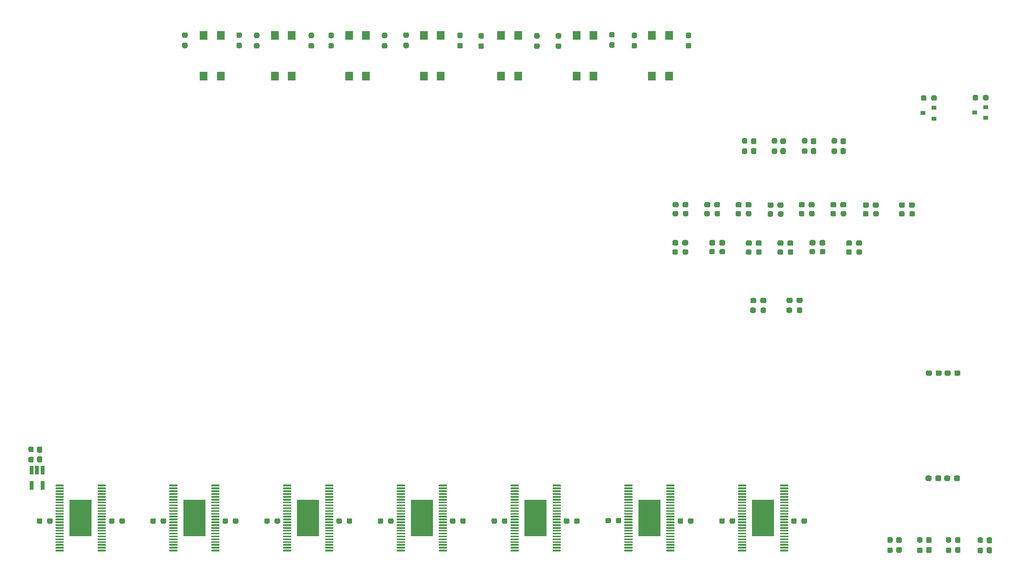
<source format=gbr>
%TF.GenerationSoftware,KiCad,Pcbnew,(5.1.10)-1*%
%TF.CreationDate,2021-12-04T16:47:44-06:00*%
%TF.ProjectId,ArmBoard_Hardware,41726d42-6f61-4726-945f-486172647761,rev?*%
%TF.SameCoordinates,Original*%
%TF.FileFunction,Paste,Top*%
%TF.FilePolarity,Positive*%
%FSLAX46Y46*%
G04 Gerber Fmt 4.6, Leading zero omitted, Abs format (unit mm)*
G04 Created by KiCad (PCBNEW (5.1.10)-1) date 2021-12-04 16:47:44*
%MOMM*%
%LPD*%
G01*
G04 APERTURE LIST*
%ADD10R,0.650000X1.560000*%
%ADD11R,1.400000X1.600000*%
%ADD12R,3.900000X6.400000*%
%ADD13R,0.900000X0.800000*%
G04 APERTURE END LIST*
D10*
%TO.C,U4*%
X78394600Y-96854000D03*
X76494600Y-96854000D03*
X76494600Y-94154000D03*
X77444600Y-94154000D03*
X78394600Y-94154000D03*
%TD*%
D11*
%TO.C,SW7*%
X148820000Y-24428000D03*
X148820000Y-17228000D03*
X145820000Y-24428000D03*
X145820000Y-17228000D03*
%TD*%
%TO.C,SW6*%
X162472500Y-24428000D03*
X162472500Y-17228000D03*
X159472500Y-24428000D03*
X159472500Y-17228000D03*
%TD*%
%TO.C,SW5*%
X189142500Y-24457501D03*
X189142500Y-17257501D03*
X186142500Y-24457501D03*
X186142500Y-17257501D03*
%TD*%
%TO.C,SW4*%
X175807500Y-24428000D03*
X175807500Y-17228000D03*
X172807500Y-24428000D03*
X172807500Y-17228000D03*
%TD*%
%TO.C,SW3*%
X135612000Y-24428000D03*
X135612000Y-17228000D03*
X132612000Y-24428000D03*
X132612000Y-17228000D03*
%TD*%
%TO.C,SW2*%
X122467500Y-24428000D03*
X122467500Y-17228000D03*
X119467500Y-24428000D03*
X119467500Y-17228000D03*
%TD*%
%TO.C,SW1*%
X109894500Y-24428000D03*
X109894500Y-17228000D03*
X106894500Y-24428000D03*
X106894500Y-17228000D03*
%TD*%
%TO.C,R61*%
G36*
G01*
X243932700Y-107841600D02*
X244407700Y-107841600D01*
G75*
G02*
X244645200Y-108079100I0J-237500D01*
G01*
X244645200Y-108579100D01*
G75*
G02*
X244407700Y-108816600I-237500J0D01*
G01*
X243932700Y-108816600D01*
G75*
G02*
X243695200Y-108579100I0J237500D01*
G01*
X243695200Y-108079100D01*
G75*
G02*
X243932700Y-107841600I237500J0D01*
G01*
G37*
G36*
G01*
X243932700Y-106016600D02*
X244407700Y-106016600D01*
G75*
G02*
X244645200Y-106254100I0J-237500D01*
G01*
X244645200Y-106754100D01*
G75*
G02*
X244407700Y-106991600I-237500J0D01*
G01*
X243932700Y-106991600D01*
G75*
G02*
X243695200Y-106754100I0J237500D01*
G01*
X243695200Y-106254100D01*
G75*
G02*
X243932700Y-106016600I237500J0D01*
G01*
G37*
%TD*%
%TO.C,R26*%
G36*
G01*
X76615300Y-90938800D02*
X76140300Y-90938800D01*
G75*
G02*
X75902800Y-90701300I0J237500D01*
G01*
X75902800Y-90201300D01*
G75*
G02*
X76140300Y-89963800I237500J0D01*
G01*
X76615300Y-89963800D01*
G75*
G02*
X76852800Y-90201300I0J-237500D01*
G01*
X76852800Y-90701300D01*
G75*
G02*
X76615300Y-90938800I-237500J0D01*
G01*
G37*
G36*
G01*
X76615300Y-92763800D02*
X76140300Y-92763800D01*
G75*
G02*
X75902800Y-92526300I0J237500D01*
G01*
X75902800Y-92026300D01*
G75*
G02*
X76140300Y-91788800I237500J0D01*
G01*
X76615300Y-91788800D01*
G75*
G02*
X76852800Y-92026300I0J-237500D01*
G01*
X76852800Y-92526300D01*
G75*
G02*
X76615300Y-92763800I-237500J0D01*
G01*
G37*
%TD*%
%TO.C,D24*%
G36*
G01*
X246033300Y-107066600D02*
X245558300Y-107066600D01*
G75*
G02*
X245320800Y-106829100I0J237500D01*
G01*
X245320800Y-106254100D01*
G75*
G02*
X245558300Y-106016600I237500J0D01*
G01*
X246033300Y-106016600D01*
G75*
G02*
X246270800Y-106254100I0J-237500D01*
G01*
X246270800Y-106829100D01*
G75*
G02*
X246033300Y-107066600I-237500J0D01*
G01*
G37*
G36*
G01*
X246033300Y-108816600D02*
X245558300Y-108816600D01*
G75*
G02*
X245320800Y-108579100I0J237500D01*
G01*
X245320800Y-108004100D01*
G75*
G02*
X245558300Y-107766600I237500J0D01*
G01*
X246033300Y-107766600D01*
G75*
G02*
X246270800Y-108004100I0J-237500D01*
G01*
X246270800Y-108579100D01*
G75*
G02*
X246033300Y-108816600I-237500J0D01*
G01*
G37*
%TD*%
%TO.C,D16*%
G36*
G01*
X205291200Y-64372500D02*
X205291200Y-63897500D01*
G75*
G02*
X205528700Y-63660000I237500J0D01*
G01*
X206103700Y-63660000D01*
G75*
G02*
X206341200Y-63897500I0J-237500D01*
G01*
X206341200Y-64372500D01*
G75*
G02*
X206103700Y-64610000I-237500J0D01*
G01*
X205528700Y-64610000D01*
G75*
G02*
X205291200Y-64372500I0J237500D01*
G01*
G37*
G36*
G01*
X203541200Y-64372500D02*
X203541200Y-63897500D01*
G75*
G02*
X203778700Y-63660000I237500J0D01*
G01*
X204353700Y-63660000D01*
G75*
G02*
X204591200Y-63897500I0J-237500D01*
G01*
X204591200Y-64372500D01*
G75*
G02*
X204353700Y-64610000I-237500J0D01*
G01*
X203778700Y-64610000D01*
G75*
G02*
X203541200Y-64372500I0J237500D01*
G01*
G37*
%TD*%
%TO.C,D15*%
G36*
G01*
X211703400Y-64321700D02*
X211703400Y-63846700D01*
G75*
G02*
X211940900Y-63609200I237500J0D01*
G01*
X212515900Y-63609200D01*
G75*
G02*
X212753400Y-63846700I0J-237500D01*
G01*
X212753400Y-64321700D01*
G75*
G02*
X212515900Y-64559200I-237500J0D01*
G01*
X211940900Y-64559200D01*
G75*
G02*
X211703400Y-64321700I0J237500D01*
G01*
G37*
G36*
G01*
X209953400Y-64321700D02*
X209953400Y-63846700D01*
G75*
G02*
X210190900Y-63609200I237500J0D01*
G01*
X210765900Y-63609200D01*
G75*
G02*
X211003400Y-63846700I0J-237500D01*
G01*
X211003400Y-64321700D01*
G75*
G02*
X210765900Y-64559200I-237500J0D01*
G01*
X210190900Y-64559200D01*
G75*
G02*
X209953400Y-64321700I0J237500D01*
G01*
G37*
%TD*%
%TO.C,C5*%
G36*
G01*
X77664300Y-91688800D02*
X78139300Y-91688800D01*
G75*
G02*
X78376800Y-91926300I0J-237500D01*
G01*
X78376800Y-92526300D01*
G75*
G02*
X78139300Y-92763800I-237500J0D01*
G01*
X77664300Y-92763800D01*
G75*
G02*
X77426800Y-92526300I0J237500D01*
G01*
X77426800Y-91926300D01*
G75*
G02*
X77664300Y-91688800I237500J0D01*
G01*
G37*
G36*
G01*
X77664300Y-89963800D02*
X78139300Y-89963800D01*
G75*
G02*
X78376800Y-90201300I0J-237500D01*
G01*
X78376800Y-90801300D01*
G75*
G02*
X78139300Y-91038800I-237500J0D01*
G01*
X77664300Y-91038800D01*
G75*
G02*
X77426800Y-90801300I0J237500D01*
G01*
X77426800Y-90201300D01*
G75*
G02*
X77664300Y-89963800I237500J0D01*
G01*
G37*
%TD*%
%TO.C,U15*%
G36*
G01*
X208778500Y-96925501D02*
X208778500Y-96775501D01*
G75*
G02*
X208853500Y-96700501I75000J0D01*
G01*
X210178500Y-96700501D01*
G75*
G02*
X210253500Y-96775501I0J-75000D01*
G01*
X210253500Y-96925501D01*
G75*
G02*
X210178500Y-97000501I-75000J0D01*
G01*
X208853500Y-97000501D01*
G75*
G02*
X208778500Y-96925501I0J75000D01*
G01*
G37*
G36*
G01*
X208778500Y-97425501D02*
X208778500Y-97275501D01*
G75*
G02*
X208853500Y-97200501I75000J0D01*
G01*
X210178500Y-97200501D01*
G75*
G02*
X210253500Y-97275501I0J-75000D01*
G01*
X210253500Y-97425501D01*
G75*
G02*
X210178500Y-97500501I-75000J0D01*
G01*
X208853500Y-97500501D01*
G75*
G02*
X208778500Y-97425501I0J75000D01*
G01*
G37*
G36*
G01*
X208778500Y-97925501D02*
X208778500Y-97775501D01*
G75*
G02*
X208853500Y-97700501I75000J0D01*
G01*
X210178500Y-97700501D01*
G75*
G02*
X210253500Y-97775501I0J-75000D01*
G01*
X210253500Y-97925501D01*
G75*
G02*
X210178500Y-98000501I-75000J0D01*
G01*
X208853500Y-98000501D01*
G75*
G02*
X208778500Y-97925501I0J75000D01*
G01*
G37*
G36*
G01*
X208778500Y-98425501D02*
X208778500Y-98275501D01*
G75*
G02*
X208853500Y-98200501I75000J0D01*
G01*
X210178500Y-98200501D01*
G75*
G02*
X210253500Y-98275501I0J-75000D01*
G01*
X210253500Y-98425501D01*
G75*
G02*
X210178500Y-98500501I-75000J0D01*
G01*
X208853500Y-98500501D01*
G75*
G02*
X208778500Y-98425501I0J75000D01*
G01*
G37*
G36*
G01*
X208778500Y-98925501D02*
X208778500Y-98775501D01*
G75*
G02*
X208853500Y-98700501I75000J0D01*
G01*
X210178500Y-98700501D01*
G75*
G02*
X210253500Y-98775501I0J-75000D01*
G01*
X210253500Y-98925501D01*
G75*
G02*
X210178500Y-99000501I-75000J0D01*
G01*
X208853500Y-99000501D01*
G75*
G02*
X208778500Y-98925501I0J75000D01*
G01*
G37*
G36*
G01*
X208778500Y-99425501D02*
X208778500Y-99275501D01*
G75*
G02*
X208853500Y-99200501I75000J0D01*
G01*
X210178500Y-99200501D01*
G75*
G02*
X210253500Y-99275501I0J-75000D01*
G01*
X210253500Y-99425501D01*
G75*
G02*
X210178500Y-99500501I-75000J0D01*
G01*
X208853500Y-99500501D01*
G75*
G02*
X208778500Y-99425501I0J75000D01*
G01*
G37*
G36*
G01*
X208778500Y-99925501D02*
X208778500Y-99775501D01*
G75*
G02*
X208853500Y-99700501I75000J0D01*
G01*
X210178500Y-99700501D01*
G75*
G02*
X210253500Y-99775501I0J-75000D01*
G01*
X210253500Y-99925501D01*
G75*
G02*
X210178500Y-100000501I-75000J0D01*
G01*
X208853500Y-100000501D01*
G75*
G02*
X208778500Y-99925501I0J75000D01*
G01*
G37*
G36*
G01*
X208778500Y-100425501D02*
X208778500Y-100275501D01*
G75*
G02*
X208853500Y-100200501I75000J0D01*
G01*
X210178500Y-100200501D01*
G75*
G02*
X210253500Y-100275501I0J-75000D01*
G01*
X210253500Y-100425501D01*
G75*
G02*
X210178500Y-100500501I-75000J0D01*
G01*
X208853500Y-100500501D01*
G75*
G02*
X208778500Y-100425501I0J75000D01*
G01*
G37*
G36*
G01*
X208778500Y-100925501D02*
X208778500Y-100775501D01*
G75*
G02*
X208853500Y-100700501I75000J0D01*
G01*
X210178500Y-100700501D01*
G75*
G02*
X210253500Y-100775501I0J-75000D01*
G01*
X210253500Y-100925501D01*
G75*
G02*
X210178500Y-101000501I-75000J0D01*
G01*
X208853500Y-101000501D01*
G75*
G02*
X208778500Y-100925501I0J75000D01*
G01*
G37*
G36*
G01*
X208778500Y-101425501D02*
X208778500Y-101275501D01*
G75*
G02*
X208853500Y-101200501I75000J0D01*
G01*
X210178500Y-101200501D01*
G75*
G02*
X210253500Y-101275501I0J-75000D01*
G01*
X210253500Y-101425501D01*
G75*
G02*
X210178500Y-101500501I-75000J0D01*
G01*
X208853500Y-101500501D01*
G75*
G02*
X208778500Y-101425501I0J75000D01*
G01*
G37*
G36*
G01*
X208778500Y-101925501D02*
X208778500Y-101775501D01*
G75*
G02*
X208853500Y-101700501I75000J0D01*
G01*
X210178500Y-101700501D01*
G75*
G02*
X210253500Y-101775501I0J-75000D01*
G01*
X210253500Y-101925501D01*
G75*
G02*
X210178500Y-102000501I-75000J0D01*
G01*
X208853500Y-102000501D01*
G75*
G02*
X208778500Y-101925501I0J75000D01*
G01*
G37*
G36*
G01*
X208778500Y-102425501D02*
X208778500Y-102275501D01*
G75*
G02*
X208853500Y-102200501I75000J0D01*
G01*
X210178500Y-102200501D01*
G75*
G02*
X210253500Y-102275501I0J-75000D01*
G01*
X210253500Y-102425501D01*
G75*
G02*
X210178500Y-102500501I-75000J0D01*
G01*
X208853500Y-102500501D01*
G75*
G02*
X208778500Y-102425501I0J75000D01*
G01*
G37*
G36*
G01*
X208778500Y-102925501D02*
X208778500Y-102775501D01*
G75*
G02*
X208853500Y-102700501I75000J0D01*
G01*
X210178500Y-102700501D01*
G75*
G02*
X210253500Y-102775501I0J-75000D01*
G01*
X210253500Y-102925501D01*
G75*
G02*
X210178500Y-103000501I-75000J0D01*
G01*
X208853500Y-103000501D01*
G75*
G02*
X208778500Y-102925501I0J75000D01*
G01*
G37*
G36*
G01*
X208778500Y-103425501D02*
X208778500Y-103275501D01*
G75*
G02*
X208853500Y-103200501I75000J0D01*
G01*
X210178500Y-103200501D01*
G75*
G02*
X210253500Y-103275501I0J-75000D01*
G01*
X210253500Y-103425501D01*
G75*
G02*
X210178500Y-103500501I-75000J0D01*
G01*
X208853500Y-103500501D01*
G75*
G02*
X208778500Y-103425501I0J75000D01*
G01*
G37*
G36*
G01*
X208778500Y-103925501D02*
X208778500Y-103775501D01*
G75*
G02*
X208853500Y-103700501I75000J0D01*
G01*
X210178500Y-103700501D01*
G75*
G02*
X210253500Y-103775501I0J-75000D01*
G01*
X210253500Y-103925501D01*
G75*
G02*
X210178500Y-104000501I-75000J0D01*
G01*
X208853500Y-104000501D01*
G75*
G02*
X208778500Y-103925501I0J75000D01*
G01*
G37*
G36*
G01*
X208778500Y-104425501D02*
X208778500Y-104275501D01*
G75*
G02*
X208853500Y-104200501I75000J0D01*
G01*
X210178500Y-104200501D01*
G75*
G02*
X210253500Y-104275501I0J-75000D01*
G01*
X210253500Y-104425501D01*
G75*
G02*
X210178500Y-104500501I-75000J0D01*
G01*
X208853500Y-104500501D01*
G75*
G02*
X208778500Y-104425501I0J75000D01*
G01*
G37*
G36*
G01*
X208778500Y-104925501D02*
X208778500Y-104775501D01*
G75*
G02*
X208853500Y-104700501I75000J0D01*
G01*
X210178500Y-104700501D01*
G75*
G02*
X210253500Y-104775501I0J-75000D01*
G01*
X210253500Y-104925501D01*
G75*
G02*
X210178500Y-105000501I-75000J0D01*
G01*
X208853500Y-105000501D01*
G75*
G02*
X208778500Y-104925501I0J75000D01*
G01*
G37*
G36*
G01*
X208778500Y-105425501D02*
X208778500Y-105275501D01*
G75*
G02*
X208853500Y-105200501I75000J0D01*
G01*
X210178500Y-105200501D01*
G75*
G02*
X210253500Y-105275501I0J-75000D01*
G01*
X210253500Y-105425501D01*
G75*
G02*
X210178500Y-105500501I-75000J0D01*
G01*
X208853500Y-105500501D01*
G75*
G02*
X208778500Y-105425501I0J75000D01*
G01*
G37*
G36*
G01*
X208778500Y-105925501D02*
X208778500Y-105775501D01*
G75*
G02*
X208853500Y-105700501I75000J0D01*
G01*
X210178500Y-105700501D01*
G75*
G02*
X210253500Y-105775501I0J-75000D01*
G01*
X210253500Y-105925501D01*
G75*
G02*
X210178500Y-106000501I-75000J0D01*
G01*
X208853500Y-106000501D01*
G75*
G02*
X208778500Y-105925501I0J75000D01*
G01*
G37*
G36*
G01*
X208778500Y-106425501D02*
X208778500Y-106275501D01*
G75*
G02*
X208853500Y-106200501I75000J0D01*
G01*
X210178500Y-106200501D01*
G75*
G02*
X210253500Y-106275501I0J-75000D01*
G01*
X210253500Y-106425501D01*
G75*
G02*
X210178500Y-106500501I-75000J0D01*
G01*
X208853500Y-106500501D01*
G75*
G02*
X208778500Y-106425501I0J75000D01*
G01*
G37*
G36*
G01*
X208778500Y-106925501D02*
X208778500Y-106775501D01*
G75*
G02*
X208853500Y-106700501I75000J0D01*
G01*
X210178500Y-106700501D01*
G75*
G02*
X210253500Y-106775501I0J-75000D01*
G01*
X210253500Y-106925501D01*
G75*
G02*
X210178500Y-107000501I-75000J0D01*
G01*
X208853500Y-107000501D01*
G75*
G02*
X208778500Y-106925501I0J75000D01*
G01*
G37*
G36*
G01*
X208778500Y-107425501D02*
X208778500Y-107275501D01*
G75*
G02*
X208853500Y-107200501I75000J0D01*
G01*
X210178500Y-107200501D01*
G75*
G02*
X210253500Y-107275501I0J-75000D01*
G01*
X210253500Y-107425501D01*
G75*
G02*
X210178500Y-107500501I-75000J0D01*
G01*
X208853500Y-107500501D01*
G75*
G02*
X208778500Y-107425501I0J75000D01*
G01*
G37*
G36*
G01*
X208778500Y-107925501D02*
X208778500Y-107775501D01*
G75*
G02*
X208853500Y-107700501I75000J0D01*
G01*
X210178500Y-107700501D01*
G75*
G02*
X210253500Y-107775501I0J-75000D01*
G01*
X210253500Y-107925501D01*
G75*
G02*
X210178500Y-108000501I-75000J0D01*
G01*
X208853500Y-108000501D01*
G75*
G02*
X208778500Y-107925501I0J75000D01*
G01*
G37*
G36*
G01*
X208778500Y-108425501D02*
X208778500Y-108275501D01*
G75*
G02*
X208853500Y-108200501I75000J0D01*
G01*
X210178500Y-108200501D01*
G75*
G02*
X210253500Y-108275501I0J-75000D01*
G01*
X210253500Y-108425501D01*
G75*
G02*
X210178500Y-108500501I-75000J0D01*
G01*
X208853500Y-108500501D01*
G75*
G02*
X208778500Y-108425501I0J75000D01*
G01*
G37*
G36*
G01*
X201353500Y-108425501D02*
X201353500Y-108275501D01*
G75*
G02*
X201428500Y-108200501I75000J0D01*
G01*
X202753500Y-108200501D01*
G75*
G02*
X202828500Y-108275501I0J-75000D01*
G01*
X202828500Y-108425501D01*
G75*
G02*
X202753500Y-108500501I-75000J0D01*
G01*
X201428500Y-108500501D01*
G75*
G02*
X201353500Y-108425501I0J75000D01*
G01*
G37*
G36*
G01*
X201353500Y-107925501D02*
X201353500Y-107775501D01*
G75*
G02*
X201428500Y-107700501I75000J0D01*
G01*
X202753500Y-107700501D01*
G75*
G02*
X202828500Y-107775501I0J-75000D01*
G01*
X202828500Y-107925501D01*
G75*
G02*
X202753500Y-108000501I-75000J0D01*
G01*
X201428500Y-108000501D01*
G75*
G02*
X201353500Y-107925501I0J75000D01*
G01*
G37*
G36*
G01*
X201353500Y-107425501D02*
X201353500Y-107275501D01*
G75*
G02*
X201428500Y-107200501I75000J0D01*
G01*
X202753500Y-107200501D01*
G75*
G02*
X202828500Y-107275501I0J-75000D01*
G01*
X202828500Y-107425501D01*
G75*
G02*
X202753500Y-107500501I-75000J0D01*
G01*
X201428500Y-107500501D01*
G75*
G02*
X201353500Y-107425501I0J75000D01*
G01*
G37*
G36*
G01*
X201353500Y-106925501D02*
X201353500Y-106775501D01*
G75*
G02*
X201428500Y-106700501I75000J0D01*
G01*
X202753500Y-106700501D01*
G75*
G02*
X202828500Y-106775501I0J-75000D01*
G01*
X202828500Y-106925501D01*
G75*
G02*
X202753500Y-107000501I-75000J0D01*
G01*
X201428500Y-107000501D01*
G75*
G02*
X201353500Y-106925501I0J75000D01*
G01*
G37*
G36*
G01*
X201353500Y-106425501D02*
X201353500Y-106275501D01*
G75*
G02*
X201428500Y-106200501I75000J0D01*
G01*
X202753500Y-106200501D01*
G75*
G02*
X202828500Y-106275501I0J-75000D01*
G01*
X202828500Y-106425501D01*
G75*
G02*
X202753500Y-106500501I-75000J0D01*
G01*
X201428500Y-106500501D01*
G75*
G02*
X201353500Y-106425501I0J75000D01*
G01*
G37*
G36*
G01*
X201353500Y-105925501D02*
X201353500Y-105775501D01*
G75*
G02*
X201428500Y-105700501I75000J0D01*
G01*
X202753500Y-105700501D01*
G75*
G02*
X202828500Y-105775501I0J-75000D01*
G01*
X202828500Y-105925501D01*
G75*
G02*
X202753500Y-106000501I-75000J0D01*
G01*
X201428500Y-106000501D01*
G75*
G02*
X201353500Y-105925501I0J75000D01*
G01*
G37*
G36*
G01*
X201353500Y-105425501D02*
X201353500Y-105275501D01*
G75*
G02*
X201428500Y-105200501I75000J0D01*
G01*
X202753500Y-105200501D01*
G75*
G02*
X202828500Y-105275501I0J-75000D01*
G01*
X202828500Y-105425501D01*
G75*
G02*
X202753500Y-105500501I-75000J0D01*
G01*
X201428500Y-105500501D01*
G75*
G02*
X201353500Y-105425501I0J75000D01*
G01*
G37*
G36*
G01*
X201353500Y-104925501D02*
X201353500Y-104775501D01*
G75*
G02*
X201428500Y-104700501I75000J0D01*
G01*
X202753500Y-104700501D01*
G75*
G02*
X202828500Y-104775501I0J-75000D01*
G01*
X202828500Y-104925501D01*
G75*
G02*
X202753500Y-105000501I-75000J0D01*
G01*
X201428500Y-105000501D01*
G75*
G02*
X201353500Y-104925501I0J75000D01*
G01*
G37*
G36*
G01*
X201353500Y-104425501D02*
X201353500Y-104275501D01*
G75*
G02*
X201428500Y-104200501I75000J0D01*
G01*
X202753500Y-104200501D01*
G75*
G02*
X202828500Y-104275501I0J-75000D01*
G01*
X202828500Y-104425501D01*
G75*
G02*
X202753500Y-104500501I-75000J0D01*
G01*
X201428500Y-104500501D01*
G75*
G02*
X201353500Y-104425501I0J75000D01*
G01*
G37*
G36*
G01*
X201353500Y-103925501D02*
X201353500Y-103775501D01*
G75*
G02*
X201428500Y-103700501I75000J0D01*
G01*
X202753500Y-103700501D01*
G75*
G02*
X202828500Y-103775501I0J-75000D01*
G01*
X202828500Y-103925501D01*
G75*
G02*
X202753500Y-104000501I-75000J0D01*
G01*
X201428500Y-104000501D01*
G75*
G02*
X201353500Y-103925501I0J75000D01*
G01*
G37*
G36*
G01*
X201353500Y-103425501D02*
X201353500Y-103275501D01*
G75*
G02*
X201428500Y-103200501I75000J0D01*
G01*
X202753500Y-103200501D01*
G75*
G02*
X202828500Y-103275501I0J-75000D01*
G01*
X202828500Y-103425501D01*
G75*
G02*
X202753500Y-103500501I-75000J0D01*
G01*
X201428500Y-103500501D01*
G75*
G02*
X201353500Y-103425501I0J75000D01*
G01*
G37*
G36*
G01*
X201353500Y-102925501D02*
X201353500Y-102775501D01*
G75*
G02*
X201428500Y-102700501I75000J0D01*
G01*
X202753500Y-102700501D01*
G75*
G02*
X202828500Y-102775501I0J-75000D01*
G01*
X202828500Y-102925501D01*
G75*
G02*
X202753500Y-103000501I-75000J0D01*
G01*
X201428500Y-103000501D01*
G75*
G02*
X201353500Y-102925501I0J75000D01*
G01*
G37*
G36*
G01*
X201353500Y-102425501D02*
X201353500Y-102275501D01*
G75*
G02*
X201428500Y-102200501I75000J0D01*
G01*
X202753500Y-102200501D01*
G75*
G02*
X202828500Y-102275501I0J-75000D01*
G01*
X202828500Y-102425501D01*
G75*
G02*
X202753500Y-102500501I-75000J0D01*
G01*
X201428500Y-102500501D01*
G75*
G02*
X201353500Y-102425501I0J75000D01*
G01*
G37*
G36*
G01*
X201353500Y-101925501D02*
X201353500Y-101775501D01*
G75*
G02*
X201428500Y-101700501I75000J0D01*
G01*
X202753500Y-101700501D01*
G75*
G02*
X202828500Y-101775501I0J-75000D01*
G01*
X202828500Y-101925501D01*
G75*
G02*
X202753500Y-102000501I-75000J0D01*
G01*
X201428500Y-102000501D01*
G75*
G02*
X201353500Y-101925501I0J75000D01*
G01*
G37*
G36*
G01*
X201353500Y-101425501D02*
X201353500Y-101275501D01*
G75*
G02*
X201428500Y-101200501I75000J0D01*
G01*
X202753500Y-101200501D01*
G75*
G02*
X202828500Y-101275501I0J-75000D01*
G01*
X202828500Y-101425501D01*
G75*
G02*
X202753500Y-101500501I-75000J0D01*
G01*
X201428500Y-101500501D01*
G75*
G02*
X201353500Y-101425501I0J75000D01*
G01*
G37*
G36*
G01*
X201353500Y-100925501D02*
X201353500Y-100775501D01*
G75*
G02*
X201428500Y-100700501I75000J0D01*
G01*
X202753500Y-100700501D01*
G75*
G02*
X202828500Y-100775501I0J-75000D01*
G01*
X202828500Y-100925501D01*
G75*
G02*
X202753500Y-101000501I-75000J0D01*
G01*
X201428500Y-101000501D01*
G75*
G02*
X201353500Y-100925501I0J75000D01*
G01*
G37*
G36*
G01*
X201353500Y-100425501D02*
X201353500Y-100275501D01*
G75*
G02*
X201428500Y-100200501I75000J0D01*
G01*
X202753500Y-100200501D01*
G75*
G02*
X202828500Y-100275501I0J-75000D01*
G01*
X202828500Y-100425501D01*
G75*
G02*
X202753500Y-100500501I-75000J0D01*
G01*
X201428500Y-100500501D01*
G75*
G02*
X201353500Y-100425501I0J75000D01*
G01*
G37*
G36*
G01*
X201353500Y-99925501D02*
X201353500Y-99775501D01*
G75*
G02*
X201428500Y-99700501I75000J0D01*
G01*
X202753500Y-99700501D01*
G75*
G02*
X202828500Y-99775501I0J-75000D01*
G01*
X202828500Y-99925501D01*
G75*
G02*
X202753500Y-100000501I-75000J0D01*
G01*
X201428500Y-100000501D01*
G75*
G02*
X201353500Y-99925501I0J75000D01*
G01*
G37*
G36*
G01*
X201353500Y-99425501D02*
X201353500Y-99275501D01*
G75*
G02*
X201428500Y-99200501I75000J0D01*
G01*
X202753500Y-99200501D01*
G75*
G02*
X202828500Y-99275501I0J-75000D01*
G01*
X202828500Y-99425501D01*
G75*
G02*
X202753500Y-99500501I-75000J0D01*
G01*
X201428500Y-99500501D01*
G75*
G02*
X201353500Y-99425501I0J75000D01*
G01*
G37*
G36*
G01*
X201353500Y-98925501D02*
X201353500Y-98775501D01*
G75*
G02*
X201428500Y-98700501I75000J0D01*
G01*
X202753500Y-98700501D01*
G75*
G02*
X202828500Y-98775501I0J-75000D01*
G01*
X202828500Y-98925501D01*
G75*
G02*
X202753500Y-99000501I-75000J0D01*
G01*
X201428500Y-99000501D01*
G75*
G02*
X201353500Y-98925501I0J75000D01*
G01*
G37*
G36*
G01*
X201353500Y-98425501D02*
X201353500Y-98275501D01*
G75*
G02*
X201428500Y-98200501I75000J0D01*
G01*
X202753500Y-98200501D01*
G75*
G02*
X202828500Y-98275501I0J-75000D01*
G01*
X202828500Y-98425501D01*
G75*
G02*
X202753500Y-98500501I-75000J0D01*
G01*
X201428500Y-98500501D01*
G75*
G02*
X201353500Y-98425501I0J75000D01*
G01*
G37*
G36*
G01*
X201353500Y-97925501D02*
X201353500Y-97775501D01*
G75*
G02*
X201428500Y-97700501I75000J0D01*
G01*
X202753500Y-97700501D01*
G75*
G02*
X202828500Y-97775501I0J-75000D01*
G01*
X202828500Y-97925501D01*
G75*
G02*
X202753500Y-98000501I-75000J0D01*
G01*
X201428500Y-98000501D01*
G75*
G02*
X201353500Y-97925501I0J75000D01*
G01*
G37*
G36*
G01*
X201353500Y-97425501D02*
X201353500Y-97275501D01*
G75*
G02*
X201428500Y-97200501I75000J0D01*
G01*
X202753500Y-97200501D01*
G75*
G02*
X202828500Y-97275501I0J-75000D01*
G01*
X202828500Y-97425501D01*
G75*
G02*
X202753500Y-97500501I-75000J0D01*
G01*
X201428500Y-97500501D01*
G75*
G02*
X201353500Y-97425501I0J75000D01*
G01*
G37*
G36*
G01*
X201353500Y-96925501D02*
X201353500Y-96775501D01*
G75*
G02*
X201428500Y-96700501I75000J0D01*
G01*
X202753500Y-96700501D01*
G75*
G02*
X202828500Y-96775501I0J-75000D01*
G01*
X202828500Y-96925501D01*
G75*
G02*
X202753500Y-97000501I-75000J0D01*
G01*
X201428500Y-97000501D01*
G75*
G02*
X201353500Y-96925501I0J75000D01*
G01*
G37*
D12*
X205803500Y-102600501D03*
%TD*%
%TO.C,D4*%
G36*
G01*
X208337900Y-47468800D02*
X208337900Y-46993800D01*
G75*
G02*
X208575400Y-46756300I237500J0D01*
G01*
X209150400Y-46756300D01*
G75*
G02*
X209387900Y-46993800I0J-237500D01*
G01*
X209387900Y-47468800D01*
G75*
G02*
X209150400Y-47706300I-237500J0D01*
G01*
X208575400Y-47706300D01*
G75*
G02*
X208337900Y-47468800I0J237500D01*
G01*
G37*
G36*
G01*
X206587900Y-47468800D02*
X206587900Y-46993800D01*
G75*
G02*
X206825400Y-46756300I237500J0D01*
G01*
X207400400Y-46756300D01*
G75*
G02*
X207637900Y-46993800I0J-237500D01*
G01*
X207637900Y-47468800D01*
G75*
G02*
X207400400Y-47706300I-237500J0D01*
G01*
X206825400Y-47706300D01*
G75*
G02*
X206587900Y-47468800I0J237500D01*
G01*
G37*
%TD*%
%TO.C,D7*%
G36*
G01*
X204502500Y-54212500D02*
X204502500Y-53737500D01*
G75*
G02*
X204740000Y-53500000I237500J0D01*
G01*
X205315000Y-53500000D01*
G75*
G02*
X205552500Y-53737500I0J-237500D01*
G01*
X205552500Y-54212500D01*
G75*
G02*
X205315000Y-54450000I-237500J0D01*
G01*
X204740000Y-54450000D01*
G75*
G02*
X204502500Y-54212500I0J237500D01*
G01*
G37*
G36*
G01*
X202752500Y-54212500D02*
X202752500Y-53737500D01*
G75*
G02*
X202990000Y-53500000I237500J0D01*
G01*
X203565000Y-53500000D01*
G75*
G02*
X203802500Y-53737500I0J-237500D01*
G01*
X203802500Y-54212500D01*
G75*
G02*
X203565000Y-54450000I-237500J0D01*
G01*
X202990000Y-54450000D01*
G75*
G02*
X202752500Y-54212500I0J237500D01*
G01*
G37*
%TD*%
%TO.C,D14*%
G36*
G01*
X231566200Y-47468800D02*
X231566200Y-46993800D01*
G75*
G02*
X231803700Y-46756300I237500J0D01*
G01*
X232378700Y-46756300D01*
G75*
G02*
X232616200Y-46993800I0J-237500D01*
G01*
X232616200Y-47468800D01*
G75*
G02*
X232378700Y-47706300I-237500J0D01*
G01*
X231803700Y-47706300D01*
G75*
G02*
X231566200Y-47468800I0J237500D01*
G01*
G37*
G36*
G01*
X229816200Y-47468800D02*
X229816200Y-46993800D01*
G75*
G02*
X230053700Y-46756300I237500J0D01*
G01*
X230628700Y-46756300D01*
G75*
G02*
X230866200Y-46993800I0J-237500D01*
G01*
X230866200Y-47468800D01*
G75*
G02*
X230628700Y-47706300I-237500J0D01*
G01*
X230053700Y-47706300D01*
G75*
G02*
X229816200Y-47468800I0J237500D01*
G01*
G37*
%TD*%
%TO.C,D11*%
G36*
G01*
X191497700Y-54149000D02*
X191497700Y-53674000D01*
G75*
G02*
X191735200Y-53436500I237500J0D01*
G01*
X192310200Y-53436500D01*
G75*
G02*
X192547700Y-53674000I0J-237500D01*
G01*
X192547700Y-54149000D01*
G75*
G02*
X192310200Y-54386500I-237500J0D01*
G01*
X191735200Y-54386500D01*
G75*
G02*
X191497700Y-54149000I0J237500D01*
G01*
G37*
G36*
G01*
X189747700Y-54149000D02*
X189747700Y-53674000D01*
G75*
G02*
X189985200Y-53436500I237500J0D01*
G01*
X190560200Y-53436500D01*
G75*
G02*
X190797700Y-53674000I0J-237500D01*
G01*
X190797700Y-54149000D01*
G75*
G02*
X190560200Y-54386500I-237500J0D01*
G01*
X189985200Y-54386500D01*
G75*
G02*
X189747700Y-54149000I0J237500D01*
G01*
G37*
%TD*%
%TO.C,D3*%
G36*
G01*
X202685100Y-47430700D02*
X202685100Y-46955700D01*
G75*
G02*
X202922600Y-46718200I237500J0D01*
G01*
X203497600Y-46718200D01*
G75*
G02*
X203735100Y-46955700I0J-237500D01*
G01*
X203735100Y-47430700D01*
G75*
G02*
X203497600Y-47668200I-237500J0D01*
G01*
X202922600Y-47668200D01*
G75*
G02*
X202685100Y-47430700I0J237500D01*
G01*
G37*
G36*
G01*
X200935100Y-47430700D02*
X200935100Y-46955700D01*
G75*
G02*
X201172600Y-46718200I237500J0D01*
G01*
X201747600Y-46718200D01*
G75*
G02*
X201985100Y-46955700I0J-237500D01*
G01*
X201985100Y-47430700D01*
G75*
G02*
X201747600Y-47668200I-237500J0D01*
G01*
X201172600Y-47668200D01*
G75*
G02*
X200935100Y-47430700I0J237500D01*
G01*
G37*
%TD*%
%TO.C,D13*%
G36*
G01*
X223440800Y-47468800D02*
X223440800Y-46993800D01*
G75*
G02*
X223678300Y-46756300I237500J0D01*
G01*
X224253300Y-46756300D01*
G75*
G02*
X224490800Y-46993800I0J-237500D01*
G01*
X224490800Y-47468800D01*
G75*
G02*
X224253300Y-47706300I-237500J0D01*
G01*
X223678300Y-47706300D01*
G75*
G02*
X223440800Y-47468800I0J237500D01*
G01*
G37*
G36*
G01*
X225190800Y-47468800D02*
X225190800Y-46993800D01*
G75*
G02*
X225428300Y-46756300I237500J0D01*
G01*
X226003300Y-46756300D01*
G75*
G02*
X226240800Y-46993800I0J-237500D01*
G01*
X226240800Y-47468800D01*
G75*
G02*
X226003300Y-47706300I-237500J0D01*
G01*
X225428300Y-47706300D01*
G75*
G02*
X225190800Y-47468800I0J237500D01*
G01*
G37*
%TD*%
%TO.C,D10*%
G36*
G01*
X222219000Y-54212500D02*
X222219000Y-53737500D01*
G75*
G02*
X222456500Y-53500000I237500J0D01*
G01*
X223031500Y-53500000D01*
G75*
G02*
X223269000Y-53737500I0J-237500D01*
G01*
X223269000Y-54212500D01*
G75*
G02*
X223031500Y-54450000I-237500J0D01*
G01*
X222456500Y-54450000D01*
G75*
G02*
X222219000Y-54212500I0J237500D01*
G01*
G37*
G36*
G01*
X220469000Y-54212500D02*
X220469000Y-53737500D01*
G75*
G02*
X220706500Y-53500000I237500J0D01*
G01*
X221281500Y-53500000D01*
G75*
G02*
X221519000Y-53737500I0J-237500D01*
G01*
X221519000Y-54212500D01*
G75*
G02*
X221281500Y-54450000I-237500J0D01*
G01*
X220706500Y-54450000D01*
G75*
G02*
X220469000Y-54212500I0J237500D01*
G01*
G37*
%TD*%
%TO.C,D12*%
G36*
G01*
X198025500Y-54149000D02*
X198025500Y-53674000D01*
G75*
G02*
X198263000Y-53436500I237500J0D01*
G01*
X198838000Y-53436500D01*
G75*
G02*
X199075500Y-53674000I0J-237500D01*
G01*
X199075500Y-54149000D01*
G75*
G02*
X198838000Y-54386500I-237500J0D01*
G01*
X198263000Y-54386500D01*
G75*
G02*
X198025500Y-54149000I0J237500D01*
G01*
G37*
G36*
G01*
X196275500Y-54149000D02*
X196275500Y-53674000D01*
G75*
G02*
X196513000Y-53436500I237500J0D01*
G01*
X197088000Y-53436500D01*
G75*
G02*
X197325500Y-53674000I0J-237500D01*
G01*
X197325500Y-54149000D01*
G75*
G02*
X197088000Y-54386500I-237500J0D01*
G01*
X196513000Y-54386500D01*
G75*
G02*
X196275500Y-54149000I0J237500D01*
G01*
G37*
%TD*%
%TO.C,D8*%
G36*
G01*
X210090500Y-54212500D02*
X210090500Y-53737500D01*
G75*
G02*
X210328000Y-53500000I237500J0D01*
G01*
X210903000Y-53500000D01*
G75*
G02*
X211140500Y-53737500I0J-237500D01*
G01*
X211140500Y-54212500D01*
G75*
G02*
X210903000Y-54450000I-237500J0D01*
G01*
X210328000Y-54450000D01*
G75*
G02*
X210090500Y-54212500I0J237500D01*
G01*
G37*
G36*
G01*
X208340500Y-54212500D02*
X208340500Y-53737500D01*
G75*
G02*
X208578000Y-53500000I237500J0D01*
G01*
X209153000Y-53500000D01*
G75*
G02*
X209390500Y-53737500I0J-237500D01*
G01*
X209390500Y-54212500D01*
G75*
G02*
X209153000Y-54450000I-237500J0D01*
G01*
X208578000Y-54450000D01*
G75*
G02*
X208340500Y-54212500I0J237500D01*
G01*
G37*
%TD*%
%TO.C,D9*%
G36*
G01*
X215742000Y-54149000D02*
X215742000Y-53674000D01*
G75*
G02*
X215979500Y-53436500I237500J0D01*
G01*
X216554500Y-53436500D01*
G75*
G02*
X216792000Y-53674000I0J-237500D01*
G01*
X216792000Y-54149000D01*
G75*
G02*
X216554500Y-54386500I-237500J0D01*
G01*
X215979500Y-54386500D01*
G75*
G02*
X215742000Y-54149000I0J237500D01*
G01*
G37*
G36*
G01*
X213992000Y-54149000D02*
X213992000Y-53674000D01*
G75*
G02*
X214229500Y-53436500I237500J0D01*
G01*
X214804500Y-53436500D01*
G75*
G02*
X215042000Y-53674000I0J-237500D01*
G01*
X215042000Y-54149000D01*
G75*
G02*
X214804500Y-54386500I-237500J0D01*
G01*
X214229500Y-54386500D01*
G75*
G02*
X213992000Y-54149000I0J237500D01*
G01*
G37*
%TD*%
%TO.C,D6*%
G36*
G01*
X219437700Y-47430700D02*
X219437700Y-46955700D01*
G75*
G02*
X219675200Y-46718200I237500J0D01*
G01*
X220250200Y-46718200D01*
G75*
G02*
X220487700Y-46955700I0J-237500D01*
G01*
X220487700Y-47430700D01*
G75*
G02*
X220250200Y-47668200I-237500J0D01*
G01*
X219675200Y-47668200D01*
G75*
G02*
X219437700Y-47430700I0J237500D01*
G01*
G37*
G36*
G01*
X217687700Y-47430700D02*
X217687700Y-46955700D01*
G75*
G02*
X217925200Y-46718200I237500J0D01*
G01*
X218500200Y-46718200D01*
G75*
G02*
X218737700Y-46955700I0J-237500D01*
G01*
X218737700Y-47430700D01*
G75*
G02*
X218500200Y-47668200I-237500J0D01*
G01*
X217925200Y-47668200D01*
G75*
G02*
X217687700Y-47430700I0J237500D01*
G01*
G37*
%TD*%
%TO.C,D5*%
G36*
G01*
X213849700Y-47430700D02*
X213849700Y-46955700D01*
G75*
G02*
X214087200Y-46718200I237500J0D01*
G01*
X214662200Y-46718200D01*
G75*
G02*
X214899700Y-46955700I0J-237500D01*
G01*
X214899700Y-47430700D01*
G75*
G02*
X214662200Y-47668200I-237500J0D01*
G01*
X214087200Y-47668200D01*
G75*
G02*
X213849700Y-47430700I0J237500D01*
G01*
G37*
G36*
G01*
X212099700Y-47430700D02*
X212099700Y-46955700D01*
G75*
G02*
X212337200Y-46718200I237500J0D01*
G01*
X212912200Y-46718200D01*
G75*
G02*
X213149700Y-46955700I0J-237500D01*
G01*
X213149700Y-47430700D01*
G75*
G02*
X212912200Y-47668200I-237500J0D01*
G01*
X212337200Y-47668200D01*
G75*
G02*
X212099700Y-47430700I0J237500D01*
G01*
G37*
%TD*%
%TO.C,D2*%
G36*
G01*
X197136500Y-47418000D02*
X197136500Y-46943000D01*
G75*
G02*
X197374000Y-46705500I237500J0D01*
G01*
X197949000Y-46705500D01*
G75*
G02*
X198186500Y-46943000I0J-237500D01*
G01*
X198186500Y-47418000D01*
G75*
G02*
X197949000Y-47655500I-237500J0D01*
G01*
X197374000Y-47655500D01*
G75*
G02*
X197136500Y-47418000I0J237500D01*
G01*
G37*
G36*
G01*
X195386500Y-47418000D02*
X195386500Y-46943000D01*
G75*
G02*
X195624000Y-46705500I237500J0D01*
G01*
X196199000Y-46705500D01*
G75*
G02*
X196436500Y-46943000I0J-237500D01*
G01*
X196436500Y-47418000D01*
G75*
G02*
X196199000Y-47655500I-237500J0D01*
G01*
X195624000Y-47655500D01*
G75*
G02*
X195386500Y-47418000I0J237500D01*
G01*
G37*
%TD*%
%TO.C,D1*%
G36*
G01*
X191548500Y-47418000D02*
X191548500Y-46943000D01*
G75*
G02*
X191786000Y-46705500I237500J0D01*
G01*
X192361000Y-46705500D01*
G75*
G02*
X192598500Y-46943000I0J-237500D01*
G01*
X192598500Y-47418000D01*
G75*
G02*
X192361000Y-47655500I-237500J0D01*
G01*
X191786000Y-47655500D01*
G75*
G02*
X191548500Y-47418000I0J237500D01*
G01*
G37*
G36*
G01*
X189798500Y-47418000D02*
X189798500Y-46943000D01*
G75*
G02*
X190036000Y-46705500I237500J0D01*
G01*
X190611000Y-46705500D01*
G75*
G02*
X190848500Y-46943000I0J-237500D01*
G01*
X190848500Y-47418000D01*
G75*
G02*
X190611000Y-47655500I-237500J0D01*
G01*
X190036000Y-47655500D01*
G75*
G02*
X189798500Y-47418000I0J237500D01*
G01*
G37*
%TD*%
%TO.C,R8*%
G36*
G01*
X210165500Y-55800000D02*
X210165500Y-55325000D01*
G75*
G02*
X210403000Y-55087500I237500J0D01*
G01*
X210903000Y-55087500D01*
G75*
G02*
X211140500Y-55325000I0J-237500D01*
G01*
X211140500Y-55800000D01*
G75*
G02*
X210903000Y-56037500I-237500J0D01*
G01*
X210403000Y-56037500D01*
G75*
G02*
X210165500Y-55800000I0J237500D01*
G01*
G37*
G36*
G01*
X208340500Y-55800000D02*
X208340500Y-55325000D01*
G75*
G02*
X208578000Y-55087500I237500J0D01*
G01*
X209078000Y-55087500D01*
G75*
G02*
X209315500Y-55325000I0J-237500D01*
G01*
X209315500Y-55800000D01*
G75*
G02*
X209078000Y-56037500I-237500J0D01*
G01*
X208578000Y-56037500D01*
G75*
G02*
X208340500Y-55800000I0J237500D01*
G01*
G37*
%TD*%
%TO.C,R14*%
G36*
G01*
X231641200Y-49043600D02*
X231641200Y-48568600D01*
G75*
G02*
X231878700Y-48331100I237500J0D01*
G01*
X232378700Y-48331100D01*
G75*
G02*
X232616200Y-48568600I0J-237500D01*
G01*
X232616200Y-49043600D01*
G75*
G02*
X232378700Y-49281100I-237500J0D01*
G01*
X231878700Y-49281100D01*
G75*
G02*
X231641200Y-49043600I0J237500D01*
G01*
G37*
G36*
G01*
X229816200Y-49043600D02*
X229816200Y-48568600D01*
G75*
G02*
X230053700Y-48331100I237500J0D01*
G01*
X230553700Y-48331100D01*
G75*
G02*
X230791200Y-48568600I0J-237500D01*
G01*
X230791200Y-49043600D01*
G75*
G02*
X230553700Y-49281100I-237500J0D01*
G01*
X230053700Y-49281100D01*
G75*
G02*
X229816200Y-49043600I0J237500D01*
G01*
G37*
%TD*%
%TO.C,R2*%
G36*
G01*
X197211500Y-49005500D02*
X197211500Y-48530500D01*
G75*
G02*
X197449000Y-48293000I237500J0D01*
G01*
X197949000Y-48293000D01*
G75*
G02*
X198186500Y-48530500I0J-237500D01*
G01*
X198186500Y-49005500D01*
G75*
G02*
X197949000Y-49243000I-237500J0D01*
G01*
X197449000Y-49243000D01*
G75*
G02*
X197211500Y-49005500I0J237500D01*
G01*
G37*
G36*
G01*
X195386500Y-49005500D02*
X195386500Y-48530500D01*
G75*
G02*
X195624000Y-48293000I237500J0D01*
G01*
X196124000Y-48293000D01*
G75*
G02*
X196361500Y-48530500I0J-237500D01*
G01*
X196361500Y-49005500D01*
G75*
G02*
X196124000Y-49243000I-237500J0D01*
G01*
X195624000Y-49243000D01*
G75*
G02*
X195386500Y-49005500I0J237500D01*
G01*
G37*
%TD*%
%TO.C,R12*%
G36*
G01*
X198098600Y-55723800D02*
X198098600Y-55248800D01*
G75*
G02*
X198336100Y-55011300I237500J0D01*
G01*
X198836100Y-55011300D01*
G75*
G02*
X199073600Y-55248800I0J-237500D01*
G01*
X199073600Y-55723800D01*
G75*
G02*
X198836100Y-55961300I-237500J0D01*
G01*
X198336100Y-55961300D01*
G75*
G02*
X198098600Y-55723800I0J237500D01*
G01*
G37*
G36*
G01*
X196273600Y-55723800D02*
X196273600Y-55248800D01*
G75*
G02*
X196511100Y-55011300I237500J0D01*
G01*
X197011100Y-55011300D01*
G75*
G02*
X197248600Y-55248800I0J-237500D01*
G01*
X197248600Y-55723800D01*
G75*
G02*
X197011100Y-55961300I-237500J0D01*
G01*
X196511100Y-55961300D01*
G75*
G02*
X196273600Y-55723800I0J237500D01*
G01*
G37*
%TD*%
%TO.C,R7*%
G36*
G01*
X204577500Y-55800000D02*
X204577500Y-55325000D01*
G75*
G02*
X204815000Y-55087500I237500J0D01*
G01*
X205315000Y-55087500D01*
G75*
G02*
X205552500Y-55325000I0J-237500D01*
G01*
X205552500Y-55800000D01*
G75*
G02*
X205315000Y-56037500I-237500J0D01*
G01*
X204815000Y-56037500D01*
G75*
G02*
X204577500Y-55800000I0J237500D01*
G01*
G37*
G36*
G01*
X202752500Y-55800000D02*
X202752500Y-55325000D01*
G75*
G02*
X202990000Y-55087500I237500J0D01*
G01*
X203490000Y-55087500D01*
G75*
G02*
X203727500Y-55325000I0J-237500D01*
G01*
X203727500Y-55800000D01*
G75*
G02*
X203490000Y-56037500I-237500J0D01*
G01*
X202990000Y-56037500D01*
G75*
G02*
X202752500Y-55800000I0J237500D01*
G01*
G37*
%TD*%
%TO.C,R13*%
G36*
G01*
X223428100Y-49036314D02*
X223428100Y-48561314D01*
G75*
G02*
X223665600Y-48323814I237500J0D01*
G01*
X224165600Y-48323814D01*
G75*
G02*
X224403100Y-48561314I0J-237500D01*
G01*
X224403100Y-49036314D01*
G75*
G02*
X224165600Y-49273814I-237500J0D01*
G01*
X223665600Y-49273814D01*
G75*
G02*
X223428100Y-49036314I0J237500D01*
G01*
G37*
G36*
G01*
X225253100Y-49036314D02*
X225253100Y-48561314D01*
G75*
G02*
X225490600Y-48323814I237500J0D01*
G01*
X225990600Y-48323814D01*
G75*
G02*
X226228100Y-48561314I0J-237500D01*
G01*
X226228100Y-49036314D01*
G75*
G02*
X225990600Y-49273814I-237500J0D01*
G01*
X225490600Y-49273814D01*
G75*
G02*
X225253100Y-49036314I0J237500D01*
G01*
G37*
%TD*%
%TO.C,R9*%
G36*
G01*
X215817000Y-55736500D02*
X215817000Y-55261500D01*
G75*
G02*
X216054500Y-55024000I237500J0D01*
G01*
X216554500Y-55024000D01*
G75*
G02*
X216792000Y-55261500I0J-237500D01*
G01*
X216792000Y-55736500D01*
G75*
G02*
X216554500Y-55974000I-237500J0D01*
G01*
X216054500Y-55974000D01*
G75*
G02*
X215817000Y-55736500I0J237500D01*
G01*
G37*
G36*
G01*
X213992000Y-55736500D02*
X213992000Y-55261500D01*
G75*
G02*
X214229500Y-55024000I237500J0D01*
G01*
X214729500Y-55024000D01*
G75*
G02*
X214967000Y-55261500I0J-237500D01*
G01*
X214967000Y-55736500D01*
G75*
G02*
X214729500Y-55974000I-237500J0D01*
G01*
X214229500Y-55974000D01*
G75*
G02*
X213992000Y-55736500I0J237500D01*
G01*
G37*
%TD*%
%TO.C,R11*%
G36*
G01*
X191572700Y-55774600D02*
X191572700Y-55299600D01*
G75*
G02*
X191810200Y-55062100I237500J0D01*
G01*
X192310200Y-55062100D01*
G75*
G02*
X192547700Y-55299600I0J-237500D01*
G01*
X192547700Y-55774600D01*
G75*
G02*
X192310200Y-56012100I-237500J0D01*
G01*
X191810200Y-56012100D01*
G75*
G02*
X191572700Y-55774600I0J237500D01*
G01*
G37*
G36*
G01*
X189747700Y-55774600D02*
X189747700Y-55299600D01*
G75*
G02*
X189985200Y-55062100I237500J0D01*
G01*
X190485200Y-55062100D01*
G75*
G02*
X190722700Y-55299600I0J-237500D01*
G01*
X190722700Y-55774600D01*
G75*
G02*
X190485200Y-56012100I-237500J0D01*
G01*
X189985200Y-56012100D01*
G75*
G02*
X189747700Y-55774600I0J237500D01*
G01*
G37*
%TD*%
%TO.C,R5*%
G36*
G01*
X213924700Y-49005500D02*
X213924700Y-48530500D01*
G75*
G02*
X214162200Y-48293000I237500J0D01*
G01*
X214662200Y-48293000D01*
G75*
G02*
X214899700Y-48530500I0J-237500D01*
G01*
X214899700Y-49005500D01*
G75*
G02*
X214662200Y-49243000I-237500J0D01*
G01*
X214162200Y-49243000D01*
G75*
G02*
X213924700Y-49005500I0J237500D01*
G01*
G37*
G36*
G01*
X212099700Y-49005500D02*
X212099700Y-48530500D01*
G75*
G02*
X212337200Y-48293000I237500J0D01*
G01*
X212837200Y-48293000D01*
G75*
G02*
X213074700Y-48530500I0J-237500D01*
G01*
X213074700Y-49005500D01*
G75*
G02*
X212837200Y-49243000I-237500J0D01*
G01*
X212337200Y-49243000D01*
G75*
G02*
X212099700Y-49005500I0J237500D01*
G01*
G37*
%TD*%
%TO.C,R4*%
G36*
G01*
X208412900Y-49056300D02*
X208412900Y-48581300D01*
G75*
G02*
X208650400Y-48343800I237500J0D01*
G01*
X209150400Y-48343800D01*
G75*
G02*
X209387900Y-48581300I0J-237500D01*
G01*
X209387900Y-49056300D01*
G75*
G02*
X209150400Y-49293800I-237500J0D01*
G01*
X208650400Y-49293800D01*
G75*
G02*
X208412900Y-49056300I0J237500D01*
G01*
G37*
G36*
G01*
X206587900Y-49056300D02*
X206587900Y-48581300D01*
G75*
G02*
X206825400Y-48343800I237500J0D01*
G01*
X207325400Y-48343800D01*
G75*
G02*
X207562900Y-48581300I0J-237500D01*
G01*
X207562900Y-49056300D01*
G75*
G02*
X207325400Y-49293800I-237500J0D01*
G01*
X206825400Y-49293800D01*
G75*
G02*
X206587900Y-49056300I0J237500D01*
G01*
G37*
%TD*%
%TO.C,R3*%
G36*
G01*
X202748700Y-49005500D02*
X202748700Y-48530500D01*
G75*
G02*
X202986200Y-48293000I237500J0D01*
G01*
X203486200Y-48293000D01*
G75*
G02*
X203723700Y-48530500I0J-237500D01*
G01*
X203723700Y-49005500D01*
G75*
G02*
X203486200Y-49243000I-237500J0D01*
G01*
X202986200Y-49243000D01*
G75*
G02*
X202748700Y-49005500I0J237500D01*
G01*
G37*
G36*
G01*
X200923700Y-49005500D02*
X200923700Y-48530500D01*
G75*
G02*
X201161200Y-48293000I237500J0D01*
G01*
X201661200Y-48293000D01*
G75*
G02*
X201898700Y-48530500I0J-237500D01*
G01*
X201898700Y-49005500D01*
G75*
G02*
X201661200Y-49243000I-237500J0D01*
G01*
X201161200Y-49243000D01*
G75*
G02*
X200923700Y-49005500I0J237500D01*
G01*
G37*
%TD*%
%TO.C,R1*%
G36*
G01*
X191623500Y-48996746D02*
X191623500Y-48521746D01*
G75*
G02*
X191861000Y-48284246I237500J0D01*
G01*
X192361000Y-48284246D01*
G75*
G02*
X192598500Y-48521746I0J-237500D01*
G01*
X192598500Y-48996746D01*
G75*
G02*
X192361000Y-49234246I-237500J0D01*
G01*
X191861000Y-49234246D01*
G75*
G02*
X191623500Y-48996746I0J237500D01*
G01*
G37*
G36*
G01*
X189798500Y-48996746D02*
X189798500Y-48521746D01*
G75*
G02*
X190036000Y-48284246I237500J0D01*
G01*
X190536000Y-48284246D01*
G75*
G02*
X190773500Y-48521746I0J-237500D01*
G01*
X190773500Y-48996746D01*
G75*
G02*
X190536000Y-49234246I-237500J0D01*
G01*
X190036000Y-49234246D01*
G75*
G02*
X189798500Y-48996746I0J237500D01*
G01*
G37*
%TD*%
%TO.C,R6*%
G36*
G01*
X219512700Y-49005500D02*
X219512700Y-48530500D01*
G75*
G02*
X219750200Y-48293000I237500J0D01*
G01*
X220250200Y-48293000D01*
G75*
G02*
X220487700Y-48530500I0J-237500D01*
G01*
X220487700Y-49005500D01*
G75*
G02*
X220250200Y-49243000I-237500J0D01*
G01*
X219750200Y-49243000D01*
G75*
G02*
X219512700Y-49005500I0J237500D01*
G01*
G37*
G36*
G01*
X217687700Y-49005500D02*
X217687700Y-48530500D01*
G75*
G02*
X217925200Y-48293000I237500J0D01*
G01*
X218425200Y-48293000D01*
G75*
G02*
X218662700Y-48530500I0J-237500D01*
G01*
X218662700Y-49005500D01*
G75*
G02*
X218425200Y-49243000I-237500J0D01*
G01*
X217925200Y-49243000D01*
G75*
G02*
X217687700Y-49005500I0J237500D01*
G01*
G37*
%TD*%
%TO.C,R10*%
G36*
G01*
X222294000Y-55800000D02*
X222294000Y-55325000D01*
G75*
G02*
X222531500Y-55087500I237500J0D01*
G01*
X223031500Y-55087500D01*
G75*
G02*
X223269000Y-55325000I0J-237500D01*
G01*
X223269000Y-55800000D01*
G75*
G02*
X223031500Y-56037500I-237500J0D01*
G01*
X222531500Y-56037500D01*
G75*
G02*
X222294000Y-55800000I0J237500D01*
G01*
G37*
G36*
G01*
X220469000Y-55800000D02*
X220469000Y-55325000D01*
G75*
G02*
X220706500Y-55087500I237500J0D01*
G01*
X221206500Y-55087500D01*
G75*
G02*
X221444000Y-55325000I0J-237500D01*
G01*
X221444000Y-55800000D01*
G75*
G02*
X221206500Y-56037500I-237500J0D01*
G01*
X220706500Y-56037500D01*
G75*
G02*
X220469000Y-55800000I0J237500D01*
G01*
G37*
%TD*%
%TO.C,U7*%
X85153500Y-102600501D03*
G36*
G01*
X80703500Y-96925501D02*
X80703500Y-96775501D01*
G75*
G02*
X80778500Y-96700501I75000J0D01*
G01*
X82103500Y-96700501D01*
G75*
G02*
X82178500Y-96775501I0J-75000D01*
G01*
X82178500Y-96925501D01*
G75*
G02*
X82103500Y-97000501I-75000J0D01*
G01*
X80778500Y-97000501D01*
G75*
G02*
X80703500Y-96925501I0J75000D01*
G01*
G37*
G36*
G01*
X80703500Y-97425501D02*
X80703500Y-97275501D01*
G75*
G02*
X80778500Y-97200501I75000J0D01*
G01*
X82103500Y-97200501D01*
G75*
G02*
X82178500Y-97275501I0J-75000D01*
G01*
X82178500Y-97425501D01*
G75*
G02*
X82103500Y-97500501I-75000J0D01*
G01*
X80778500Y-97500501D01*
G75*
G02*
X80703500Y-97425501I0J75000D01*
G01*
G37*
G36*
G01*
X80703500Y-97925501D02*
X80703500Y-97775501D01*
G75*
G02*
X80778500Y-97700501I75000J0D01*
G01*
X82103500Y-97700501D01*
G75*
G02*
X82178500Y-97775501I0J-75000D01*
G01*
X82178500Y-97925501D01*
G75*
G02*
X82103500Y-98000501I-75000J0D01*
G01*
X80778500Y-98000501D01*
G75*
G02*
X80703500Y-97925501I0J75000D01*
G01*
G37*
G36*
G01*
X80703500Y-98425501D02*
X80703500Y-98275501D01*
G75*
G02*
X80778500Y-98200501I75000J0D01*
G01*
X82103500Y-98200501D01*
G75*
G02*
X82178500Y-98275501I0J-75000D01*
G01*
X82178500Y-98425501D01*
G75*
G02*
X82103500Y-98500501I-75000J0D01*
G01*
X80778500Y-98500501D01*
G75*
G02*
X80703500Y-98425501I0J75000D01*
G01*
G37*
G36*
G01*
X80703500Y-98925501D02*
X80703500Y-98775501D01*
G75*
G02*
X80778500Y-98700501I75000J0D01*
G01*
X82103500Y-98700501D01*
G75*
G02*
X82178500Y-98775501I0J-75000D01*
G01*
X82178500Y-98925501D01*
G75*
G02*
X82103500Y-99000501I-75000J0D01*
G01*
X80778500Y-99000501D01*
G75*
G02*
X80703500Y-98925501I0J75000D01*
G01*
G37*
G36*
G01*
X80703500Y-99425501D02*
X80703500Y-99275501D01*
G75*
G02*
X80778500Y-99200501I75000J0D01*
G01*
X82103500Y-99200501D01*
G75*
G02*
X82178500Y-99275501I0J-75000D01*
G01*
X82178500Y-99425501D01*
G75*
G02*
X82103500Y-99500501I-75000J0D01*
G01*
X80778500Y-99500501D01*
G75*
G02*
X80703500Y-99425501I0J75000D01*
G01*
G37*
G36*
G01*
X80703500Y-99925501D02*
X80703500Y-99775501D01*
G75*
G02*
X80778500Y-99700501I75000J0D01*
G01*
X82103500Y-99700501D01*
G75*
G02*
X82178500Y-99775501I0J-75000D01*
G01*
X82178500Y-99925501D01*
G75*
G02*
X82103500Y-100000501I-75000J0D01*
G01*
X80778500Y-100000501D01*
G75*
G02*
X80703500Y-99925501I0J75000D01*
G01*
G37*
G36*
G01*
X80703500Y-100425501D02*
X80703500Y-100275501D01*
G75*
G02*
X80778500Y-100200501I75000J0D01*
G01*
X82103500Y-100200501D01*
G75*
G02*
X82178500Y-100275501I0J-75000D01*
G01*
X82178500Y-100425501D01*
G75*
G02*
X82103500Y-100500501I-75000J0D01*
G01*
X80778500Y-100500501D01*
G75*
G02*
X80703500Y-100425501I0J75000D01*
G01*
G37*
G36*
G01*
X80703500Y-100925501D02*
X80703500Y-100775501D01*
G75*
G02*
X80778500Y-100700501I75000J0D01*
G01*
X82103500Y-100700501D01*
G75*
G02*
X82178500Y-100775501I0J-75000D01*
G01*
X82178500Y-100925501D01*
G75*
G02*
X82103500Y-101000501I-75000J0D01*
G01*
X80778500Y-101000501D01*
G75*
G02*
X80703500Y-100925501I0J75000D01*
G01*
G37*
G36*
G01*
X80703500Y-101425501D02*
X80703500Y-101275501D01*
G75*
G02*
X80778500Y-101200501I75000J0D01*
G01*
X82103500Y-101200501D01*
G75*
G02*
X82178500Y-101275501I0J-75000D01*
G01*
X82178500Y-101425501D01*
G75*
G02*
X82103500Y-101500501I-75000J0D01*
G01*
X80778500Y-101500501D01*
G75*
G02*
X80703500Y-101425501I0J75000D01*
G01*
G37*
G36*
G01*
X80703500Y-101925501D02*
X80703500Y-101775501D01*
G75*
G02*
X80778500Y-101700501I75000J0D01*
G01*
X82103500Y-101700501D01*
G75*
G02*
X82178500Y-101775501I0J-75000D01*
G01*
X82178500Y-101925501D01*
G75*
G02*
X82103500Y-102000501I-75000J0D01*
G01*
X80778500Y-102000501D01*
G75*
G02*
X80703500Y-101925501I0J75000D01*
G01*
G37*
G36*
G01*
X80703500Y-102425501D02*
X80703500Y-102275501D01*
G75*
G02*
X80778500Y-102200501I75000J0D01*
G01*
X82103500Y-102200501D01*
G75*
G02*
X82178500Y-102275501I0J-75000D01*
G01*
X82178500Y-102425501D01*
G75*
G02*
X82103500Y-102500501I-75000J0D01*
G01*
X80778500Y-102500501D01*
G75*
G02*
X80703500Y-102425501I0J75000D01*
G01*
G37*
G36*
G01*
X80703500Y-102925501D02*
X80703500Y-102775501D01*
G75*
G02*
X80778500Y-102700501I75000J0D01*
G01*
X82103500Y-102700501D01*
G75*
G02*
X82178500Y-102775501I0J-75000D01*
G01*
X82178500Y-102925501D01*
G75*
G02*
X82103500Y-103000501I-75000J0D01*
G01*
X80778500Y-103000501D01*
G75*
G02*
X80703500Y-102925501I0J75000D01*
G01*
G37*
G36*
G01*
X80703500Y-103425501D02*
X80703500Y-103275501D01*
G75*
G02*
X80778500Y-103200501I75000J0D01*
G01*
X82103500Y-103200501D01*
G75*
G02*
X82178500Y-103275501I0J-75000D01*
G01*
X82178500Y-103425501D01*
G75*
G02*
X82103500Y-103500501I-75000J0D01*
G01*
X80778500Y-103500501D01*
G75*
G02*
X80703500Y-103425501I0J75000D01*
G01*
G37*
G36*
G01*
X80703500Y-103925501D02*
X80703500Y-103775501D01*
G75*
G02*
X80778500Y-103700501I75000J0D01*
G01*
X82103500Y-103700501D01*
G75*
G02*
X82178500Y-103775501I0J-75000D01*
G01*
X82178500Y-103925501D01*
G75*
G02*
X82103500Y-104000501I-75000J0D01*
G01*
X80778500Y-104000501D01*
G75*
G02*
X80703500Y-103925501I0J75000D01*
G01*
G37*
G36*
G01*
X80703500Y-104425501D02*
X80703500Y-104275501D01*
G75*
G02*
X80778500Y-104200501I75000J0D01*
G01*
X82103500Y-104200501D01*
G75*
G02*
X82178500Y-104275501I0J-75000D01*
G01*
X82178500Y-104425501D01*
G75*
G02*
X82103500Y-104500501I-75000J0D01*
G01*
X80778500Y-104500501D01*
G75*
G02*
X80703500Y-104425501I0J75000D01*
G01*
G37*
G36*
G01*
X80703500Y-104925501D02*
X80703500Y-104775501D01*
G75*
G02*
X80778500Y-104700501I75000J0D01*
G01*
X82103500Y-104700501D01*
G75*
G02*
X82178500Y-104775501I0J-75000D01*
G01*
X82178500Y-104925501D01*
G75*
G02*
X82103500Y-105000501I-75000J0D01*
G01*
X80778500Y-105000501D01*
G75*
G02*
X80703500Y-104925501I0J75000D01*
G01*
G37*
G36*
G01*
X80703500Y-105425501D02*
X80703500Y-105275501D01*
G75*
G02*
X80778500Y-105200501I75000J0D01*
G01*
X82103500Y-105200501D01*
G75*
G02*
X82178500Y-105275501I0J-75000D01*
G01*
X82178500Y-105425501D01*
G75*
G02*
X82103500Y-105500501I-75000J0D01*
G01*
X80778500Y-105500501D01*
G75*
G02*
X80703500Y-105425501I0J75000D01*
G01*
G37*
G36*
G01*
X80703500Y-105925501D02*
X80703500Y-105775501D01*
G75*
G02*
X80778500Y-105700501I75000J0D01*
G01*
X82103500Y-105700501D01*
G75*
G02*
X82178500Y-105775501I0J-75000D01*
G01*
X82178500Y-105925501D01*
G75*
G02*
X82103500Y-106000501I-75000J0D01*
G01*
X80778500Y-106000501D01*
G75*
G02*
X80703500Y-105925501I0J75000D01*
G01*
G37*
G36*
G01*
X80703500Y-106425501D02*
X80703500Y-106275501D01*
G75*
G02*
X80778500Y-106200501I75000J0D01*
G01*
X82103500Y-106200501D01*
G75*
G02*
X82178500Y-106275501I0J-75000D01*
G01*
X82178500Y-106425501D01*
G75*
G02*
X82103500Y-106500501I-75000J0D01*
G01*
X80778500Y-106500501D01*
G75*
G02*
X80703500Y-106425501I0J75000D01*
G01*
G37*
G36*
G01*
X80703500Y-106925501D02*
X80703500Y-106775501D01*
G75*
G02*
X80778500Y-106700501I75000J0D01*
G01*
X82103500Y-106700501D01*
G75*
G02*
X82178500Y-106775501I0J-75000D01*
G01*
X82178500Y-106925501D01*
G75*
G02*
X82103500Y-107000501I-75000J0D01*
G01*
X80778500Y-107000501D01*
G75*
G02*
X80703500Y-106925501I0J75000D01*
G01*
G37*
G36*
G01*
X80703500Y-107425501D02*
X80703500Y-107275501D01*
G75*
G02*
X80778500Y-107200501I75000J0D01*
G01*
X82103500Y-107200501D01*
G75*
G02*
X82178500Y-107275501I0J-75000D01*
G01*
X82178500Y-107425501D01*
G75*
G02*
X82103500Y-107500501I-75000J0D01*
G01*
X80778500Y-107500501D01*
G75*
G02*
X80703500Y-107425501I0J75000D01*
G01*
G37*
G36*
G01*
X80703500Y-107925501D02*
X80703500Y-107775501D01*
G75*
G02*
X80778500Y-107700501I75000J0D01*
G01*
X82103500Y-107700501D01*
G75*
G02*
X82178500Y-107775501I0J-75000D01*
G01*
X82178500Y-107925501D01*
G75*
G02*
X82103500Y-108000501I-75000J0D01*
G01*
X80778500Y-108000501D01*
G75*
G02*
X80703500Y-107925501I0J75000D01*
G01*
G37*
G36*
G01*
X80703500Y-108425501D02*
X80703500Y-108275501D01*
G75*
G02*
X80778500Y-108200501I75000J0D01*
G01*
X82103500Y-108200501D01*
G75*
G02*
X82178500Y-108275501I0J-75000D01*
G01*
X82178500Y-108425501D01*
G75*
G02*
X82103500Y-108500501I-75000J0D01*
G01*
X80778500Y-108500501D01*
G75*
G02*
X80703500Y-108425501I0J75000D01*
G01*
G37*
G36*
G01*
X88128500Y-108425501D02*
X88128500Y-108275501D01*
G75*
G02*
X88203500Y-108200501I75000J0D01*
G01*
X89528500Y-108200501D01*
G75*
G02*
X89603500Y-108275501I0J-75000D01*
G01*
X89603500Y-108425501D01*
G75*
G02*
X89528500Y-108500501I-75000J0D01*
G01*
X88203500Y-108500501D01*
G75*
G02*
X88128500Y-108425501I0J75000D01*
G01*
G37*
G36*
G01*
X88128500Y-107925501D02*
X88128500Y-107775501D01*
G75*
G02*
X88203500Y-107700501I75000J0D01*
G01*
X89528500Y-107700501D01*
G75*
G02*
X89603500Y-107775501I0J-75000D01*
G01*
X89603500Y-107925501D01*
G75*
G02*
X89528500Y-108000501I-75000J0D01*
G01*
X88203500Y-108000501D01*
G75*
G02*
X88128500Y-107925501I0J75000D01*
G01*
G37*
G36*
G01*
X88128500Y-107425501D02*
X88128500Y-107275501D01*
G75*
G02*
X88203500Y-107200501I75000J0D01*
G01*
X89528500Y-107200501D01*
G75*
G02*
X89603500Y-107275501I0J-75000D01*
G01*
X89603500Y-107425501D01*
G75*
G02*
X89528500Y-107500501I-75000J0D01*
G01*
X88203500Y-107500501D01*
G75*
G02*
X88128500Y-107425501I0J75000D01*
G01*
G37*
G36*
G01*
X88128500Y-106925501D02*
X88128500Y-106775501D01*
G75*
G02*
X88203500Y-106700501I75000J0D01*
G01*
X89528500Y-106700501D01*
G75*
G02*
X89603500Y-106775501I0J-75000D01*
G01*
X89603500Y-106925501D01*
G75*
G02*
X89528500Y-107000501I-75000J0D01*
G01*
X88203500Y-107000501D01*
G75*
G02*
X88128500Y-106925501I0J75000D01*
G01*
G37*
G36*
G01*
X88128500Y-106425501D02*
X88128500Y-106275501D01*
G75*
G02*
X88203500Y-106200501I75000J0D01*
G01*
X89528500Y-106200501D01*
G75*
G02*
X89603500Y-106275501I0J-75000D01*
G01*
X89603500Y-106425501D01*
G75*
G02*
X89528500Y-106500501I-75000J0D01*
G01*
X88203500Y-106500501D01*
G75*
G02*
X88128500Y-106425501I0J75000D01*
G01*
G37*
G36*
G01*
X88128500Y-105925501D02*
X88128500Y-105775501D01*
G75*
G02*
X88203500Y-105700501I75000J0D01*
G01*
X89528500Y-105700501D01*
G75*
G02*
X89603500Y-105775501I0J-75000D01*
G01*
X89603500Y-105925501D01*
G75*
G02*
X89528500Y-106000501I-75000J0D01*
G01*
X88203500Y-106000501D01*
G75*
G02*
X88128500Y-105925501I0J75000D01*
G01*
G37*
G36*
G01*
X88128500Y-105425501D02*
X88128500Y-105275501D01*
G75*
G02*
X88203500Y-105200501I75000J0D01*
G01*
X89528500Y-105200501D01*
G75*
G02*
X89603500Y-105275501I0J-75000D01*
G01*
X89603500Y-105425501D01*
G75*
G02*
X89528500Y-105500501I-75000J0D01*
G01*
X88203500Y-105500501D01*
G75*
G02*
X88128500Y-105425501I0J75000D01*
G01*
G37*
G36*
G01*
X88128500Y-104925501D02*
X88128500Y-104775501D01*
G75*
G02*
X88203500Y-104700501I75000J0D01*
G01*
X89528500Y-104700501D01*
G75*
G02*
X89603500Y-104775501I0J-75000D01*
G01*
X89603500Y-104925501D01*
G75*
G02*
X89528500Y-105000501I-75000J0D01*
G01*
X88203500Y-105000501D01*
G75*
G02*
X88128500Y-104925501I0J75000D01*
G01*
G37*
G36*
G01*
X88128500Y-104425501D02*
X88128500Y-104275501D01*
G75*
G02*
X88203500Y-104200501I75000J0D01*
G01*
X89528500Y-104200501D01*
G75*
G02*
X89603500Y-104275501I0J-75000D01*
G01*
X89603500Y-104425501D01*
G75*
G02*
X89528500Y-104500501I-75000J0D01*
G01*
X88203500Y-104500501D01*
G75*
G02*
X88128500Y-104425501I0J75000D01*
G01*
G37*
G36*
G01*
X88128500Y-103925501D02*
X88128500Y-103775501D01*
G75*
G02*
X88203500Y-103700501I75000J0D01*
G01*
X89528500Y-103700501D01*
G75*
G02*
X89603500Y-103775501I0J-75000D01*
G01*
X89603500Y-103925501D01*
G75*
G02*
X89528500Y-104000501I-75000J0D01*
G01*
X88203500Y-104000501D01*
G75*
G02*
X88128500Y-103925501I0J75000D01*
G01*
G37*
G36*
G01*
X88128500Y-103425501D02*
X88128500Y-103275501D01*
G75*
G02*
X88203500Y-103200501I75000J0D01*
G01*
X89528500Y-103200501D01*
G75*
G02*
X89603500Y-103275501I0J-75000D01*
G01*
X89603500Y-103425501D01*
G75*
G02*
X89528500Y-103500501I-75000J0D01*
G01*
X88203500Y-103500501D01*
G75*
G02*
X88128500Y-103425501I0J75000D01*
G01*
G37*
G36*
G01*
X88128500Y-102925501D02*
X88128500Y-102775501D01*
G75*
G02*
X88203500Y-102700501I75000J0D01*
G01*
X89528500Y-102700501D01*
G75*
G02*
X89603500Y-102775501I0J-75000D01*
G01*
X89603500Y-102925501D01*
G75*
G02*
X89528500Y-103000501I-75000J0D01*
G01*
X88203500Y-103000501D01*
G75*
G02*
X88128500Y-102925501I0J75000D01*
G01*
G37*
G36*
G01*
X88128500Y-102425501D02*
X88128500Y-102275501D01*
G75*
G02*
X88203500Y-102200501I75000J0D01*
G01*
X89528500Y-102200501D01*
G75*
G02*
X89603500Y-102275501I0J-75000D01*
G01*
X89603500Y-102425501D01*
G75*
G02*
X89528500Y-102500501I-75000J0D01*
G01*
X88203500Y-102500501D01*
G75*
G02*
X88128500Y-102425501I0J75000D01*
G01*
G37*
G36*
G01*
X88128500Y-101925501D02*
X88128500Y-101775501D01*
G75*
G02*
X88203500Y-101700501I75000J0D01*
G01*
X89528500Y-101700501D01*
G75*
G02*
X89603500Y-101775501I0J-75000D01*
G01*
X89603500Y-101925501D01*
G75*
G02*
X89528500Y-102000501I-75000J0D01*
G01*
X88203500Y-102000501D01*
G75*
G02*
X88128500Y-101925501I0J75000D01*
G01*
G37*
G36*
G01*
X88128500Y-101425501D02*
X88128500Y-101275501D01*
G75*
G02*
X88203500Y-101200501I75000J0D01*
G01*
X89528500Y-101200501D01*
G75*
G02*
X89603500Y-101275501I0J-75000D01*
G01*
X89603500Y-101425501D01*
G75*
G02*
X89528500Y-101500501I-75000J0D01*
G01*
X88203500Y-101500501D01*
G75*
G02*
X88128500Y-101425501I0J75000D01*
G01*
G37*
G36*
G01*
X88128500Y-100925501D02*
X88128500Y-100775501D01*
G75*
G02*
X88203500Y-100700501I75000J0D01*
G01*
X89528500Y-100700501D01*
G75*
G02*
X89603500Y-100775501I0J-75000D01*
G01*
X89603500Y-100925501D01*
G75*
G02*
X89528500Y-101000501I-75000J0D01*
G01*
X88203500Y-101000501D01*
G75*
G02*
X88128500Y-100925501I0J75000D01*
G01*
G37*
G36*
G01*
X88128500Y-100425501D02*
X88128500Y-100275501D01*
G75*
G02*
X88203500Y-100200501I75000J0D01*
G01*
X89528500Y-100200501D01*
G75*
G02*
X89603500Y-100275501I0J-75000D01*
G01*
X89603500Y-100425501D01*
G75*
G02*
X89528500Y-100500501I-75000J0D01*
G01*
X88203500Y-100500501D01*
G75*
G02*
X88128500Y-100425501I0J75000D01*
G01*
G37*
G36*
G01*
X88128500Y-99925501D02*
X88128500Y-99775501D01*
G75*
G02*
X88203500Y-99700501I75000J0D01*
G01*
X89528500Y-99700501D01*
G75*
G02*
X89603500Y-99775501I0J-75000D01*
G01*
X89603500Y-99925501D01*
G75*
G02*
X89528500Y-100000501I-75000J0D01*
G01*
X88203500Y-100000501D01*
G75*
G02*
X88128500Y-99925501I0J75000D01*
G01*
G37*
G36*
G01*
X88128500Y-99425501D02*
X88128500Y-99275501D01*
G75*
G02*
X88203500Y-99200501I75000J0D01*
G01*
X89528500Y-99200501D01*
G75*
G02*
X89603500Y-99275501I0J-75000D01*
G01*
X89603500Y-99425501D01*
G75*
G02*
X89528500Y-99500501I-75000J0D01*
G01*
X88203500Y-99500501D01*
G75*
G02*
X88128500Y-99425501I0J75000D01*
G01*
G37*
G36*
G01*
X88128500Y-98925501D02*
X88128500Y-98775501D01*
G75*
G02*
X88203500Y-98700501I75000J0D01*
G01*
X89528500Y-98700501D01*
G75*
G02*
X89603500Y-98775501I0J-75000D01*
G01*
X89603500Y-98925501D01*
G75*
G02*
X89528500Y-99000501I-75000J0D01*
G01*
X88203500Y-99000501D01*
G75*
G02*
X88128500Y-98925501I0J75000D01*
G01*
G37*
G36*
G01*
X88128500Y-98425501D02*
X88128500Y-98275501D01*
G75*
G02*
X88203500Y-98200501I75000J0D01*
G01*
X89528500Y-98200501D01*
G75*
G02*
X89603500Y-98275501I0J-75000D01*
G01*
X89603500Y-98425501D01*
G75*
G02*
X89528500Y-98500501I-75000J0D01*
G01*
X88203500Y-98500501D01*
G75*
G02*
X88128500Y-98425501I0J75000D01*
G01*
G37*
G36*
G01*
X88128500Y-97925501D02*
X88128500Y-97775501D01*
G75*
G02*
X88203500Y-97700501I75000J0D01*
G01*
X89528500Y-97700501D01*
G75*
G02*
X89603500Y-97775501I0J-75000D01*
G01*
X89603500Y-97925501D01*
G75*
G02*
X89528500Y-98000501I-75000J0D01*
G01*
X88203500Y-98000501D01*
G75*
G02*
X88128500Y-97925501I0J75000D01*
G01*
G37*
G36*
G01*
X88128500Y-97425501D02*
X88128500Y-97275501D01*
G75*
G02*
X88203500Y-97200501I75000J0D01*
G01*
X89528500Y-97200501D01*
G75*
G02*
X89603500Y-97275501I0J-75000D01*
G01*
X89603500Y-97425501D01*
G75*
G02*
X89528500Y-97500501I-75000J0D01*
G01*
X88203500Y-97500501D01*
G75*
G02*
X88128500Y-97425501I0J75000D01*
G01*
G37*
G36*
G01*
X88128500Y-96925501D02*
X88128500Y-96775501D01*
G75*
G02*
X88203500Y-96700501I75000J0D01*
G01*
X89528500Y-96700501D01*
G75*
G02*
X89603500Y-96775501I0J-75000D01*
G01*
X89603500Y-96925501D01*
G75*
G02*
X89528500Y-97000501I-75000J0D01*
G01*
X88203500Y-97000501D01*
G75*
G02*
X88128500Y-96925501I0J75000D01*
G01*
G37*
%TD*%
%TO.C,R48*%
G36*
G01*
X151972000Y-18586000D02*
X152447000Y-18586000D01*
G75*
G02*
X152684500Y-18823500I0J-237500D01*
G01*
X152684500Y-19323500D01*
G75*
G02*
X152447000Y-19561000I-237500J0D01*
G01*
X151972000Y-19561000D01*
G75*
G02*
X151734500Y-19323500I0J237500D01*
G01*
X151734500Y-18823500D01*
G75*
G02*
X151972000Y-18586000I237500J0D01*
G01*
G37*
G36*
G01*
X151972000Y-16761000D02*
X152447000Y-16761000D01*
G75*
G02*
X152684500Y-16998500I0J-237500D01*
G01*
X152684500Y-17498500D01*
G75*
G02*
X152447000Y-17736000I-237500J0D01*
G01*
X151972000Y-17736000D01*
G75*
G02*
X151734500Y-17498500I0J237500D01*
G01*
X151734500Y-16998500D01*
G75*
G02*
X151972000Y-16761000I237500J0D01*
G01*
G37*
%TD*%
%TO.C,R47*%
G36*
G01*
X165561000Y-18649500D02*
X166036000Y-18649500D01*
G75*
G02*
X166273500Y-18887000I0J-237500D01*
G01*
X166273500Y-19387000D01*
G75*
G02*
X166036000Y-19624500I-237500J0D01*
G01*
X165561000Y-19624500D01*
G75*
G02*
X165323500Y-19387000I0J237500D01*
G01*
X165323500Y-18887000D01*
G75*
G02*
X165561000Y-18649500I237500J0D01*
G01*
G37*
G36*
G01*
X165561000Y-16824500D02*
X166036000Y-16824500D01*
G75*
G02*
X166273500Y-17062000I0J-237500D01*
G01*
X166273500Y-17562000D01*
G75*
G02*
X166036000Y-17799500I-237500J0D01*
G01*
X165561000Y-17799500D01*
G75*
G02*
X165323500Y-17562000I0J237500D01*
G01*
X165323500Y-17062000D01*
G75*
G02*
X165561000Y-16824500I237500J0D01*
G01*
G37*
%TD*%
%TO.C,R46*%
G36*
G01*
X192358000Y-18586000D02*
X192833000Y-18586000D01*
G75*
G02*
X193070500Y-18823500I0J-237500D01*
G01*
X193070500Y-19323500D01*
G75*
G02*
X192833000Y-19561000I-237500J0D01*
G01*
X192358000Y-19561000D01*
G75*
G02*
X192120500Y-19323500I0J237500D01*
G01*
X192120500Y-18823500D01*
G75*
G02*
X192358000Y-18586000I237500J0D01*
G01*
G37*
G36*
G01*
X192358000Y-16761000D02*
X192833000Y-16761000D01*
G75*
G02*
X193070500Y-16998500I0J-237500D01*
G01*
X193070500Y-17498500D01*
G75*
G02*
X192833000Y-17736000I-237500J0D01*
G01*
X192358000Y-17736000D01*
G75*
G02*
X192120500Y-17498500I0J237500D01*
G01*
X192120500Y-16998500D01*
G75*
G02*
X192358000Y-16761000I237500J0D01*
G01*
G37*
%TD*%
%TO.C,R45*%
G36*
G01*
X178832500Y-18459000D02*
X179307500Y-18459000D01*
G75*
G02*
X179545000Y-18696500I0J-237500D01*
G01*
X179545000Y-19196500D01*
G75*
G02*
X179307500Y-19434000I-237500J0D01*
G01*
X178832500Y-19434000D01*
G75*
G02*
X178595000Y-19196500I0J237500D01*
G01*
X178595000Y-18696500D01*
G75*
G02*
X178832500Y-18459000I237500J0D01*
G01*
G37*
G36*
G01*
X178832500Y-16634000D02*
X179307500Y-16634000D01*
G75*
G02*
X179545000Y-16871500I0J-237500D01*
G01*
X179545000Y-17371500D01*
G75*
G02*
X179307500Y-17609000I-237500J0D01*
G01*
X178832500Y-17609000D01*
G75*
G02*
X178595000Y-17371500I0J237500D01*
G01*
X178595000Y-16871500D01*
G75*
G02*
X178832500Y-16634000I237500J0D01*
G01*
G37*
%TD*%
%TO.C,R44*%
G36*
G01*
X138637000Y-18586000D02*
X139112000Y-18586000D01*
G75*
G02*
X139349500Y-18823500I0J-237500D01*
G01*
X139349500Y-19323500D01*
G75*
G02*
X139112000Y-19561000I-237500J0D01*
G01*
X138637000Y-19561000D01*
G75*
G02*
X138399500Y-19323500I0J237500D01*
G01*
X138399500Y-18823500D01*
G75*
G02*
X138637000Y-18586000I237500J0D01*
G01*
G37*
G36*
G01*
X138637000Y-16761000D02*
X139112000Y-16761000D01*
G75*
G02*
X139349500Y-16998500I0J-237500D01*
G01*
X139349500Y-17498500D01*
G75*
G02*
X139112000Y-17736000I-237500J0D01*
G01*
X138637000Y-17736000D01*
G75*
G02*
X138399500Y-17498500I0J237500D01*
G01*
X138399500Y-16998500D01*
G75*
G02*
X138637000Y-16761000I237500J0D01*
G01*
G37*
%TD*%
%TO.C,R43*%
G36*
G01*
X125683000Y-18586000D02*
X126158000Y-18586000D01*
G75*
G02*
X126395500Y-18823500I0J-237500D01*
G01*
X126395500Y-19323500D01*
G75*
G02*
X126158000Y-19561000I-237500J0D01*
G01*
X125683000Y-19561000D01*
G75*
G02*
X125445500Y-19323500I0J237500D01*
G01*
X125445500Y-18823500D01*
G75*
G02*
X125683000Y-18586000I237500J0D01*
G01*
G37*
G36*
G01*
X125683000Y-16761000D02*
X126158000Y-16761000D01*
G75*
G02*
X126395500Y-16998500I0J-237500D01*
G01*
X126395500Y-17498500D01*
G75*
G02*
X126158000Y-17736000I-237500J0D01*
G01*
X125683000Y-17736000D01*
G75*
G02*
X125445500Y-17498500I0J237500D01*
G01*
X125445500Y-16998500D01*
G75*
G02*
X125683000Y-16761000I237500J0D01*
G01*
G37*
%TD*%
%TO.C,R42*%
G36*
G01*
X112919500Y-18522500D02*
X113394500Y-18522500D01*
G75*
G02*
X113632000Y-18760000I0J-237500D01*
G01*
X113632000Y-19260000D01*
G75*
G02*
X113394500Y-19497500I-237500J0D01*
G01*
X112919500Y-19497500D01*
G75*
G02*
X112682000Y-19260000I0J237500D01*
G01*
X112682000Y-18760000D01*
G75*
G02*
X112919500Y-18522500I237500J0D01*
G01*
G37*
G36*
G01*
X112919500Y-16697500D02*
X113394500Y-16697500D01*
G75*
G02*
X113632000Y-16935000I0J-237500D01*
G01*
X113632000Y-17435000D01*
G75*
G02*
X113394500Y-17672500I-237500J0D01*
G01*
X112919500Y-17672500D01*
G75*
G02*
X112682000Y-17435000I0J237500D01*
G01*
X112682000Y-16935000D01*
G75*
G02*
X112919500Y-16697500I237500J0D01*
G01*
G37*
%TD*%
%TO.C,R41*%
G36*
G01*
X142447000Y-18522500D02*
X142922000Y-18522500D01*
G75*
G02*
X143159500Y-18760000I0J-237500D01*
G01*
X143159500Y-19260000D01*
G75*
G02*
X142922000Y-19497500I-237500J0D01*
G01*
X142447000Y-19497500D01*
G75*
G02*
X142209500Y-19260000I0J237500D01*
G01*
X142209500Y-18760000D01*
G75*
G02*
X142447000Y-18522500I237500J0D01*
G01*
G37*
G36*
G01*
X142447000Y-16697500D02*
X142922000Y-16697500D01*
G75*
G02*
X143159500Y-16935000I0J-237500D01*
G01*
X143159500Y-17435000D01*
G75*
G02*
X142922000Y-17672500I-237500J0D01*
G01*
X142447000Y-17672500D01*
G75*
G02*
X142209500Y-17435000I0J237500D01*
G01*
X142209500Y-16935000D01*
G75*
G02*
X142447000Y-16697500I237500J0D01*
G01*
G37*
%TD*%
%TO.C,R40*%
G36*
G01*
X155718500Y-18649500D02*
X156193500Y-18649500D01*
G75*
G02*
X156431000Y-18887000I0J-237500D01*
G01*
X156431000Y-19387000D01*
G75*
G02*
X156193500Y-19624500I-237500J0D01*
G01*
X155718500Y-19624500D01*
G75*
G02*
X155481000Y-19387000I0J237500D01*
G01*
X155481000Y-18887000D01*
G75*
G02*
X155718500Y-18649500I237500J0D01*
G01*
G37*
G36*
G01*
X155718500Y-16824500D02*
X156193500Y-16824500D01*
G75*
G02*
X156431000Y-17062000I0J-237500D01*
G01*
X156431000Y-17562000D01*
G75*
G02*
X156193500Y-17799500I-237500J0D01*
G01*
X155718500Y-17799500D01*
G75*
G02*
X155481000Y-17562000I0J237500D01*
G01*
X155481000Y-17062000D01*
G75*
G02*
X155718500Y-16824500I237500J0D01*
G01*
G37*
%TD*%
%TO.C,R39*%
G36*
G01*
X182769500Y-18586000D02*
X183244500Y-18586000D01*
G75*
G02*
X183482000Y-18823500I0J-237500D01*
G01*
X183482000Y-19323500D01*
G75*
G02*
X183244500Y-19561000I-237500J0D01*
G01*
X182769500Y-19561000D01*
G75*
G02*
X182532000Y-19323500I0J237500D01*
G01*
X182532000Y-18823500D01*
G75*
G02*
X182769500Y-18586000I237500J0D01*
G01*
G37*
G36*
G01*
X182769500Y-16761000D02*
X183244500Y-16761000D01*
G75*
G02*
X183482000Y-16998500I0J-237500D01*
G01*
X183482000Y-17498500D01*
G75*
G02*
X183244500Y-17736000I-237500J0D01*
G01*
X182769500Y-17736000D01*
G75*
G02*
X182532000Y-17498500I0J237500D01*
G01*
X182532000Y-16998500D01*
G75*
G02*
X182769500Y-16761000I237500J0D01*
G01*
G37*
%TD*%
%TO.C,R38*%
G36*
G01*
X169371000Y-18649500D02*
X169846000Y-18649500D01*
G75*
G02*
X170083500Y-18887000I0J-237500D01*
G01*
X170083500Y-19387000D01*
G75*
G02*
X169846000Y-19624500I-237500J0D01*
G01*
X169371000Y-19624500D01*
G75*
G02*
X169133500Y-19387000I0J237500D01*
G01*
X169133500Y-18887000D01*
G75*
G02*
X169371000Y-18649500I237500J0D01*
G01*
G37*
G36*
G01*
X169371000Y-16824500D02*
X169846000Y-16824500D01*
G75*
G02*
X170083500Y-17062000I0J-237500D01*
G01*
X170083500Y-17562000D01*
G75*
G02*
X169846000Y-17799500I-237500J0D01*
G01*
X169371000Y-17799500D01*
G75*
G02*
X169133500Y-17562000I0J237500D01*
G01*
X169133500Y-17062000D01*
G75*
G02*
X169371000Y-16824500I237500J0D01*
G01*
G37*
%TD*%
%TO.C,R37*%
G36*
G01*
X129175500Y-18586000D02*
X129650500Y-18586000D01*
G75*
G02*
X129888000Y-18823500I0J-237500D01*
G01*
X129888000Y-19323500D01*
G75*
G02*
X129650500Y-19561000I-237500J0D01*
G01*
X129175500Y-19561000D01*
G75*
G02*
X128938000Y-19323500I0J237500D01*
G01*
X128938000Y-18823500D01*
G75*
G02*
X129175500Y-18586000I237500J0D01*
G01*
G37*
G36*
G01*
X129175500Y-16761000D02*
X129650500Y-16761000D01*
G75*
G02*
X129888000Y-16998500I0J-237500D01*
G01*
X129888000Y-17498500D01*
G75*
G02*
X129650500Y-17736000I-237500J0D01*
G01*
X129175500Y-17736000D01*
G75*
G02*
X128938000Y-17498500I0J237500D01*
G01*
X128938000Y-16998500D01*
G75*
G02*
X129175500Y-16761000I237500J0D01*
G01*
G37*
%TD*%
%TO.C,R36*%
G36*
G01*
X116031000Y-18586000D02*
X116506000Y-18586000D01*
G75*
G02*
X116743500Y-18823500I0J-237500D01*
G01*
X116743500Y-19323500D01*
G75*
G02*
X116506000Y-19561000I-237500J0D01*
G01*
X116031000Y-19561000D01*
G75*
G02*
X115793500Y-19323500I0J237500D01*
G01*
X115793500Y-18823500D01*
G75*
G02*
X116031000Y-18586000I237500J0D01*
G01*
G37*
G36*
G01*
X116031000Y-16761000D02*
X116506000Y-16761000D01*
G75*
G02*
X116743500Y-16998500I0J-237500D01*
G01*
X116743500Y-17498500D01*
G75*
G02*
X116506000Y-17736000I-237500J0D01*
G01*
X116031000Y-17736000D01*
G75*
G02*
X115793500Y-17498500I0J237500D01*
G01*
X115793500Y-16998500D01*
G75*
G02*
X116031000Y-16761000I237500J0D01*
G01*
G37*
%TD*%
%TO.C,R35*%
G36*
G01*
X103331000Y-18522500D02*
X103806000Y-18522500D01*
G75*
G02*
X104043500Y-18760000I0J-237500D01*
G01*
X104043500Y-19260000D01*
G75*
G02*
X103806000Y-19497500I-237500J0D01*
G01*
X103331000Y-19497500D01*
G75*
G02*
X103093500Y-19260000I0J237500D01*
G01*
X103093500Y-18760000D01*
G75*
G02*
X103331000Y-18522500I237500J0D01*
G01*
G37*
G36*
G01*
X103331000Y-16697500D02*
X103806000Y-16697500D01*
G75*
G02*
X104043500Y-16935000I0J-237500D01*
G01*
X104043500Y-17435000D01*
G75*
G02*
X103806000Y-17672500I-237500J0D01*
G01*
X103331000Y-17672500D01*
G75*
G02*
X103093500Y-17435000I0J237500D01*
G01*
X103093500Y-16935000D01*
G75*
G02*
X103331000Y-16697500I237500J0D01*
G01*
G37*
%TD*%
%TO.C,R25*%
G36*
G01*
X243808700Y-28020000D02*
X243808700Y-28495000D01*
G75*
G02*
X243571200Y-28732500I-237500J0D01*
G01*
X243071200Y-28732500D01*
G75*
G02*
X242833700Y-28495000I0J237500D01*
G01*
X242833700Y-28020000D01*
G75*
G02*
X243071200Y-27782500I237500J0D01*
G01*
X243571200Y-27782500D01*
G75*
G02*
X243808700Y-28020000I0J-237500D01*
G01*
G37*
G36*
G01*
X245633700Y-28020000D02*
X245633700Y-28495000D01*
G75*
G02*
X245396200Y-28732500I-237500J0D01*
G01*
X244896200Y-28732500D01*
G75*
G02*
X244658700Y-28495000I0J237500D01*
G01*
X244658700Y-28020000D01*
G75*
G02*
X244896200Y-27782500I237500J0D01*
G01*
X245396200Y-27782500D01*
G75*
G02*
X245633700Y-28020000I0J-237500D01*
G01*
G37*
%TD*%
%TO.C,R24*%
G36*
G01*
X207559900Y-37229600D02*
X208034900Y-37229600D01*
G75*
G02*
X208272400Y-37467100I0J-237500D01*
G01*
X208272400Y-37967100D01*
G75*
G02*
X208034900Y-38204600I-237500J0D01*
G01*
X207559900Y-38204600D01*
G75*
G02*
X207322400Y-37967100I0J237500D01*
G01*
X207322400Y-37467100D01*
G75*
G02*
X207559900Y-37229600I237500J0D01*
G01*
G37*
G36*
G01*
X207559900Y-35404600D02*
X208034900Y-35404600D01*
G75*
G02*
X208272400Y-35642100I0J-237500D01*
G01*
X208272400Y-36142100D01*
G75*
G02*
X208034900Y-36379600I-237500J0D01*
G01*
X207559900Y-36379600D01*
G75*
G02*
X207322400Y-36142100I0J237500D01*
G01*
X207322400Y-35642100D01*
G75*
G02*
X207559900Y-35404600I237500J0D01*
G01*
G37*
%TD*%
%TO.C,R23*%
G36*
G01*
X218139000Y-37229600D02*
X218614000Y-37229600D01*
G75*
G02*
X218851500Y-37467100I0J-237500D01*
G01*
X218851500Y-37967100D01*
G75*
G02*
X218614000Y-38204600I-237500J0D01*
G01*
X218139000Y-38204600D01*
G75*
G02*
X217901500Y-37967100I0J237500D01*
G01*
X217901500Y-37467100D01*
G75*
G02*
X218139000Y-37229600I237500J0D01*
G01*
G37*
G36*
G01*
X218139000Y-35404600D02*
X218614000Y-35404600D01*
G75*
G02*
X218851500Y-35642100I0J-237500D01*
G01*
X218851500Y-36142100D01*
G75*
G02*
X218614000Y-36379600I-237500J0D01*
G01*
X218139000Y-36379600D01*
G75*
G02*
X217901500Y-36142100I0J237500D01*
G01*
X217901500Y-35642100D01*
G75*
G02*
X218139000Y-35404600I237500J0D01*
G01*
G37*
%TD*%
%TO.C,R22*%
G36*
G01*
X234664700Y-28083500D02*
X234664700Y-28558500D01*
G75*
G02*
X234427200Y-28796000I-237500J0D01*
G01*
X233927200Y-28796000D01*
G75*
G02*
X233689700Y-28558500I0J237500D01*
G01*
X233689700Y-28083500D01*
G75*
G02*
X233927200Y-27846000I237500J0D01*
G01*
X234427200Y-27846000D01*
G75*
G02*
X234664700Y-28083500I0J-237500D01*
G01*
G37*
G36*
G01*
X236489700Y-28083500D02*
X236489700Y-28558500D01*
G75*
G02*
X236252200Y-28796000I-237500J0D01*
G01*
X235752200Y-28796000D01*
G75*
G02*
X235514700Y-28558500I0J237500D01*
G01*
X235514700Y-28083500D01*
G75*
G02*
X235752200Y-27846000I237500J0D01*
G01*
X236252200Y-27846000D01*
G75*
G02*
X236489700Y-28083500I0J-237500D01*
G01*
G37*
%TD*%
%TO.C,R21*%
G36*
G01*
X202276700Y-37229600D02*
X202751700Y-37229600D01*
G75*
G02*
X202989200Y-37467100I0J-237500D01*
G01*
X202989200Y-37967100D01*
G75*
G02*
X202751700Y-38204600I-237500J0D01*
G01*
X202276700Y-38204600D01*
G75*
G02*
X202039200Y-37967100I0J237500D01*
G01*
X202039200Y-37467100D01*
G75*
G02*
X202276700Y-37229600I237500J0D01*
G01*
G37*
G36*
G01*
X202276700Y-35404600D02*
X202751700Y-35404600D01*
G75*
G02*
X202989200Y-35642100I0J-237500D01*
G01*
X202989200Y-36142100D01*
G75*
G02*
X202751700Y-36379600I-237500J0D01*
G01*
X202276700Y-36379600D01*
G75*
G02*
X202039200Y-36142100I0J237500D01*
G01*
X202039200Y-35642100D01*
G75*
G02*
X202276700Y-35404600I237500J0D01*
G01*
G37*
%TD*%
%TO.C,R20*%
G36*
G01*
X212893900Y-37216900D02*
X213368900Y-37216900D01*
G75*
G02*
X213606400Y-37454400I0J-237500D01*
G01*
X213606400Y-37954400D01*
G75*
G02*
X213368900Y-38191900I-237500J0D01*
G01*
X212893900Y-38191900D01*
G75*
G02*
X212656400Y-37954400I0J237500D01*
G01*
X212656400Y-37454400D01*
G75*
G02*
X212893900Y-37216900I237500J0D01*
G01*
G37*
G36*
G01*
X212893900Y-35391900D02*
X213368900Y-35391900D01*
G75*
G02*
X213606400Y-35629400I0J-237500D01*
G01*
X213606400Y-36129400D01*
G75*
G02*
X213368900Y-36366900I-237500J0D01*
G01*
X212893900Y-36366900D01*
G75*
G02*
X212656400Y-36129400I0J237500D01*
G01*
X212656400Y-35629400D01*
G75*
G02*
X212893900Y-35391900I237500J0D01*
G01*
G37*
%TD*%
%TO.C,R19*%
G36*
G01*
X233252000Y-107803500D02*
X233727000Y-107803500D01*
G75*
G02*
X233964500Y-108041000I0J-237500D01*
G01*
X233964500Y-108541000D01*
G75*
G02*
X233727000Y-108778500I-237500J0D01*
G01*
X233252000Y-108778500D01*
G75*
G02*
X233014500Y-108541000I0J237500D01*
G01*
X233014500Y-108041000D01*
G75*
G02*
X233252000Y-107803500I237500J0D01*
G01*
G37*
G36*
G01*
X233252000Y-105978500D02*
X233727000Y-105978500D01*
G75*
G02*
X233964500Y-106216000I0J-237500D01*
G01*
X233964500Y-106716000D01*
G75*
G02*
X233727000Y-106953500I-237500J0D01*
G01*
X233252000Y-106953500D01*
G75*
G02*
X233014500Y-106716000I0J237500D01*
G01*
X233014500Y-106216000D01*
G75*
G02*
X233252000Y-105978500I237500J0D01*
G01*
G37*
%TD*%
%TO.C,R18*%
G36*
G01*
X227981500Y-107803500D02*
X228456500Y-107803500D01*
G75*
G02*
X228694000Y-108041000I0J-237500D01*
G01*
X228694000Y-108541000D01*
G75*
G02*
X228456500Y-108778500I-237500J0D01*
G01*
X227981500Y-108778500D01*
G75*
G02*
X227744000Y-108541000I0J237500D01*
G01*
X227744000Y-108041000D01*
G75*
G02*
X227981500Y-107803500I237500J0D01*
G01*
G37*
G36*
G01*
X227981500Y-105978500D02*
X228456500Y-105978500D01*
G75*
G02*
X228694000Y-106216000I0J-237500D01*
G01*
X228694000Y-106716000D01*
G75*
G02*
X228456500Y-106953500I-237500J0D01*
G01*
X227981500Y-106953500D01*
G75*
G02*
X227744000Y-106716000I0J237500D01*
G01*
X227744000Y-106216000D01*
G75*
G02*
X227981500Y-105978500I237500J0D01*
G01*
G37*
%TD*%
%TO.C,R17*%
G36*
G01*
X238332000Y-105978500D02*
X238807000Y-105978500D01*
G75*
G02*
X239044500Y-106216000I0J-237500D01*
G01*
X239044500Y-106716000D01*
G75*
G02*
X238807000Y-106953500I-237500J0D01*
G01*
X238332000Y-106953500D01*
G75*
G02*
X238094500Y-106716000I0J237500D01*
G01*
X238094500Y-106216000D01*
G75*
G02*
X238332000Y-105978500I237500J0D01*
G01*
G37*
G36*
G01*
X238332000Y-107803500D02*
X238807000Y-107803500D01*
G75*
G02*
X239044500Y-108041000I0J-237500D01*
G01*
X239044500Y-108541000D01*
G75*
G02*
X238807000Y-108778500I-237500J0D01*
G01*
X238332000Y-108778500D01*
G75*
G02*
X238094500Y-108541000I0J237500D01*
G01*
X238094500Y-108041000D01*
G75*
G02*
X238332000Y-107803500I237500J0D01*
G01*
G37*
%TD*%
%TO.C,R16*%
G36*
G01*
X205339500Y-66087000D02*
X205339500Y-65612000D01*
G75*
G02*
X205577000Y-65374500I237500J0D01*
G01*
X206077000Y-65374500D01*
G75*
G02*
X206314500Y-65612000I0J-237500D01*
G01*
X206314500Y-66087000D01*
G75*
G02*
X206077000Y-66324500I-237500J0D01*
G01*
X205577000Y-66324500D01*
G75*
G02*
X205339500Y-66087000I0J237500D01*
G01*
G37*
G36*
G01*
X203514500Y-66087000D02*
X203514500Y-65612000D01*
G75*
G02*
X203752000Y-65374500I237500J0D01*
G01*
X204252000Y-65374500D01*
G75*
G02*
X204489500Y-65612000I0J-237500D01*
G01*
X204489500Y-66087000D01*
G75*
G02*
X204252000Y-66324500I-237500J0D01*
G01*
X203752000Y-66324500D01*
G75*
G02*
X203514500Y-66087000I0J237500D01*
G01*
G37*
%TD*%
%TO.C,R15*%
G36*
G01*
X211753000Y-66087000D02*
X211753000Y-65612000D01*
G75*
G02*
X211990500Y-65374500I237500J0D01*
G01*
X212490500Y-65374500D01*
G75*
G02*
X212728000Y-65612000I0J-237500D01*
G01*
X212728000Y-66087000D01*
G75*
G02*
X212490500Y-66324500I-237500J0D01*
G01*
X211990500Y-66324500D01*
G75*
G02*
X211753000Y-66087000I0J237500D01*
G01*
G37*
G36*
G01*
X209928000Y-66087000D02*
X209928000Y-65612000D01*
G75*
G02*
X210165500Y-65374500I237500J0D01*
G01*
X210665500Y-65374500D01*
G75*
G02*
X210903000Y-65612000I0J-237500D01*
G01*
X210903000Y-66087000D01*
G75*
G02*
X210665500Y-66324500I-237500J0D01*
G01*
X210165500Y-66324500D01*
G75*
G02*
X209928000Y-66087000I0J237500D01*
G01*
G37*
%TD*%
D13*
%TO.C,Q2*%
X243170200Y-30861000D03*
X245170200Y-29911000D03*
X245170200Y-31811000D03*
%TD*%
%TO.C,Q1*%
X234026200Y-30988000D03*
X236026200Y-30038000D03*
X236026200Y-31938000D03*
%TD*%
%TO.C,D23*%
G36*
G01*
X209083900Y-37180000D02*
X209558900Y-37180000D01*
G75*
G02*
X209796400Y-37417500I0J-237500D01*
G01*
X209796400Y-37992500D01*
G75*
G02*
X209558900Y-38230000I-237500J0D01*
G01*
X209083900Y-38230000D01*
G75*
G02*
X208846400Y-37992500I0J237500D01*
G01*
X208846400Y-37417500D01*
G75*
G02*
X209083900Y-37180000I237500J0D01*
G01*
G37*
G36*
G01*
X209083900Y-35430000D02*
X209558900Y-35430000D01*
G75*
G02*
X209796400Y-35667500I0J-237500D01*
G01*
X209796400Y-36242500D01*
G75*
G02*
X209558900Y-36480000I-237500J0D01*
G01*
X209083900Y-36480000D01*
G75*
G02*
X208846400Y-36242500I0J237500D01*
G01*
X208846400Y-35667500D01*
G75*
G02*
X209083900Y-35430000I237500J0D01*
G01*
G37*
%TD*%
%TO.C,D22*%
G36*
G01*
X219701100Y-37180000D02*
X220176100Y-37180000D01*
G75*
G02*
X220413600Y-37417500I0J-237500D01*
G01*
X220413600Y-37992500D01*
G75*
G02*
X220176100Y-38230000I-237500J0D01*
G01*
X219701100Y-38230000D01*
G75*
G02*
X219463600Y-37992500I0J237500D01*
G01*
X219463600Y-37417500D01*
G75*
G02*
X219701100Y-37180000I237500J0D01*
G01*
G37*
G36*
G01*
X219701100Y-35430000D02*
X220176100Y-35430000D01*
G75*
G02*
X220413600Y-35667500I0J-237500D01*
G01*
X220413600Y-36242500D01*
G75*
G02*
X220176100Y-36480000I-237500J0D01*
G01*
X219701100Y-36480000D01*
G75*
G02*
X219463600Y-36242500I0J237500D01*
G01*
X219463600Y-35667500D01*
G75*
G02*
X219701100Y-35430000I237500J0D01*
G01*
G37*
%TD*%
%TO.C,D21*%
G36*
G01*
X203902300Y-37180000D02*
X204377300Y-37180000D01*
G75*
G02*
X204614800Y-37417500I0J-237500D01*
G01*
X204614800Y-37992500D01*
G75*
G02*
X204377300Y-38230000I-237500J0D01*
G01*
X203902300Y-38230000D01*
G75*
G02*
X203664800Y-37992500I0J237500D01*
G01*
X203664800Y-37417500D01*
G75*
G02*
X203902300Y-37180000I237500J0D01*
G01*
G37*
G36*
G01*
X203902300Y-35430000D02*
X204377300Y-35430000D01*
G75*
G02*
X204614800Y-35667500I0J-237500D01*
G01*
X204614800Y-36242500D01*
G75*
G02*
X204377300Y-36480000I-237500J0D01*
G01*
X203902300Y-36480000D01*
G75*
G02*
X203664800Y-36242500I0J237500D01*
G01*
X203664800Y-35667500D01*
G75*
G02*
X203902300Y-35430000I237500J0D01*
G01*
G37*
%TD*%
%TO.C,D20*%
G36*
G01*
X214468700Y-37180000D02*
X214943700Y-37180000D01*
G75*
G02*
X215181200Y-37417500I0J-237500D01*
G01*
X215181200Y-37992500D01*
G75*
G02*
X214943700Y-38230000I-237500J0D01*
G01*
X214468700Y-38230000D01*
G75*
G02*
X214231200Y-37992500I0J237500D01*
G01*
X214231200Y-37417500D01*
G75*
G02*
X214468700Y-37180000I237500J0D01*
G01*
G37*
G36*
G01*
X214468700Y-35430000D02*
X214943700Y-35430000D01*
G75*
G02*
X215181200Y-35667500I0J-237500D01*
G01*
X215181200Y-36242500D01*
G75*
G02*
X214943700Y-36480000I-237500J0D01*
G01*
X214468700Y-36480000D01*
G75*
G02*
X214231200Y-36242500I0J237500D01*
G01*
X214231200Y-35667500D01*
G75*
G02*
X214468700Y-35430000I237500J0D01*
G01*
G37*
%TD*%
%TO.C,D19*%
G36*
G01*
X234860666Y-107728500D02*
X235335666Y-107728500D01*
G75*
G02*
X235573166Y-107966000I0J-237500D01*
G01*
X235573166Y-108541000D01*
G75*
G02*
X235335666Y-108778500I-237500J0D01*
G01*
X234860666Y-108778500D01*
G75*
G02*
X234623166Y-108541000I0J237500D01*
G01*
X234623166Y-107966000D01*
G75*
G02*
X234860666Y-107728500I237500J0D01*
G01*
G37*
G36*
G01*
X234860666Y-105978500D02*
X235335666Y-105978500D01*
G75*
G02*
X235573166Y-106216000I0J-237500D01*
G01*
X235573166Y-106791000D01*
G75*
G02*
X235335666Y-107028500I-237500J0D01*
G01*
X234860666Y-107028500D01*
G75*
G02*
X234623166Y-106791000I0J237500D01*
G01*
X234623166Y-106216000D01*
G75*
G02*
X234860666Y-105978500I237500J0D01*
G01*
G37*
%TD*%
%TO.C,D18*%
G36*
G01*
X229569000Y-107728500D02*
X230044000Y-107728500D01*
G75*
G02*
X230281500Y-107966000I0J-237500D01*
G01*
X230281500Y-108541000D01*
G75*
G02*
X230044000Y-108778500I-237500J0D01*
G01*
X229569000Y-108778500D01*
G75*
G02*
X229331500Y-108541000I0J237500D01*
G01*
X229331500Y-107966000D01*
G75*
G02*
X229569000Y-107728500I237500J0D01*
G01*
G37*
G36*
G01*
X229569000Y-105978500D02*
X230044000Y-105978500D01*
G75*
G02*
X230281500Y-106216000I0J-237500D01*
G01*
X230281500Y-106791000D01*
G75*
G02*
X230044000Y-107028500I-237500J0D01*
G01*
X229569000Y-107028500D01*
G75*
G02*
X229331500Y-106791000I0J237500D01*
G01*
X229331500Y-106216000D01*
G75*
G02*
X229569000Y-105978500I237500J0D01*
G01*
G37*
%TD*%
%TO.C,D17*%
G36*
G01*
X239970300Y-105978500D02*
X240445300Y-105978500D01*
G75*
G02*
X240682800Y-106216000I0J-237500D01*
G01*
X240682800Y-106791000D01*
G75*
G02*
X240445300Y-107028500I-237500J0D01*
G01*
X239970300Y-107028500D01*
G75*
G02*
X239732800Y-106791000I0J237500D01*
G01*
X239732800Y-106216000D01*
G75*
G02*
X239970300Y-105978500I237500J0D01*
G01*
G37*
G36*
G01*
X239970300Y-107728500D02*
X240445300Y-107728500D01*
G75*
G02*
X240682800Y-107966000I0J-237500D01*
G01*
X240682800Y-108541000D01*
G75*
G02*
X240445300Y-108778500I-237500J0D01*
G01*
X239970300Y-108778500D01*
G75*
G02*
X239732800Y-108541000I0J237500D01*
G01*
X239732800Y-107966000D01*
G75*
G02*
X239970300Y-107728500I237500J0D01*
G01*
G37*
%TD*%
%TO.C,C2*%
G36*
G01*
X238879500Y-95330000D02*
X238879500Y-95805000D01*
G75*
G02*
X238642000Y-96042500I-237500J0D01*
G01*
X238042000Y-96042500D01*
G75*
G02*
X237804500Y-95805000I0J237500D01*
G01*
X237804500Y-95330000D01*
G75*
G02*
X238042000Y-95092500I237500J0D01*
G01*
X238642000Y-95092500D01*
G75*
G02*
X238879500Y-95330000I0J-237500D01*
G01*
G37*
G36*
G01*
X240604500Y-95330000D02*
X240604500Y-95805000D01*
G75*
G02*
X240367000Y-96042500I-237500J0D01*
G01*
X239767000Y-96042500D01*
G75*
G02*
X239529500Y-95805000I0J237500D01*
G01*
X239529500Y-95330000D01*
G75*
G02*
X239767000Y-95092500I237500J0D01*
G01*
X240367000Y-95092500D01*
G75*
G02*
X240604500Y-95330000I0J-237500D01*
G01*
G37*
%TD*%
%TO.C,C1*%
G36*
G01*
X236227500Y-95805000D02*
X236227500Y-95330000D01*
G75*
G02*
X236465000Y-95092500I237500J0D01*
G01*
X237065000Y-95092500D01*
G75*
G02*
X237302500Y-95330000I0J-237500D01*
G01*
X237302500Y-95805000D01*
G75*
G02*
X237065000Y-96042500I-237500J0D01*
G01*
X236465000Y-96042500D01*
G75*
G02*
X236227500Y-95805000I0J237500D01*
G01*
G37*
G36*
G01*
X234502500Y-95805000D02*
X234502500Y-95330000D01*
G75*
G02*
X234740000Y-95092500I237500J0D01*
G01*
X235340000Y-95092500D01*
G75*
G02*
X235577500Y-95330000I0J-237500D01*
G01*
X235577500Y-95805000D01*
G75*
G02*
X235340000Y-96042500I-237500J0D01*
G01*
X234740000Y-96042500D01*
G75*
G02*
X234502500Y-95805000I0J237500D01*
G01*
G37*
%TD*%
%TO.C,C3*%
G36*
G01*
X234566000Y-77199500D02*
X234566000Y-76724500D01*
G75*
G02*
X234803500Y-76487000I237500J0D01*
G01*
X235403500Y-76487000D01*
G75*
G02*
X235641000Y-76724500I0J-237500D01*
G01*
X235641000Y-77199500D01*
G75*
G02*
X235403500Y-77437000I-237500J0D01*
G01*
X234803500Y-77437000D01*
G75*
G02*
X234566000Y-77199500I0J237500D01*
G01*
G37*
G36*
G01*
X236291000Y-77199500D02*
X236291000Y-76724500D01*
G75*
G02*
X236528500Y-76487000I237500J0D01*
G01*
X237128500Y-76487000D01*
G75*
G02*
X237366000Y-76724500I0J-237500D01*
G01*
X237366000Y-77199500D01*
G75*
G02*
X237128500Y-77437000I-237500J0D01*
G01*
X236528500Y-77437000D01*
G75*
G02*
X236291000Y-77199500I0J237500D01*
G01*
G37*
%TD*%
%TO.C,C4*%
G36*
G01*
X238943000Y-76724500D02*
X238943000Y-77199500D01*
G75*
G02*
X238705500Y-77437000I-237500J0D01*
G01*
X238105500Y-77437000D01*
G75*
G02*
X237868000Y-77199500I0J237500D01*
G01*
X237868000Y-76724500D01*
G75*
G02*
X238105500Y-76487000I237500J0D01*
G01*
X238705500Y-76487000D01*
G75*
G02*
X238943000Y-76724500I0J-237500D01*
G01*
G37*
G36*
G01*
X240668000Y-76724500D02*
X240668000Y-77199500D01*
G75*
G02*
X240430500Y-77437000I-237500J0D01*
G01*
X239830500Y-77437000D01*
G75*
G02*
X239593000Y-77199500I0J237500D01*
G01*
X239593000Y-76724500D01*
G75*
G02*
X239830500Y-76487000I237500J0D01*
G01*
X240430500Y-76487000D01*
G75*
G02*
X240668000Y-76724500I0J-237500D01*
G01*
G37*
%TD*%
%TO.C,R29*%
G36*
G01*
X78378500Y-102886500D02*
X78378500Y-103361500D01*
G75*
G02*
X78141000Y-103599000I-237500J0D01*
G01*
X77641000Y-103599000D01*
G75*
G02*
X77403500Y-103361500I0J237500D01*
G01*
X77403500Y-102886500D01*
G75*
G02*
X77641000Y-102649000I237500J0D01*
G01*
X78141000Y-102649000D01*
G75*
G02*
X78378500Y-102886500I0J-237500D01*
G01*
G37*
G36*
G01*
X80203500Y-102886500D02*
X80203500Y-103361500D01*
G75*
G02*
X79966000Y-103599000I-237500J0D01*
G01*
X79466000Y-103599000D01*
G75*
G02*
X79228500Y-103361500I0J237500D01*
G01*
X79228500Y-102886500D01*
G75*
G02*
X79466000Y-102649000I237500J0D01*
G01*
X79966000Y-102649000D01*
G75*
G02*
X80203500Y-102886500I0J-237500D01*
G01*
G37*
%TD*%
%TO.C,R31*%
G36*
G01*
X92967000Y-102886500D02*
X92967000Y-103361500D01*
G75*
G02*
X92729500Y-103599000I-237500J0D01*
G01*
X92229500Y-103599000D01*
G75*
G02*
X91992000Y-103361500I0J237500D01*
G01*
X91992000Y-102886500D01*
G75*
G02*
X92229500Y-102649000I237500J0D01*
G01*
X92729500Y-102649000D01*
G75*
G02*
X92967000Y-102886500I0J-237500D01*
G01*
G37*
G36*
G01*
X91142000Y-102886500D02*
X91142000Y-103361500D01*
G75*
G02*
X90904500Y-103599000I-237500J0D01*
G01*
X90404500Y-103599000D01*
G75*
G02*
X90167000Y-103361500I0J237500D01*
G01*
X90167000Y-102886500D01*
G75*
G02*
X90404500Y-102649000I237500J0D01*
G01*
X90904500Y-102649000D01*
G75*
G02*
X91142000Y-102886500I0J-237500D01*
G01*
G37*
%TD*%
%TO.C,R33*%
G36*
G01*
X98444500Y-102886500D02*
X98444500Y-103361500D01*
G75*
G02*
X98207000Y-103599000I-237500J0D01*
G01*
X97707000Y-103599000D01*
G75*
G02*
X97469500Y-103361500I0J237500D01*
G01*
X97469500Y-102886500D01*
G75*
G02*
X97707000Y-102649000I237500J0D01*
G01*
X98207000Y-102649000D01*
G75*
G02*
X98444500Y-102886500I0J-237500D01*
G01*
G37*
G36*
G01*
X100269500Y-102886500D02*
X100269500Y-103361500D01*
G75*
G02*
X100032000Y-103599000I-237500J0D01*
G01*
X99532000Y-103599000D01*
G75*
G02*
X99294500Y-103361500I0J237500D01*
G01*
X99294500Y-102886500D01*
G75*
G02*
X99532000Y-102649000I237500J0D01*
G01*
X100032000Y-102649000D01*
G75*
G02*
X100269500Y-102886500I0J-237500D01*
G01*
G37*
%TD*%
%TO.C,R34*%
G36*
G01*
X113033000Y-102886500D02*
X113033000Y-103361500D01*
G75*
G02*
X112795500Y-103599000I-237500J0D01*
G01*
X112295500Y-103599000D01*
G75*
G02*
X112058000Y-103361500I0J237500D01*
G01*
X112058000Y-102886500D01*
G75*
G02*
X112295500Y-102649000I237500J0D01*
G01*
X112795500Y-102649000D01*
G75*
G02*
X113033000Y-102886500I0J-237500D01*
G01*
G37*
G36*
G01*
X111208000Y-102886500D02*
X111208000Y-103361500D01*
G75*
G02*
X110970500Y-103599000I-237500J0D01*
G01*
X110470500Y-103599000D01*
G75*
G02*
X110233000Y-103361500I0J237500D01*
G01*
X110233000Y-102886500D01*
G75*
G02*
X110470500Y-102649000I237500J0D01*
G01*
X110970500Y-102649000D01*
G75*
G02*
X111208000Y-102886500I0J-237500D01*
G01*
G37*
%TD*%
%TO.C,R28*%
G36*
G01*
X120399000Y-102886500D02*
X120399000Y-103361500D01*
G75*
G02*
X120161500Y-103599000I-237500J0D01*
G01*
X119661500Y-103599000D01*
G75*
G02*
X119424000Y-103361500I0J237500D01*
G01*
X119424000Y-102886500D01*
G75*
G02*
X119661500Y-102649000I237500J0D01*
G01*
X120161500Y-102649000D01*
G75*
G02*
X120399000Y-102886500I0J-237500D01*
G01*
G37*
G36*
G01*
X118574000Y-102886500D02*
X118574000Y-103361500D01*
G75*
G02*
X118336500Y-103599000I-237500J0D01*
G01*
X117836500Y-103599000D01*
G75*
G02*
X117599000Y-103361500I0J237500D01*
G01*
X117599000Y-102886500D01*
G75*
G02*
X117836500Y-102649000I237500J0D01*
G01*
X118336500Y-102649000D01*
G75*
G02*
X118574000Y-102886500I0J-237500D01*
G01*
G37*
%TD*%
%TO.C,R30*%
G36*
G01*
X131337500Y-102886500D02*
X131337500Y-103361500D01*
G75*
G02*
X131100000Y-103599000I-237500J0D01*
G01*
X130600000Y-103599000D01*
G75*
G02*
X130362500Y-103361500I0J237500D01*
G01*
X130362500Y-102886500D01*
G75*
G02*
X130600000Y-102649000I237500J0D01*
G01*
X131100000Y-102649000D01*
G75*
G02*
X131337500Y-102886500I0J-237500D01*
G01*
G37*
G36*
G01*
X133162500Y-102886500D02*
X133162500Y-103361500D01*
G75*
G02*
X132925000Y-103599000I-237500J0D01*
G01*
X132425000Y-103599000D01*
G75*
G02*
X132187500Y-103361500I0J237500D01*
G01*
X132187500Y-102886500D01*
G75*
G02*
X132425000Y-102649000I237500J0D01*
G01*
X132925000Y-102649000D01*
G75*
G02*
X133162500Y-102886500I0J-237500D01*
G01*
G37*
%TD*%
%TO.C,R56*%
G36*
G01*
X200853500Y-102886500D02*
X200853500Y-103361500D01*
G75*
G02*
X200616000Y-103599000I-237500J0D01*
G01*
X200116000Y-103599000D01*
G75*
G02*
X199878500Y-103361500I0J237500D01*
G01*
X199878500Y-102886500D01*
G75*
G02*
X200116000Y-102649000I237500J0D01*
G01*
X200616000Y-102649000D01*
G75*
G02*
X200853500Y-102886500I0J-237500D01*
G01*
G37*
G36*
G01*
X199028500Y-102886500D02*
X199028500Y-103361500D01*
G75*
G02*
X198791000Y-103599000I-237500J0D01*
G01*
X198291000Y-103599000D01*
G75*
G02*
X198053500Y-103361500I0J237500D01*
G01*
X198053500Y-102886500D01*
G75*
G02*
X198291000Y-102649000I237500J0D01*
G01*
X198791000Y-102649000D01*
G75*
G02*
X199028500Y-102886500I0J-237500D01*
G01*
G37*
%TD*%
%TO.C,R57*%
G36*
G01*
X211728500Y-102886500D02*
X211728500Y-103361500D01*
G75*
G02*
X211491000Y-103599000I-237500J0D01*
G01*
X210991000Y-103599000D01*
G75*
G02*
X210753500Y-103361500I0J237500D01*
G01*
X210753500Y-102886500D01*
G75*
G02*
X210991000Y-102649000I237500J0D01*
G01*
X211491000Y-102649000D01*
G75*
G02*
X211728500Y-102886500I0J-237500D01*
G01*
G37*
G36*
G01*
X213553500Y-102886500D02*
X213553500Y-103361500D01*
G75*
G02*
X213316000Y-103599000I-237500J0D01*
G01*
X212816000Y-103599000D01*
G75*
G02*
X212578500Y-103361500I0J237500D01*
G01*
X212578500Y-102886500D01*
G75*
G02*
X212816000Y-102649000I237500J0D01*
G01*
X213316000Y-102649000D01*
G75*
G02*
X213553500Y-102886500I0J-237500D01*
G01*
G37*
%TD*%
%TO.C,R51*%
G36*
G01*
X178899000Y-102823000D02*
X178899000Y-103298000D01*
G75*
G02*
X178661500Y-103535500I-237500J0D01*
G01*
X178161500Y-103535500D01*
G75*
G02*
X177924000Y-103298000I0J237500D01*
G01*
X177924000Y-102823000D01*
G75*
G02*
X178161500Y-102585500I237500J0D01*
G01*
X178661500Y-102585500D01*
G75*
G02*
X178899000Y-102823000I0J-237500D01*
G01*
G37*
G36*
G01*
X180724000Y-102823000D02*
X180724000Y-103298000D01*
G75*
G02*
X180486500Y-103535500I-237500J0D01*
G01*
X179986500Y-103535500D01*
G75*
G02*
X179749000Y-103298000I0J237500D01*
G01*
X179749000Y-102823000D01*
G75*
G02*
X179986500Y-102585500I237500J0D01*
G01*
X180486500Y-102585500D01*
G75*
G02*
X180724000Y-102823000I0J-237500D01*
G01*
G37*
%TD*%
%TO.C,R53*%
G36*
G01*
X191662500Y-102886500D02*
X191662500Y-103361500D01*
G75*
G02*
X191425000Y-103599000I-237500J0D01*
G01*
X190925000Y-103599000D01*
G75*
G02*
X190687500Y-103361500I0J237500D01*
G01*
X190687500Y-102886500D01*
G75*
G02*
X190925000Y-102649000I237500J0D01*
G01*
X191425000Y-102649000D01*
G75*
G02*
X191662500Y-102886500I0J-237500D01*
G01*
G37*
G36*
G01*
X193487500Y-102886500D02*
X193487500Y-103361500D01*
G75*
G02*
X193250000Y-103599000I-237500J0D01*
G01*
X192750000Y-103599000D01*
G75*
G02*
X192512500Y-103361500I0J237500D01*
G01*
X192512500Y-102886500D01*
G75*
G02*
X192750000Y-102649000I237500J0D01*
G01*
X193250000Y-102649000D01*
G75*
G02*
X193487500Y-102886500I0J-237500D01*
G01*
G37*
%TD*%
%TO.C,R52*%
G36*
G01*
X160594500Y-102886500D02*
X160594500Y-103361500D01*
G75*
G02*
X160357000Y-103599000I-237500J0D01*
G01*
X159857000Y-103599000D01*
G75*
G02*
X159619500Y-103361500I0J237500D01*
G01*
X159619500Y-102886500D01*
G75*
G02*
X159857000Y-102649000I237500J0D01*
G01*
X160357000Y-102649000D01*
G75*
G02*
X160594500Y-102886500I0J-237500D01*
G01*
G37*
G36*
G01*
X158769500Y-102886500D02*
X158769500Y-103361500D01*
G75*
G02*
X158532000Y-103599000I-237500J0D01*
G01*
X158032000Y-103599000D01*
G75*
G02*
X157794500Y-103361500I0J237500D01*
G01*
X157794500Y-102886500D01*
G75*
G02*
X158032000Y-102649000I237500J0D01*
G01*
X158532000Y-102649000D01*
G75*
G02*
X158769500Y-102886500I0J-237500D01*
G01*
G37*
%TD*%
%TO.C,R54*%
G36*
G01*
X171533000Y-102886500D02*
X171533000Y-103361500D01*
G75*
G02*
X171295500Y-103599000I-237500J0D01*
G01*
X170795500Y-103599000D01*
G75*
G02*
X170558000Y-103361500I0J237500D01*
G01*
X170558000Y-102886500D01*
G75*
G02*
X170795500Y-102649000I237500J0D01*
G01*
X171295500Y-102649000D01*
G75*
G02*
X171533000Y-102886500I0J-237500D01*
G01*
G37*
G36*
G01*
X173358000Y-102886500D02*
X173358000Y-103361500D01*
G75*
G02*
X173120500Y-103599000I-237500J0D01*
G01*
X172620500Y-103599000D01*
G75*
G02*
X172383000Y-103361500I0J237500D01*
G01*
X172383000Y-102886500D01*
G75*
G02*
X172620500Y-102649000I237500J0D01*
G01*
X173120500Y-102649000D01*
G75*
G02*
X173358000Y-102886500I0J-237500D01*
G01*
G37*
%TD*%
%TO.C,R59*%
G36*
G01*
X138640000Y-102886500D02*
X138640000Y-103361500D01*
G75*
G02*
X138402500Y-103599000I-237500J0D01*
G01*
X137902500Y-103599000D01*
G75*
G02*
X137665000Y-103361500I0J237500D01*
G01*
X137665000Y-102886500D01*
G75*
G02*
X137902500Y-102649000I237500J0D01*
G01*
X138402500Y-102649000D01*
G75*
G02*
X138640000Y-102886500I0J-237500D01*
G01*
G37*
G36*
G01*
X140465000Y-102886500D02*
X140465000Y-103361500D01*
G75*
G02*
X140227500Y-103599000I-237500J0D01*
G01*
X139727500Y-103599000D01*
G75*
G02*
X139490000Y-103361500I0J237500D01*
G01*
X139490000Y-102886500D01*
G75*
G02*
X139727500Y-102649000I237500J0D01*
G01*
X140227500Y-102649000D01*
G75*
G02*
X140465000Y-102886500I0J-237500D01*
G01*
G37*
%TD*%
%TO.C,R60*%
G36*
G01*
X153228500Y-102886500D02*
X153228500Y-103361500D01*
G75*
G02*
X152991000Y-103599000I-237500J0D01*
G01*
X152491000Y-103599000D01*
G75*
G02*
X152253500Y-103361500I0J237500D01*
G01*
X152253500Y-102886500D01*
G75*
G02*
X152491000Y-102649000I237500J0D01*
G01*
X152991000Y-102649000D01*
G75*
G02*
X153228500Y-102886500I0J-237500D01*
G01*
G37*
G36*
G01*
X151403500Y-102886500D02*
X151403500Y-103361500D01*
G75*
G02*
X151166000Y-103599000I-237500J0D01*
G01*
X150666000Y-103599000D01*
G75*
G02*
X150428500Y-103361500I0J237500D01*
G01*
X150428500Y-102886500D01*
G75*
G02*
X150666000Y-102649000I237500J0D01*
G01*
X151166000Y-102649000D01*
G75*
G02*
X151403500Y-102886500I0J-237500D01*
G01*
G37*
%TD*%
D12*
%TO.C,U9*%
X105261833Y-102600501D03*
G36*
G01*
X100811833Y-96925501D02*
X100811833Y-96775501D01*
G75*
G02*
X100886833Y-96700501I75000J0D01*
G01*
X102211833Y-96700501D01*
G75*
G02*
X102286833Y-96775501I0J-75000D01*
G01*
X102286833Y-96925501D01*
G75*
G02*
X102211833Y-97000501I-75000J0D01*
G01*
X100886833Y-97000501D01*
G75*
G02*
X100811833Y-96925501I0J75000D01*
G01*
G37*
G36*
G01*
X100811833Y-97425501D02*
X100811833Y-97275501D01*
G75*
G02*
X100886833Y-97200501I75000J0D01*
G01*
X102211833Y-97200501D01*
G75*
G02*
X102286833Y-97275501I0J-75000D01*
G01*
X102286833Y-97425501D01*
G75*
G02*
X102211833Y-97500501I-75000J0D01*
G01*
X100886833Y-97500501D01*
G75*
G02*
X100811833Y-97425501I0J75000D01*
G01*
G37*
G36*
G01*
X100811833Y-97925501D02*
X100811833Y-97775501D01*
G75*
G02*
X100886833Y-97700501I75000J0D01*
G01*
X102211833Y-97700501D01*
G75*
G02*
X102286833Y-97775501I0J-75000D01*
G01*
X102286833Y-97925501D01*
G75*
G02*
X102211833Y-98000501I-75000J0D01*
G01*
X100886833Y-98000501D01*
G75*
G02*
X100811833Y-97925501I0J75000D01*
G01*
G37*
G36*
G01*
X100811833Y-98425501D02*
X100811833Y-98275501D01*
G75*
G02*
X100886833Y-98200501I75000J0D01*
G01*
X102211833Y-98200501D01*
G75*
G02*
X102286833Y-98275501I0J-75000D01*
G01*
X102286833Y-98425501D01*
G75*
G02*
X102211833Y-98500501I-75000J0D01*
G01*
X100886833Y-98500501D01*
G75*
G02*
X100811833Y-98425501I0J75000D01*
G01*
G37*
G36*
G01*
X100811833Y-98925501D02*
X100811833Y-98775501D01*
G75*
G02*
X100886833Y-98700501I75000J0D01*
G01*
X102211833Y-98700501D01*
G75*
G02*
X102286833Y-98775501I0J-75000D01*
G01*
X102286833Y-98925501D01*
G75*
G02*
X102211833Y-99000501I-75000J0D01*
G01*
X100886833Y-99000501D01*
G75*
G02*
X100811833Y-98925501I0J75000D01*
G01*
G37*
G36*
G01*
X100811833Y-99425501D02*
X100811833Y-99275501D01*
G75*
G02*
X100886833Y-99200501I75000J0D01*
G01*
X102211833Y-99200501D01*
G75*
G02*
X102286833Y-99275501I0J-75000D01*
G01*
X102286833Y-99425501D01*
G75*
G02*
X102211833Y-99500501I-75000J0D01*
G01*
X100886833Y-99500501D01*
G75*
G02*
X100811833Y-99425501I0J75000D01*
G01*
G37*
G36*
G01*
X100811833Y-99925501D02*
X100811833Y-99775501D01*
G75*
G02*
X100886833Y-99700501I75000J0D01*
G01*
X102211833Y-99700501D01*
G75*
G02*
X102286833Y-99775501I0J-75000D01*
G01*
X102286833Y-99925501D01*
G75*
G02*
X102211833Y-100000501I-75000J0D01*
G01*
X100886833Y-100000501D01*
G75*
G02*
X100811833Y-99925501I0J75000D01*
G01*
G37*
G36*
G01*
X100811833Y-100425501D02*
X100811833Y-100275501D01*
G75*
G02*
X100886833Y-100200501I75000J0D01*
G01*
X102211833Y-100200501D01*
G75*
G02*
X102286833Y-100275501I0J-75000D01*
G01*
X102286833Y-100425501D01*
G75*
G02*
X102211833Y-100500501I-75000J0D01*
G01*
X100886833Y-100500501D01*
G75*
G02*
X100811833Y-100425501I0J75000D01*
G01*
G37*
G36*
G01*
X100811833Y-100925501D02*
X100811833Y-100775501D01*
G75*
G02*
X100886833Y-100700501I75000J0D01*
G01*
X102211833Y-100700501D01*
G75*
G02*
X102286833Y-100775501I0J-75000D01*
G01*
X102286833Y-100925501D01*
G75*
G02*
X102211833Y-101000501I-75000J0D01*
G01*
X100886833Y-101000501D01*
G75*
G02*
X100811833Y-100925501I0J75000D01*
G01*
G37*
G36*
G01*
X100811833Y-101425501D02*
X100811833Y-101275501D01*
G75*
G02*
X100886833Y-101200501I75000J0D01*
G01*
X102211833Y-101200501D01*
G75*
G02*
X102286833Y-101275501I0J-75000D01*
G01*
X102286833Y-101425501D01*
G75*
G02*
X102211833Y-101500501I-75000J0D01*
G01*
X100886833Y-101500501D01*
G75*
G02*
X100811833Y-101425501I0J75000D01*
G01*
G37*
G36*
G01*
X100811833Y-101925501D02*
X100811833Y-101775501D01*
G75*
G02*
X100886833Y-101700501I75000J0D01*
G01*
X102211833Y-101700501D01*
G75*
G02*
X102286833Y-101775501I0J-75000D01*
G01*
X102286833Y-101925501D01*
G75*
G02*
X102211833Y-102000501I-75000J0D01*
G01*
X100886833Y-102000501D01*
G75*
G02*
X100811833Y-101925501I0J75000D01*
G01*
G37*
G36*
G01*
X100811833Y-102425501D02*
X100811833Y-102275501D01*
G75*
G02*
X100886833Y-102200501I75000J0D01*
G01*
X102211833Y-102200501D01*
G75*
G02*
X102286833Y-102275501I0J-75000D01*
G01*
X102286833Y-102425501D01*
G75*
G02*
X102211833Y-102500501I-75000J0D01*
G01*
X100886833Y-102500501D01*
G75*
G02*
X100811833Y-102425501I0J75000D01*
G01*
G37*
G36*
G01*
X100811833Y-102925501D02*
X100811833Y-102775501D01*
G75*
G02*
X100886833Y-102700501I75000J0D01*
G01*
X102211833Y-102700501D01*
G75*
G02*
X102286833Y-102775501I0J-75000D01*
G01*
X102286833Y-102925501D01*
G75*
G02*
X102211833Y-103000501I-75000J0D01*
G01*
X100886833Y-103000501D01*
G75*
G02*
X100811833Y-102925501I0J75000D01*
G01*
G37*
G36*
G01*
X100811833Y-103425501D02*
X100811833Y-103275501D01*
G75*
G02*
X100886833Y-103200501I75000J0D01*
G01*
X102211833Y-103200501D01*
G75*
G02*
X102286833Y-103275501I0J-75000D01*
G01*
X102286833Y-103425501D01*
G75*
G02*
X102211833Y-103500501I-75000J0D01*
G01*
X100886833Y-103500501D01*
G75*
G02*
X100811833Y-103425501I0J75000D01*
G01*
G37*
G36*
G01*
X100811833Y-103925501D02*
X100811833Y-103775501D01*
G75*
G02*
X100886833Y-103700501I75000J0D01*
G01*
X102211833Y-103700501D01*
G75*
G02*
X102286833Y-103775501I0J-75000D01*
G01*
X102286833Y-103925501D01*
G75*
G02*
X102211833Y-104000501I-75000J0D01*
G01*
X100886833Y-104000501D01*
G75*
G02*
X100811833Y-103925501I0J75000D01*
G01*
G37*
G36*
G01*
X100811833Y-104425501D02*
X100811833Y-104275501D01*
G75*
G02*
X100886833Y-104200501I75000J0D01*
G01*
X102211833Y-104200501D01*
G75*
G02*
X102286833Y-104275501I0J-75000D01*
G01*
X102286833Y-104425501D01*
G75*
G02*
X102211833Y-104500501I-75000J0D01*
G01*
X100886833Y-104500501D01*
G75*
G02*
X100811833Y-104425501I0J75000D01*
G01*
G37*
G36*
G01*
X100811833Y-104925501D02*
X100811833Y-104775501D01*
G75*
G02*
X100886833Y-104700501I75000J0D01*
G01*
X102211833Y-104700501D01*
G75*
G02*
X102286833Y-104775501I0J-75000D01*
G01*
X102286833Y-104925501D01*
G75*
G02*
X102211833Y-105000501I-75000J0D01*
G01*
X100886833Y-105000501D01*
G75*
G02*
X100811833Y-104925501I0J75000D01*
G01*
G37*
G36*
G01*
X100811833Y-105425501D02*
X100811833Y-105275501D01*
G75*
G02*
X100886833Y-105200501I75000J0D01*
G01*
X102211833Y-105200501D01*
G75*
G02*
X102286833Y-105275501I0J-75000D01*
G01*
X102286833Y-105425501D01*
G75*
G02*
X102211833Y-105500501I-75000J0D01*
G01*
X100886833Y-105500501D01*
G75*
G02*
X100811833Y-105425501I0J75000D01*
G01*
G37*
G36*
G01*
X100811833Y-105925501D02*
X100811833Y-105775501D01*
G75*
G02*
X100886833Y-105700501I75000J0D01*
G01*
X102211833Y-105700501D01*
G75*
G02*
X102286833Y-105775501I0J-75000D01*
G01*
X102286833Y-105925501D01*
G75*
G02*
X102211833Y-106000501I-75000J0D01*
G01*
X100886833Y-106000501D01*
G75*
G02*
X100811833Y-105925501I0J75000D01*
G01*
G37*
G36*
G01*
X100811833Y-106425501D02*
X100811833Y-106275501D01*
G75*
G02*
X100886833Y-106200501I75000J0D01*
G01*
X102211833Y-106200501D01*
G75*
G02*
X102286833Y-106275501I0J-75000D01*
G01*
X102286833Y-106425501D01*
G75*
G02*
X102211833Y-106500501I-75000J0D01*
G01*
X100886833Y-106500501D01*
G75*
G02*
X100811833Y-106425501I0J75000D01*
G01*
G37*
G36*
G01*
X100811833Y-106925501D02*
X100811833Y-106775501D01*
G75*
G02*
X100886833Y-106700501I75000J0D01*
G01*
X102211833Y-106700501D01*
G75*
G02*
X102286833Y-106775501I0J-75000D01*
G01*
X102286833Y-106925501D01*
G75*
G02*
X102211833Y-107000501I-75000J0D01*
G01*
X100886833Y-107000501D01*
G75*
G02*
X100811833Y-106925501I0J75000D01*
G01*
G37*
G36*
G01*
X100811833Y-107425501D02*
X100811833Y-107275501D01*
G75*
G02*
X100886833Y-107200501I75000J0D01*
G01*
X102211833Y-107200501D01*
G75*
G02*
X102286833Y-107275501I0J-75000D01*
G01*
X102286833Y-107425501D01*
G75*
G02*
X102211833Y-107500501I-75000J0D01*
G01*
X100886833Y-107500501D01*
G75*
G02*
X100811833Y-107425501I0J75000D01*
G01*
G37*
G36*
G01*
X100811833Y-107925501D02*
X100811833Y-107775501D01*
G75*
G02*
X100886833Y-107700501I75000J0D01*
G01*
X102211833Y-107700501D01*
G75*
G02*
X102286833Y-107775501I0J-75000D01*
G01*
X102286833Y-107925501D01*
G75*
G02*
X102211833Y-108000501I-75000J0D01*
G01*
X100886833Y-108000501D01*
G75*
G02*
X100811833Y-107925501I0J75000D01*
G01*
G37*
G36*
G01*
X100811833Y-108425501D02*
X100811833Y-108275501D01*
G75*
G02*
X100886833Y-108200501I75000J0D01*
G01*
X102211833Y-108200501D01*
G75*
G02*
X102286833Y-108275501I0J-75000D01*
G01*
X102286833Y-108425501D01*
G75*
G02*
X102211833Y-108500501I-75000J0D01*
G01*
X100886833Y-108500501D01*
G75*
G02*
X100811833Y-108425501I0J75000D01*
G01*
G37*
G36*
G01*
X108236833Y-108425501D02*
X108236833Y-108275501D01*
G75*
G02*
X108311833Y-108200501I75000J0D01*
G01*
X109636833Y-108200501D01*
G75*
G02*
X109711833Y-108275501I0J-75000D01*
G01*
X109711833Y-108425501D01*
G75*
G02*
X109636833Y-108500501I-75000J0D01*
G01*
X108311833Y-108500501D01*
G75*
G02*
X108236833Y-108425501I0J75000D01*
G01*
G37*
G36*
G01*
X108236833Y-107925501D02*
X108236833Y-107775501D01*
G75*
G02*
X108311833Y-107700501I75000J0D01*
G01*
X109636833Y-107700501D01*
G75*
G02*
X109711833Y-107775501I0J-75000D01*
G01*
X109711833Y-107925501D01*
G75*
G02*
X109636833Y-108000501I-75000J0D01*
G01*
X108311833Y-108000501D01*
G75*
G02*
X108236833Y-107925501I0J75000D01*
G01*
G37*
G36*
G01*
X108236833Y-107425501D02*
X108236833Y-107275501D01*
G75*
G02*
X108311833Y-107200501I75000J0D01*
G01*
X109636833Y-107200501D01*
G75*
G02*
X109711833Y-107275501I0J-75000D01*
G01*
X109711833Y-107425501D01*
G75*
G02*
X109636833Y-107500501I-75000J0D01*
G01*
X108311833Y-107500501D01*
G75*
G02*
X108236833Y-107425501I0J75000D01*
G01*
G37*
G36*
G01*
X108236833Y-106925501D02*
X108236833Y-106775501D01*
G75*
G02*
X108311833Y-106700501I75000J0D01*
G01*
X109636833Y-106700501D01*
G75*
G02*
X109711833Y-106775501I0J-75000D01*
G01*
X109711833Y-106925501D01*
G75*
G02*
X109636833Y-107000501I-75000J0D01*
G01*
X108311833Y-107000501D01*
G75*
G02*
X108236833Y-106925501I0J75000D01*
G01*
G37*
G36*
G01*
X108236833Y-106425501D02*
X108236833Y-106275501D01*
G75*
G02*
X108311833Y-106200501I75000J0D01*
G01*
X109636833Y-106200501D01*
G75*
G02*
X109711833Y-106275501I0J-75000D01*
G01*
X109711833Y-106425501D01*
G75*
G02*
X109636833Y-106500501I-75000J0D01*
G01*
X108311833Y-106500501D01*
G75*
G02*
X108236833Y-106425501I0J75000D01*
G01*
G37*
G36*
G01*
X108236833Y-105925501D02*
X108236833Y-105775501D01*
G75*
G02*
X108311833Y-105700501I75000J0D01*
G01*
X109636833Y-105700501D01*
G75*
G02*
X109711833Y-105775501I0J-75000D01*
G01*
X109711833Y-105925501D01*
G75*
G02*
X109636833Y-106000501I-75000J0D01*
G01*
X108311833Y-106000501D01*
G75*
G02*
X108236833Y-105925501I0J75000D01*
G01*
G37*
G36*
G01*
X108236833Y-105425501D02*
X108236833Y-105275501D01*
G75*
G02*
X108311833Y-105200501I75000J0D01*
G01*
X109636833Y-105200501D01*
G75*
G02*
X109711833Y-105275501I0J-75000D01*
G01*
X109711833Y-105425501D01*
G75*
G02*
X109636833Y-105500501I-75000J0D01*
G01*
X108311833Y-105500501D01*
G75*
G02*
X108236833Y-105425501I0J75000D01*
G01*
G37*
G36*
G01*
X108236833Y-104925501D02*
X108236833Y-104775501D01*
G75*
G02*
X108311833Y-104700501I75000J0D01*
G01*
X109636833Y-104700501D01*
G75*
G02*
X109711833Y-104775501I0J-75000D01*
G01*
X109711833Y-104925501D01*
G75*
G02*
X109636833Y-105000501I-75000J0D01*
G01*
X108311833Y-105000501D01*
G75*
G02*
X108236833Y-104925501I0J75000D01*
G01*
G37*
G36*
G01*
X108236833Y-104425501D02*
X108236833Y-104275501D01*
G75*
G02*
X108311833Y-104200501I75000J0D01*
G01*
X109636833Y-104200501D01*
G75*
G02*
X109711833Y-104275501I0J-75000D01*
G01*
X109711833Y-104425501D01*
G75*
G02*
X109636833Y-104500501I-75000J0D01*
G01*
X108311833Y-104500501D01*
G75*
G02*
X108236833Y-104425501I0J75000D01*
G01*
G37*
G36*
G01*
X108236833Y-103925501D02*
X108236833Y-103775501D01*
G75*
G02*
X108311833Y-103700501I75000J0D01*
G01*
X109636833Y-103700501D01*
G75*
G02*
X109711833Y-103775501I0J-75000D01*
G01*
X109711833Y-103925501D01*
G75*
G02*
X109636833Y-104000501I-75000J0D01*
G01*
X108311833Y-104000501D01*
G75*
G02*
X108236833Y-103925501I0J75000D01*
G01*
G37*
G36*
G01*
X108236833Y-103425501D02*
X108236833Y-103275501D01*
G75*
G02*
X108311833Y-103200501I75000J0D01*
G01*
X109636833Y-103200501D01*
G75*
G02*
X109711833Y-103275501I0J-75000D01*
G01*
X109711833Y-103425501D01*
G75*
G02*
X109636833Y-103500501I-75000J0D01*
G01*
X108311833Y-103500501D01*
G75*
G02*
X108236833Y-103425501I0J75000D01*
G01*
G37*
G36*
G01*
X108236833Y-102925501D02*
X108236833Y-102775501D01*
G75*
G02*
X108311833Y-102700501I75000J0D01*
G01*
X109636833Y-102700501D01*
G75*
G02*
X109711833Y-102775501I0J-75000D01*
G01*
X109711833Y-102925501D01*
G75*
G02*
X109636833Y-103000501I-75000J0D01*
G01*
X108311833Y-103000501D01*
G75*
G02*
X108236833Y-102925501I0J75000D01*
G01*
G37*
G36*
G01*
X108236833Y-102425501D02*
X108236833Y-102275501D01*
G75*
G02*
X108311833Y-102200501I75000J0D01*
G01*
X109636833Y-102200501D01*
G75*
G02*
X109711833Y-102275501I0J-75000D01*
G01*
X109711833Y-102425501D01*
G75*
G02*
X109636833Y-102500501I-75000J0D01*
G01*
X108311833Y-102500501D01*
G75*
G02*
X108236833Y-102425501I0J75000D01*
G01*
G37*
G36*
G01*
X108236833Y-101925501D02*
X108236833Y-101775501D01*
G75*
G02*
X108311833Y-101700501I75000J0D01*
G01*
X109636833Y-101700501D01*
G75*
G02*
X109711833Y-101775501I0J-75000D01*
G01*
X109711833Y-101925501D01*
G75*
G02*
X109636833Y-102000501I-75000J0D01*
G01*
X108311833Y-102000501D01*
G75*
G02*
X108236833Y-101925501I0J75000D01*
G01*
G37*
G36*
G01*
X108236833Y-101425501D02*
X108236833Y-101275501D01*
G75*
G02*
X108311833Y-101200501I75000J0D01*
G01*
X109636833Y-101200501D01*
G75*
G02*
X109711833Y-101275501I0J-75000D01*
G01*
X109711833Y-101425501D01*
G75*
G02*
X109636833Y-101500501I-75000J0D01*
G01*
X108311833Y-101500501D01*
G75*
G02*
X108236833Y-101425501I0J75000D01*
G01*
G37*
G36*
G01*
X108236833Y-100925501D02*
X108236833Y-100775501D01*
G75*
G02*
X108311833Y-100700501I75000J0D01*
G01*
X109636833Y-100700501D01*
G75*
G02*
X109711833Y-100775501I0J-75000D01*
G01*
X109711833Y-100925501D01*
G75*
G02*
X109636833Y-101000501I-75000J0D01*
G01*
X108311833Y-101000501D01*
G75*
G02*
X108236833Y-100925501I0J75000D01*
G01*
G37*
G36*
G01*
X108236833Y-100425501D02*
X108236833Y-100275501D01*
G75*
G02*
X108311833Y-100200501I75000J0D01*
G01*
X109636833Y-100200501D01*
G75*
G02*
X109711833Y-100275501I0J-75000D01*
G01*
X109711833Y-100425501D01*
G75*
G02*
X109636833Y-100500501I-75000J0D01*
G01*
X108311833Y-100500501D01*
G75*
G02*
X108236833Y-100425501I0J75000D01*
G01*
G37*
G36*
G01*
X108236833Y-99925501D02*
X108236833Y-99775501D01*
G75*
G02*
X108311833Y-99700501I75000J0D01*
G01*
X109636833Y-99700501D01*
G75*
G02*
X109711833Y-99775501I0J-75000D01*
G01*
X109711833Y-99925501D01*
G75*
G02*
X109636833Y-100000501I-75000J0D01*
G01*
X108311833Y-100000501D01*
G75*
G02*
X108236833Y-99925501I0J75000D01*
G01*
G37*
G36*
G01*
X108236833Y-99425501D02*
X108236833Y-99275501D01*
G75*
G02*
X108311833Y-99200501I75000J0D01*
G01*
X109636833Y-99200501D01*
G75*
G02*
X109711833Y-99275501I0J-75000D01*
G01*
X109711833Y-99425501D01*
G75*
G02*
X109636833Y-99500501I-75000J0D01*
G01*
X108311833Y-99500501D01*
G75*
G02*
X108236833Y-99425501I0J75000D01*
G01*
G37*
G36*
G01*
X108236833Y-98925501D02*
X108236833Y-98775501D01*
G75*
G02*
X108311833Y-98700501I75000J0D01*
G01*
X109636833Y-98700501D01*
G75*
G02*
X109711833Y-98775501I0J-75000D01*
G01*
X109711833Y-98925501D01*
G75*
G02*
X109636833Y-99000501I-75000J0D01*
G01*
X108311833Y-99000501D01*
G75*
G02*
X108236833Y-98925501I0J75000D01*
G01*
G37*
G36*
G01*
X108236833Y-98425501D02*
X108236833Y-98275501D01*
G75*
G02*
X108311833Y-98200501I75000J0D01*
G01*
X109636833Y-98200501D01*
G75*
G02*
X109711833Y-98275501I0J-75000D01*
G01*
X109711833Y-98425501D01*
G75*
G02*
X109636833Y-98500501I-75000J0D01*
G01*
X108311833Y-98500501D01*
G75*
G02*
X108236833Y-98425501I0J75000D01*
G01*
G37*
G36*
G01*
X108236833Y-97925501D02*
X108236833Y-97775501D01*
G75*
G02*
X108311833Y-97700501I75000J0D01*
G01*
X109636833Y-97700501D01*
G75*
G02*
X109711833Y-97775501I0J-75000D01*
G01*
X109711833Y-97925501D01*
G75*
G02*
X109636833Y-98000501I-75000J0D01*
G01*
X108311833Y-98000501D01*
G75*
G02*
X108236833Y-97925501I0J75000D01*
G01*
G37*
G36*
G01*
X108236833Y-97425501D02*
X108236833Y-97275501D01*
G75*
G02*
X108311833Y-97200501I75000J0D01*
G01*
X109636833Y-97200501D01*
G75*
G02*
X109711833Y-97275501I0J-75000D01*
G01*
X109711833Y-97425501D01*
G75*
G02*
X109636833Y-97500501I-75000J0D01*
G01*
X108311833Y-97500501D01*
G75*
G02*
X108236833Y-97425501I0J75000D01*
G01*
G37*
G36*
G01*
X108236833Y-96925501D02*
X108236833Y-96775501D01*
G75*
G02*
X108311833Y-96700501I75000J0D01*
G01*
X109636833Y-96700501D01*
G75*
G02*
X109711833Y-96775501I0J-75000D01*
G01*
X109711833Y-96925501D01*
G75*
G02*
X109636833Y-97000501I-75000J0D01*
G01*
X108311833Y-97000501D01*
G75*
G02*
X108236833Y-96925501I0J75000D01*
G01*
G37*
%TD*%
%TO.C,U6*%
G36*
G01*
X128349400Y-96925501D02*
X128349400Y-96775501D01*
G75*
G02*
X128424400Y-96700501I75000J0D01*
G01*
X129749400Y-96700501D01*
G75*
G02*
X129824400Y-96775501I0J-75000D01*
G01*
X129824400Y-96925501D01*
G75*
G02*
X129749400Y-97000501I-75000J0D01*
G01*
X128424400Y-97000501D01*
G75*
G02*
X128349400Y-96925501I0J75000D01*
G01*
G37*
G36*
G01*
X128349400Y-97425501D02*
X128349400Y-97275501D01*
G75*
G02*
X128424400Y-97200501I75000J0D01*
G01*
X129749400Y-97200501D01*
G75*
G02*
X129824400Y-97275501I0J-75000D01*
G01*
X129824400Y-97425501D01*
G75*
G02*
X129749400Y-97500501I-75000J0D01*
G01*
X128424400Y-97500501D01*
G75*
G02*
X128349400Y-97425501I0J75000D01*
G01*
G37*
G36*
G01*
X128349400Y-97925501D02*
X128349400Y-97775501D01*
G75*
G02*
X128424400Y-97700501I75000J0D01*
G01*
X129749400Y-97700501D01*
G75*
G02*
X129824400Y-97775501I0J-75000D01*
G01*
X129824400Y-97925501D01*
G75*
G02*
X129749400Y-98000501I-75000J0D01*
G01*
X128424400Y-98000501D01*
G75*
G02*
X128349400Y-97925501I0J75000D01*
G01*
G37*
G36*
G01*
X128349400Y-98425501D02*
X128349400Y-98275501D01*
G75*
G02*
X128424400Y-98200501I75000J0D01*
G01*
X129749400Y-98200501D01*
G75*
G02*
X129824400Y-98275501I0J-75000D01*
G01*
X129824400Y-98425501D01*
G75*
G02*
X129749400Y-98500501I-75000J0D01*
G01*
X128424400Y-98500501D01*
G75*
G02*
X128349400Y-98425501I0J75000D01*
G01*
G37*
G36*
G01*
X128349400Y-98925501D02*
X128349400Y-98775501D01*
G75*
G02*
X128424400Y-98700501I75000J0D01*
G01*
X129749400Y-98700501D01*
G75*
G02*
X129824400Y-98775501I0J-75000D01*
G01*
X129824400Y-98925501D01*
G75*
G02*
X129749400Y-99000501I-75000J0D01*
G01*
X128424400Y-99000501D01*
G75*
G02*
X128349400Y-98925501I0J75000D01*
G01*
G37*
G36*
G01*
X128349400Y-99425501D02*
X128349400Y-99275501D01*
G75*
G02*
X128424400Y-99200501I75000J0D01*
G01*
X129749400Y-99200501D01*
G75*
G02*
X129824400Y-99275501I0J-75000D01*
G01*
X129824400Y-99425501D01*
G75*
G02*
X129749400Y-99500501I-75000J0D01*
G01*
X128424400Y-99500501D01*
G75*
G02*
X128349400Y-99425501I0J75000D01*
G01*
G37*
G36*
G01*
X128349400Y-99925501D02*
X128349400Y-99775501D01*
G75*
G02*
X128424400Y-99700501I75000J0D01*
G01*
X129749400Y-99700501D01*
G75*
G02*
X129824400Y-99775501I0J-75000D01*
G01*
X129824400Y-99925501D01*
G75*
G02*
X129749400Y-100000501I-75000J0D01*
G01*
X128424400Y-100000501D01*
G75*
G02*
X128349400Y-99925501I0J75000D01*
G01*
G37*
G36*
G01*
X128349400Y-100425501D02*
X128349400Y-100275501D01*
G75*
G02*
X128424400Y-100200501I75000J0D01*
G01*
X129749400Y-100200501D01*
G75*
G02*
X129824400Y-100275501I0J-75000D01*
G01*
X129824400Y-100425501D01*
G75*
G02*
X129749400Y-100500501I-75000J0D01*
G01*
X128424400Y-100500501D01*
G75*
G02*
X128349400Y-100425501I0J75000D01*
G01*
G37*
G36*
G01*
X128349400Y-100925501D02*
X128349400Y-100775501D01*
G75*
G02*
X128424400Y-100700501I75000J0D01*
G01*
X129749400Y-100700501D01*
G75*
G02*
X129824400Y-100775501I0J-75000D01*
G01*
X129824400Y-100925501D01*
G75*
G02*
X129749400Y-101000501I-75000J0D01*
G01*
X128424400Y-101000501D01*
G75*
G02*
X128349400Y-100925501I0J75000D01*
G01*
G37*
G36*
G01*
X128349400Y-101425501D02*
X128349400Y-101275501D01*
G75*
G02*
X128424400Y-101200501I75000J0D01*
G01*
X129749400Y-101200501D01*
G75*
G02*
X129824400Y-101275501I0J-75000D01*
G01*
X129824400Y-101425501D01*
G75*
G02*
X129749400Y-101500501I-75000J0D01*
G01*
X128424400Y-101500501D01*
G75*
G02*
X128349400Y-101425501I0J75000D01*
G01*
G37*
G36*
G01*
X128349400Y-101925501D02*
X128349400Y-101775501D01*
G75*
G02*
X128424400Y-101700501I75000J0D01*
G01*
X129749400Y-101700501D01*
G75*
G02*
X129824400Y-101775501I0J-75000D01*
G01*
X129824400Y-101925501D01*
G75*
G02*
X129749400Y-102000501I-75000J0D01*
G01*
X128424400Y-102000501D01*
G75*
G02*
X128349400Y-101925501I0J75000D01*
G01*
G37*
G36*
G01*
X128349400Y-102425501D02*
X128349400Y-102275501D01*
G75*
G02*
X128424400Y-102200501I75000J0D01*
G01*
X129749400Y-102200501D01*
G75*
G02*
X129824400Y-102275501I0J-75000D01*
G01*
X129824400Y-102425501D01*
G75*
G02*
X129749400Y-102500501I-75000J0D01*
G01*
X128424400Y-102500501D01*
G75*
G02*
X128349400Y-102425501I0J75000D01*
G01*
G37*
G36*
G01*
X128349400Y-102925501D02*
X128349400Y-102775501D01*
G75*
G02*
X128424400Y-102700501I75000J0D01*
G01*
X129749400Y-102700501D01*
G75*
G02*
X129824400Y-102775501I0J-75000D01*
G01*
X129824400Y-102925501D01*
G75*
G02*
X129749400Y-103000501I-75000J0D01*
G01*
X128424400Y-103000501D01*
G75*
G02*
X128349400Y-102925501I0J75000D01*
G01*
G37*
G36*
G01*
X128349400Y-103425501D02*
X128349400Y-103275501D01*
G75*
G02*
X128424400Y-103200501I75000J0D01*
G01*
X129749400Y-103200501D01*
G75*
G02*
X129824400Y-103275501I0J-75000D01*
G01*
X129824400Y-103425501D01*
G75*
G02*
X129749400Y-103500501I-75000J0D01*
G01*
X128424400Y-103500501D01*
G75*
G02*
X128349400Y-103425501I0J75000D01*
G01*
G37*
G36*
G01*
X128349400Y-103925501D02*
X128349400Y-103775501D01*
G75*
G02*
X128424400Y-103700501I75000J0D01*
G01*
X129749400Y-103700501D01*
G75*
G02*
X129824400Y-103775501I0J-75000D01*
G01*
X129824400Y-103925501D01*
G75*
G02*
X129749400Y-104000501I-75000J0D01*
G01*
X128424400Y-104000501D01*
G75*
G02*
X128349400Y-103925501I0J75000D01*
G01*
G37*
G36*
G01*
X128349400Y-104425501D02*
X128349400Y-104275501D01*
G75*
G02*
X128424400Y-104200501I75000J0D01*
G01*
X129749400Y-104200501D01*
G75*
G02*
X129824400Y-104275501I0J-75000D01*
G01*
X129824400Y-104425501D01*
G75*
G02*
X129749400Y-104500501I-75000J0D01*
G01*
X128424400Y-104500501D01*
G75*
G02*
X128349400Y-104425501I0J75000D01*
G01*
G37*
G36*
G01*
X128349400Y-104925501D02*
X128349400Y-104775501D01*
G75*
G02*
X128424400Y-104700501I75000J0D01*
G01*
X129749400Y-104700501D01*
G75*
G02*
X129824400Y-104775501I0J-75000D01*
G01*
X129824400Y-104925501D01*
G75*
G02*
X129749400Y-105000501I-75000J0D01*
G01*
X128424400Y-105000501D01*
G75*
G02*
X128349400Y-104925501I0J75000D01*
G01*
G37*
G36*
G01*
X128349400Y-105425501D02*
X128349400Y-105275501D01*
G75*
G02*
X128424400Y-105200501I75000J0D01*
G01*
X129749400Y-105200501D01*
G75*
G02*
X129824400Y-105275501I0J-75000D01*
G01*
X129824400Y-105425501D01*
G75*
G02*
X129749400Y-105500501I-75000J0D01*
G01*
X128424400Y-105500501D01*
G75*
G02*
X128349400Y-105425501I0J75000D01*
G01*
G37*
G36*
G01*
X128349400Y-105925501D02*
X128349400Y-105775501D01*
G75*
G02*
X128424400Y-105700501I75000J0D01*
G01*
X129749400Y-105700501D01*
G75*
G02*
X129824400Y-105775501I0J-75000D01*
G01*
X129824400Y-105925501D01*
G75*
G02*
X129749400Y-106000501I-75000J0D01*
G01*
X128424400Y-106000501D01*
G75*
G02*
X128349400Y-105925501I0J75000D01*
G01*
G37*
G36*
G01*
X128349400Y-106425501D02*
X128349400Y-106275501D01*
G75*
G02*
X128424400Y-106200501I75000J0D01*
G01*
X129749400Y-106200501D01*
G75*
G02*
X129824400Y-106275501I0J-75000D01*
G01*
X129824400Y-106425501D01*
G75*
G02*
X129749400Y-106500501I-75000J0D01*
G01*
X128424400Y-106500501D01*
G75*
G02*
X128349400Y-106425501I0J75000D01*
G01*
G37*
G36*
G01*
X128349400Y-106925501D02*
X128349400Y-106775501D01*
G75*
G02*
X128424400Y-106700501I75000J0D01*
G01*
X129749400Y-106700501D01*
G75*
G02*
X129824400Y-106775501I0J-75000D01*
G01*
X129824400Y-106925501D01*
G75*
G02*
X129749400Y-107000501I-75000J0D01*
G01*
X128424400Y-107000501D01*
G75*
G02*
X128349400Y-106925501I0J75000D01*
G01*
G37*
G36*
G01*
X128349400Y-107425501D02*
X128349400Y-107275501D01*
G75*
G02*
X128424400Y-107200501I75000J0D01*
G01*
X129749400Y-107200501D01*
G75*
G02*
X129824400Y-107275501I0J-75000D01*
G01*
X129824400Y-107425501D01*
G75*
G02*
X129749400Y-107500501I-75000J0D01*
G01*
X128424400Y-107500501D01*
G75*
G02*
X128349400Y-107425501I0J75000D01*
G01*
G37*
G36*
G01*
X128349400Y-107925501D02*
X128349400Y-107775501D01*
G75*
G02*
X128424400Y-107700501I75000J0D01*
G01*
X129749400Y-107700501D01*
G75*
G02*
X129824400Y-107775501I0J-75000D01*
G01*
X129824400Y-107925501D01*
G75*
G02*
X129749400Y-108000501I-75000J0D01*
G01*
X128424400Y-108000501D01*
G75*
G02*
X128349400Y-107925501I0J75000D01*
G01*
G37*
G36*
G01*
X128349400Y-108425501D02*
X128349400Y-108275501D01*
G75*
G02*
X128424400Y-108200501I75000J0D01*
G01*
X129749400Y-108200501D01*
G75*
G02*
X129824400Y-108275501I0J-75000D01*
G01*
X129824400Y-108425501D01*
G75*
G02*
X129749400Y-108500501I-75000J0D01*
G01*
X128424400Y-108500501D01*
G75*
G02*
X128349400Y-108425501I0J75000D01*
G01*
G37*
G36*
G01*
X120924400Y-108425501D02*
X120924400Y-108275501D01*
G75*
G02*
X120999400Y-108200501I75000J0D01*
G01*
X122324400Y-108200501D01*
G75*
G02*
X122399400Y-108275501I0J-75000D01*
G01*
X122399400Y-108425501D01*
G75*
G02*
X122324400Y-108500501I-75000J0D01*
G01*
X120999400Y-108500501D01*
G75*
G02*
X120924400Y-108425501I0J75000D01*
G01*
G37*
G36*
G01*
X120924400Y-107925501D02*
X120924400Y-107775501D01*
G75*
G02*
X120999400Y-107700501I75000J0D01*
G01*
X122324400Y-107700501D01*
G75*
G02*
X122399400Y-107775501I0J-75000D01*
G01*
X122399400Y-107925501D01*
G75*
G02*
X122324400Y-108000501I-75000J0D01*
G01*
X120999400Y-108000501D01*
G75*
G02*
X120924400Y-107925501I0J75000D01*
G01*
G37*
G36*
G01*
X120924400Y-107425501D02*
X120924400Y-107275501D01*
G75*
G02*
X120999400Y-107200501I75000J0D01*
G01*
X122324400Y-107200501D01*
G75*
G02*
X122399400Y-107275501I0J-75000D01*
G01*
X122399400Y-107425501D01*
G75*
G02*
X122324400Y-107500501I-75000J0D01*
G01*
X120999400Y-107500501D01*
G75*
G02*
X120924400Y-107425501I0J75000D01*
G01*
G37*
G36*
G01*
X120924400Y-106925501D02*
X120924400Y-106775501D01*
G75*
G02*
X120999400Y-106700501I75000J0D01*
G01*
X122324400Y-106700501D01*
G75*
G02*
X122399400Y-106775501I0J-75000D01*
G01*
X122399400Y-106925501D01*
G75*
G02*
X122324400Y-107000501I-75000J0D01*
G01*
X120999400Y-107000501D01*
G75*
G02*
X120924400Y-106925501I0J75000D01*
G01*
G37*
G36*
G01*
X120924400Y-106425501D02*
X120924400Y-106275501D01*
G75*
G02*
X120999400Y-106200501I75000J0D01*
G01*
X122324400Y-106200501D01*
G75*
G02*
X122399400Y-106275501I0J-75000D01*
G01*
X122399400Y-106425501D01*
G75*
G02*
X122324400Y-106500501I-75000J0D01*
G01*
X120999400Y-106500501D01*
G75*
G02*
X120924400Y-106425501I0J75000D01*
G01*
G37*
G36*
G01*
X120924400Y-105925501D02*
X120924400Y-105775501D01*
G75*
G02*
X120999400Y-105700501I75000J0D01*
G01*
X122324400Y-105700501D01*
G75*
G02*
X122399400Y-105775501I0J-75000D01*
G01*
X122399400Y-105925501D01*
G75*
G02*
X122324400Y-106000501I-75000J0D01*
G01*
X120999400Y-106000501D01*
G75*
G02*
X120924400Y-105925501I0J75000D01*
G01*
G37*
G36*
G01*
X120924400Y-105425501D02*
X120924400Y-105275501D01*
G75*
G02*
X120999400Y-105200501I75000J0D01*
G01*
X122324400Y-105200501D01*
G75*
G02*
X122399400Y-105275501I0J-75000D01*
G01*
X122399400Y-105425501D01*
G75*
G02*
X122324400Y-105500501I-75000J0D01*
G01*
X120999400Y-105500501D01*
G75*
G02*
X120924400Y-105425501I0J75000D01*
G01*
G37*
G36*
G01*
X120924400Y-104925501D02*
X120924400Y-104775501D01*
G75*
G02*
X120999400Y-104700501I75000J0D01*
G01*
X122324400Y-104700501D01*
G75*
G02*
X122399400Y-104775501I0J-75000D01*
G01*
X122399400Y-104925501D01*
G75*
G02*
X122324400Y-105000501I-75000J0D01*
G01*
X120999400Y-105000501D01*
G75*
G02*
X120924400Y-104925501I0J75000D01*
G01*
G37*
G36*
G01*
X120924400Y-104425501D02*
X120924400Y-104275501D01*
G75*
G02*
X120999400Y-104200501I75000J0D01*
G01*
X122324400Y-104200501D01*
G75*
G02*
X122399400Y-104275501I0J-75000D01*
G01*
X122399400Y-104425501D01*
G75*
G02*
X122324400Y-104500501I-75000J0D01*
G01*
X120999400Y-104500501D01*
G75*
G02*
X120924400Y-104425501I0J75000D01*
G01*
G37*
G36*
G01*
X120924400Y-103925501D02*
X120924400Y-103775501D01*
G75*
G02*
X120999400Y-103700501I75000J0D01*
G01*
X122324400Y-103700501D01*
G75*
G02*
X122399400Y-103775501I0J-75000D01*
G01*
X122399400Y-103925501D01*
G75*
G02*
X122324400Y-104000501I-75000J0D01*
G01*
X120999400Y-104000501D01*
G75*
G02*
X120924400Y-103925501I0J75000D01*
G01*
G37*
G36*
G01*
X120924400Y-103425501D02*
X120924400Y-103275501D01*
G75*
G02*
X120999400Y-103200501I75000J0D01*
G01*
X122324400Y-103200501D01*
G75*
G02*
X122399400Y-103275501I0J-75000D01*
G01*
X122399400Y-103425501D01*
G75*
G02*
X122324400Y-103500501I-75000J0D01*
G01*
X120999400Y-103500501D01*
G75*
G02*
X120924400Y-103425501I0J75000D01*
G01*
G37*
G36*
G01*
X120924400Y-102925501D02*
X120924400Y-102775501D01*
G75*
G02*
X120999400Y-102700501I75000J0D01*
G01*
X122324400Y-102700501D01*
G75*
G02*
X122399400Y-102775501I0J-75000D01*
G01*
X122399400Y-102925501D01*
G75*
G02*
X122324400Y-103000501I-75000J0D01*
G01*
X120999400Y-103000501D01*
G75*
G02*
X120924400Y-102925501I0J75000D01*
G01*
G37*
G36*
G01*
X120924400Y-102425501D02*
X120924400Y-102275501D01*
G75*
G02*
X120999400Y-102200501I75000J0D01*
G01*
X122324400Y-102200501D01*
G75*
G02*
X122399400Y-102275501I0J-75000D01*
G01*
X122399400Y-102425501D01*
G75*
G02*
X122324400Y-102500501I-75000J0D01*
G01*
X120999400Y-102500501D01*
G75*
G02*
X120924400Y-102425501I0J75000D01*
G01*
G37*
G36*
G01*
X120924400Y-101925501D02*
X120924400Y-101775501D01*
G75*
G02*
X120999400Y-101700501I75000J0D01*
G01*
X122324400Y-101700501D01*
G75*
G02*
X122399400Y-101775501I0J-75000D01*
G01*
X122399400Y-101925501D01*
G75*
G02*
X122324400Y-102000501I-75000J0D01*
G01*
X120999400Y-102000501D01*
G75*
G02*
X120924400Y-101925501I0J75000D01*
G01*
G37*
G36*
G01*
X120924400Y-101425501D02*
X120924400Y-101275501D01*
G75*
G02*
X120999400Y-101200501I75000J0D01*
G01*
X122324400Y-101200501D01*
G75*
G02*
X122399400Y-101275501I0J-75000D01*
G01*
X122399400Y-101425501D01*
G75*
G02*
X122324400Y-101500501I-75000J0D01*
G01*
X120999400Y-101500501D01*
G75*
G02*
X120924400Y-101425501I0J75000D01*
G01*
G37*
G36*
G01*
X120924400Y-100925501D02*
X120924400Y-100775501D01*
G75*
G02*
X120999400Y-100700501I75000J0D01*
G01*
X122324400Y-100700501D01*
G75*
G02*
X122399400Y-100775501I0J-75000D01*
G01*
X122399400Y-100925501D01*
G75*
G02*
X122324400Y-101000501I-75000J0D01*
G01*
X120999400Y-101000501D01*
G75*
G02*
X120924400Y-100925501I0J75000D01*
G01*
G37*
G36*
G01*
X120924400Y-100425501D02*
X120924400Y-100275501D01*
G75*
G02*
X120999400Y-100200501I75000J0D01*
G01*
X122324400Y-100200501D01*
G75*
G02*
X122399400Y-100275501I0J-75000D01*
G01*
X122399400Y-100425501D01*
G75*
G02*
X122324400Y-100500501I-75000J0D01*
G01*
X120999400Y-100500501D01*
G75*
G02*
X120924400Y-100425501I0J75000D01*
G01*
G37*
G36*
G01*
X120924400Y-99925501D02*
X120924400Y-99775501D01*
G75*
G02*
X120999400Y-99700501I75000J0D01*
G01*
X122324400Y-99700501D01*
G75*
G02*
X122399400Y-99775501I0J-75000D01*
G01*
X122399400Y-99925501D01*
G75*
G02*
X122324400Y-100000501I-75000J0D01*
G01*
X120999400Y-100000501D01*
G75*
G02*
X120924400Y-99925501I0J75000D01*
G01*
G37*
G36*
G01*
X120924400Y-99425501D02*
X120924400Y-99275501D01*
G75*
G02*
X120999400Y-99200501I75000J0D01*
G01*
X122324400Y-99200501D01*
G75*
G02*
X122399400Y-99275501I0J-75000D01*
G01*
X122399400Y-99425501D01*
G75*
G02*
X122324400Y-99500501I-75000J0D01*
G01*
X120999400Y-99500501D01*
G75*
G02*
X120924400Y-99425501I0J75000D01*
G01*
G37*
G36*
G01*
X120924400Y-98925501D02*
X120924400Y-98775501D01*
G75*
G02*
X120999400Y-98700501I75000J0D01*
G01*
X122324400Y-98700501D01*
G75*
G02*
X122399400Y-98775501I0J-75000D01*
G01*
X122399400Y-98925501D01*
G75*
G02*
X122324400Y-99000501I-75000J0D01*
G01*
X120999400Y-99000501D01*
G75*
G02*
X120924400Y-98925501I0J75000D01*
G01*
G37*
G36*
G01*
X120924400Y-98425501D02*
X120924400Y-98275501D01*
G75*
G02*
X120999400Y-98200501I75000J0D01*
G01*
X122324400Y-98200501D01*
G75*
G02*
X122399400Y-98275501I0J-75000D01*
G01*
X122399400Y-98425501D01*
G75*
G02*
X122324400Y-98500501I-75000J0D01*
G01*
X120999400Y-98500501D01*
G75*
G02*
X120924400Y-98425501I0J75000D01*
G01*
G37*
G36*
G01*
X120924400Y-97925501D02*
X120924400Y-97775501D01*
G75*
G02*
X120999400Y-97700501I75000J0D01*
G01*
X122324400Y-97700501D01*
G75*
G02*
X122399400Y-97775501I0J-75000D01*
G01*
X122399400Y-97925501D01*
G75*
G02*
X122324400Y-98000501I-75000J0D01*
G01*
X120999400Y-98000501D01*
G75*
G02*
X120924400Y-97925501I0J75000D01*
G01*
G37*
G36*
G01*
X120924400Y-97425501D02*
X120924400Y-97275501D01*
G75*
G02*
X120999400Y-97200501I75000J0D01*
G01*
X122324400Y-97200501D01*
G75*
G02*
X122399400Y-97275501I0J-75000D01*
G01*
X122399400Y-97425501D01*
G75*
G02*
X122324400Y-97500501I-75000J0D01*
G01*
X120999400Y-97500501D01*
G75*
G02*
X120924400Y-97425501I0J75000D01*
G01*
G37*
G36*
G01*
X120924400Y-96925501D02*
X120924400Y-96775501D01*
G75*
G02*
X120999400Y-96700501I75000J0D01*
G01*
X122324400Y-96700501D01*
G75*
G02*
X122399400Y-96775501I0J-75000D01*
G01*
X122399400Y-96925501D01*
G75*
G02*
X122324400Y-97000501I-75000J0D01*
G01*
X120999400Y-97000501D01*
G75*
G02*
X120924400Y-96925501I0J75000D01*
G01*
G37*
X125374400Y-102600501D03*
%TD*%
%TO.C,U12*%
X185695165Y-102600501D03*
G36*
G01*
X181245165Y-96925501D02*
X181245165Y-96775501D01*
G75*
G02*
X181320165Y-96700501I75000J0D01*
G01*
X182645165Y-96700501D01*
G75*
G02*
X182720165Y-96775501I0J-75000D01*
G01*
X182720165Y-96925501D01*
G75*
G02*
X182645165Y-97000501I-75000J0D01*
G01*
X181320165Y-97000501D01*
G75*
G02*
X181245165Y-96925501I0J75000D01*
G01*
G37*
G36*
G01*
X181245165Y-97425501D02*
X181245165Y-97275501D01*
G75*
G02*
X181320165Y-97200501I75000J0D01*
G01*
X182645165Y-97200501D01*
G75*
G02*
X182720165Y-97275501I0J-75000D01*
G01*
X182720165Y-97425501D01*
G75*
G02*
X182645165Y-97500501I-75000J0D01*
G01*
X181320165Y-97500501D01*
G75*
G02*
X181245165Y-97425501I0J75000D01*
G01*
G37*
G36*
G01*
X181245165Y-97925501D02*
X181245165Y-97775501D01*
G75*
G02*
X181320165Y-97700501I75000J0D01*
G01*
X182645165Y-97700501D01*
G75*
G02*
X182720165Y-97775501I0J-75000D01*
G01*
X182720165Y-97925501D01*
G75*
G02*
X182645165Y-98000501I-75000J0D01*
G01*
X181320165Y-98000501D01*
G75*
G02*
X181245165Y-97925501I0J75000D01*
G01*
G37*
G36*
G01*
X181245165Y-98425501D02*
X181245165Y-98275501D01*
G75*
G02*
X181320165Y-98200501I75000J0D01*
G01*
X182645165Y-98200501D01*
G75*
G02*
X182720165Y-98275501I0J-75000D01*
G01*
X182720165Y-98425501D01*
G75*
G02*
X182645165Y-98500501I-75000J0D01*
G01*
X181320165Y-98500501D01*
G75*
G02*
X181245165Y-98425501I0J75000D01*
G01*
G37*
G36*
G01*
X181245165Y-98925501D02*
X181245165Y-98775501D01*
G75*
G02*
X181320165Y-98700501I75000J0D01*
G01*
X182645165Y-98700501D01*
G75*
G02*
X182720165Y-98775501I0J-75000D01*
G01*
X182720165Y-98925501D01*
G75*
G02*
X182645165Y-99000501I-75000J0D01*
G01*
X181320165Y-99000501D01*
G75*
G02*
X181245165Y-98925501I0J75000D01*
G01*
G37*
G36*
G01*
X181245165Y-99425501D02*
X181245165Y-99275501D01*
G75*
G02*
X181320165Y-99200501I75000J0D01*
G01*
X182645165Y-99200501D01*
G75*
G02*
X182720165Y-99275501I0J-75000D01*
G01*
X182720165Y-99425501D01*
G75*
G02*
X182645165Y-99500501I-75000J0D01*
G01*
X181320165Y-99500501D01*
G75*
G02*
X181245165Y-99425501I0J75000D01*
G01*
G37*
G36*
G01*
X181245165Y-99925501D02*
X181245165Y-99775501D01*
G75*
G02*
X181320165Y-99700501I75000J0D01*
G01*
X182645165Y-99700501D01*
G75*
G02*
X182720165Y-99775501I0J-75000D01*
G01*
X182720165Y-99925501D01*
G75*
G02*
X182645165Y-100000501I-75000J0D01*
G01*
X181320165Y-100000501D01*
G75*
G02*
X181245165Y-99925501I0J75000D01*
G01*
G37*
G36*
G01*
X181245165Y-100425501D02*
X181245165Y-100275501D01*
G75*
G02*
X181320165Y-100200501I75000J0D01*
G01*
X182645165Y-100200501D01*
G75*
G02*
X182720165Y-100275501I0J-75000D01*
G01*
X182720165Y-100425501D01*
G75*
G02*
X182645165Y-100500501I-75000J0D01*
G01*
X181320165Y-100500501D01*
G75*
G02*
X181245165Y-100425501I0J75000D01*
G01*
G37*
G36*
G01*
X181245165Y-100925501D02*
X181245165Y-100775501D01*
G75*
G02*
X181320165Y-100700501I75000J0D01*
G01*
X182645165Y-100700501D01*
G75*
G02*
X182720165Y-100775501I0J-75000D01*
G01*
X182720165Y-100925501D01*
G75*
G02*
X182645165Y-101000501I-75000J0D01*
G01*
X181320165Y-101000501D01*
G75*
G02*
X181245165Y-100925501I0J75000D01*
G01*
G37*
G36*
G01*
X181245165Y-101425501D02*
X181245165Y-101275501D01*
G75*
G02*
X181320165Y-101200501I75000J0D01*
G01*
X182645165Y-101200501D01*
G75*
G02*
X182720165Y-101275501I0J-75000D01*
G01*
X182720165Y-101425501D01*
G75*
G02*
X182645165Y-101500501I-75000J0D01*
G01*
X181320165Y-101500501D01*
G75*
G02*
X181245165Y-101425501I0J75000D01*
G01*
G37*
G36*
G01*
X181245165Y-101925501D02*
X181245165Y-101775501D01*
G75*
G02*
X181320165Y-101700501I75000J0D01*
G01*
X182645165Y-101700501D01*
G75*
G02*
X182720165Y-101775501I0J-75000D01*
G01*
X182720165Y-101925501D01*
G75*
G02*
X182645165Y-102000501I-75000J0D01*
G01*
X181320165Y-102000501D01*
G75*
G02*
X181245165Y-101925501I0J75000D01*
G01*
G37*
G36*
G01*
X181245165Y-102425501D02*
X181245165Y-102275501D01*
G75*
G02*
X181320165Y-102200501I75000J0D01*
G01*
X182645165Y-102200501D01*
G75*
G02*
X182720165Y-102275501I0J-75000D01*
G01*
X182720165Y-102425501D01*
G75*
G02*
X182645165Y-102500501I-75000J0D01*
G01*
X181320165Y-102500501D01*
G75*
G02*
X181245165Y-102425501I0J75000D01*
G01*
G37*
G36*
G01*
X181245165Y-102925501D02*
X181245165Y-102775501D01*
G75*
G02*
X181320165Y-102700501I75000J0D01*
G01*
X182645165Y-102700501D01*
G75*
G02*
X182720165Y-102775501I0J-75000D01*
G01*
X182720165Y-102925501D01*
G75*
G02*
X182645165Y-103000501I-75000J0D01*
G01*
X181320165Y-103000501D01*
G75*
G02*
X181245165Y-102925501I0J75000D01*
G01*
G37*
G36*
G01*
X181245165Y-103425501D02*
X181245165Y-103275501D01*
G75*
G02*
X181320165Y-103200501I75000J0D01*
G01*
X182645165Y-103200501D01*
G75*
G02*
X182720165Y-103275501I0J-75000D01*
G01*
X182720165Y-103425501D01*
G75*
G02*
X182645165Y-103500501I-75000J0D01*
G01*
X181320165Y-103500501D01*
G75*
G02*
X181245165Y-103425501I0J75000D01*
G01*
G37*
G36*
G01*
X181245165Y-103925501D02*
X181245165Y-103775501D01*
G75*
G02*
X181320165Y-103700501I75000J0D01*
G01*
X182645165Y-103700501D01*
G75*
G02*
X182720165Y-103775501I0J-75000D01*
G01*
X182720165Y-103925501D01*
G75*
G02*
X182645165Y-104000501I-75000J0D01*
G01*
X181320165Y-104000501D01*
G75*
G02*
X181245165Y-103925501I0J75000D01*
G01*
G37*
G36*
G01*
X181245165Y-104425501D02*
X181245165Y-104275501D01*
G75*
G02*
X181320165Y-104200501I75000J0D01*
G01*
X182645165Y-104200501D01*
G75*
G02*
X182720165Y-104275501I0J-75000D01*
G01*
X182720165Y-104425501D01*
G75*
G02*
X182645165Y-104500501I-75000J0D01*
G01*
X181320165Y-104500501D01*
G75*
G02*
X181245165Y-104425501I0J75000D01*
G01*
G37*
G36*
G01*
X181245165Y-104925501D02*
X181245165Y-104775501D01*
G75*
G02*
X181320165Y-104700501I75000J0D01*
G01*
X182645165Y-104700501D01*
G75*
G02*
X182720165Y-104775501I0J-75000D01*
G01*
X182720165Y-104925501D01*
G75*
G02*
X182645165Y-105000501I-75000J0D01*
G01*
X181320165Y-105000501D01*
G75*
G02*
X181245165Y-104925501I0J75000D01*
G01*
G37*
G36*
G01*
X181245165Y-105425501D02*
X181245165Y-105275501D01*
G75*
G02*
X181320165Y-105200501I75000J0D01*
G01*
X182645165Y-105200501D01*
G75*
G02*
X182720165Y-105275501I0J-75000D01*
G01*
X182720165Y-105425501D01*
G75*
G02*
X182645165Y-105500501I-75000J0D01*
G01*
X181320165Y-105500501D01*
G75*
G02*
X181245165Y-105425501I0J75000D01*
G01*
G37*
G36*
G01*
X181245165Y-105925501D02*
X181245165Y-105775501D01*
G75*
G02*
X181320165Y-105700501I75000J0D01*
G01*
X182645165Y-105700501D01*
G75*
G02*
X182720165Y-105775501I0J-75000D01*
G01*
X182720165Y-105925501D01*
G75*
G02*
X182645165Y-106000501I-75000J0D01*
G01*
X181320165Y-106000501D01*
G75*
G02*
X181245165Y-105925501I0J75000D01*
G01*
G37*
G36*
G01*
X181245165Y-106425501D02*
X181245165Y-106275501D01*
G75*
G02*
X181320165Y-106200501I75000J0D01*
G01*
X182645165Y-106200501D01*
G75*
G02*
X182720165Y-106275501I0J-75000D01*
G01*
X182720165Y-106425501D01*
G75*
G02*
X182645165Y-106500501I-75000J0D01*
G01*
X181320165Y-106500501D01*
G75*
G02*
X181245165Y-106425501I0J75000D01*
G01*
G37*
G36*
G01*
X181245165Y-106925501D02*
X181245165Y-106775501D01*
G75*
G02*
X181320165Y-106700501I75000J0D01*
G01*
X182645165Y-106700501D01*
G75*
G02*
X182720165Y-106775501I0J-75000D01*
G01*
X182720165Y-106925501D01*
G75*
G02*
X182645165Y-107000501I-75000J0D01*
G01*
X181320165Y-107000501D01*
G75*
G02*
X181245165Y-106925501I0J75000D01*
G01*
G37*
G36*
G01*
X181245165Y-107425501D02*
X181245165Y-107275501D01*
G75*
G02*
X181320165Y-107200501I75000J0D01*
G01*
X182645165Y-107200501D01*
G75*
G02*
X182720165Y-107275501I0J-75000D01*
G01*
X182720165Y-107425501D01*
G75*
G02*
X182645165Y-107500501I-75000J0D01*
G01*
X181320165Y-107500501D01*
G75*
G02*
X181245165Y-107425501I0J75000D01*
G01*
G37*
G36*
G01*
X181245165Y-107925501D02*
X181245165Y-107775501D01*
G75*
G02*
X181320165Y-107700501I75000J0D01*
G01*
X182645165Y-107700501D01*
G75*
G02*
X182720165Y-107775501I0J-75000D01*
G01*
X182720165Y-107925501D01*
G75*
G02*
X182645165Y-108000501I-75000J0D01*
G01*
X181320165Y-108000501D01*
G75*
G02*
X181245165Y-107925501I0J75000D01*
G01*
G37*
G36*
G01*
X181245165Y-108425501D02*
X181245165Y-108275501D01*
G75*
G02*
X181320165Y-108200501I75000J0D01*
G01*
X182645165Y-108200501D01*
G75*
G02*
X182720165Y-108275501I0J-75000D01*
G01*
X182720165Y-108425501D01*
G75*
G02*
X182645165Y-108500501I-75000J0D01*
G01*
X181320165Y-108500501D01*
G75*
G02*
X181245165Y-108425501I0J75000D01*
G01*
G37*
G36*
G01*
X188670165Y-108425501D02*
X188670165Y-108275501D01*
G75*
G02*
X188745165Y-108200501I75000J0D01*
G01*
X190070165Y-108200501D01*
G75*
G02*
X190145165Y-108275501I0J-75000D01*
G01*
X190145165Y-108425501D01*
G75*
G02*
X190070165Y-108500501I-75000J0D01*
G01*
X188745165Y-108500501D01*
G75*
G02*
X188670165Y-108425501I0J75000D01*
G01*
G37*
G36*
G01*
X188670165Y-107925501D02*
X188670165Y-107775501D01*
G75*
G02*
X188745165Y-107700501I75000J0D01*
G01*
X190070165Y-107700501D01*
G75*
G02*
X190145165Y-107775501I0J-75000D01*
G01*
X190145165Y-107925501D01*
G75*
G02*
X190070165Y-108000501I-75000J0D01*
G01*
X188745165Y-108000501D01*
G75*
G02*
X188670165Y-107925501I0J75000D01*
G01*
G37*
G36*
G01*
X188670165Y-107425501D02*
X188670165Y-107275501D01*
G75*
G02*
X188745165Y-107200501I75000J0D01*
G01*
X190070165Y-107200501D01*
G75*
G02*
X190145165Y-107275501I0J-75000D01*
G01*
X190145165Y-107425501D01*
G75*
G02*
X190070165Y-107500501I-75000J0D01*
G01*
X188745165Y-107500501D01*
G75*
G02*
X188670165Y-107425501I0J75000D01*
G01*
G37*
G36*
G01*
X188670165Y-106925501D02*
X188670165Y-106775501D01*
G75*
G02*
X188745165Y-106700501I75000J0D01*
G01*
X190070165Y-106700501D01*
G75*
G02*
X190145165Y-106775501I0J-75000D01*
G01*
X190145165Y-106925501D01*
G75*
G02*
X190070165Y-107000501I-75000J0D01*
G01*
X188745165Y-107000501D01*
G75*
G02*
X188670165Y-106925501I0J75000D01*
G01*
G37*
G36*
G01*
X188670165Y-106425501D02*
X188670165Y-106275501D01*
G75*
G02*
X188745165Y-106200501I75000J0D01*
G01*
X190070165Y-106200501D01*
G75*
G02*
X190145165Y-106275501I0J-75000D01*
G01*
X190145165Y-106425501D01*
G75*
G02*
X190070165Y-106500501I-75000J0D01*
G01*
X188745165Y-106500501D01*
G75*
G02*
X188670165Y-106425501I0J75000D01*
G01*
G37*
G36*
G01*
X188670165Y-105925501D02*
X188670165Y-105775501D01*
G75*
G02*
X188745165Y-105700501I75000J0D01*
G01*
X190070165Y-105700501D01*
G75*
G02*
X190145165Y-105775501I0J-75000D01*
G01*
X190145165Y-105925501D01*
G75*
G02*
X190070165Y-106000501I-75000J0D01*
G01*
X188745165Y-106000501D01*
G75*
G02*
X188670165Y-105925501I0J75000D01*
G01*
G37*
G36*
G01*
X188670165Y-105425501D02*
X188670165Y-105275501D01*
G75*
G02*
X188745165Y-105200501I75000J0D01*
G01*
X190070165Y-105200501D01*
G75*
G02*
X190145165Y-105275501I0J-75000D01*
G01*
X190145165Y-105425501D01*
G75*
G02*
X190070165Y-105500501I-75000J0D01*
G01*
X188745165Y-105500501D01*
G75*
G02*
X188670165Y-105425501I0J75000D01*
G01*
G37*
G36*
G01*
X188670165Y-104925501D02*
X188670165Y-104775501D01*
G75*
G02*
X188745165Y-104700501I75000J0D01*
G01*
X190070165Y-104700501D01*
G75*
G02*
X190145165Y-104775501I0J-75000D01*
G01*
X190145165Y-104925501D01*
G75*
G02*
X190070165Y-105000501I-75000J0D01*
G01*
X188745165Y-105000501D01*
G75*
G02*
X188670165Y-104925501I0J75000D01*
G01*
G37*
G36*
G01*
X188670165Y-104425501D02*
X188670165Y-104275501D01*
G75*
G02*
X188745165Y-104200501I75000J0D01*
G01*
X190070165Y-104200501D01*
G75*
G02*
X190145165Y-104275501I0J-75000D01*
G01*
X190145165Y-104425501D01*
G75*
G02*
X190070165Y-104500501I-75000J0D01*
G01*
X188745165Y-104500501D01*
G75*
G02*
X188670165Y-104425501I0J75000D01*
G01*
G37*
G36*
G01*
X188670165Y-103925501D02*
X188670165Y-103775501D01*
G75*
G02*
X188745165Y-103700501I75000J0D01*
G01*
X190070165Y-103700501D01*
G75*
G02*
X190145165Y-103775501I0J-75000D01*
G01*
X190145165Y-103925501D01*
G75*
G02*
X190070165Y-104000501I-75000J0D01*
G01*
X188745165Y-104000501D01*
G75*
G02*
X188670165Y-103925501I0J75000D01*
G01*
G37*
G36*
G01*
X188670165Y-103425501D02*
X188670165Y-103275501D01*
G75*
G02*
X188745165Y-103200501I75000J0D01*
G01*
X190070165Y-103200501D01*
G75*
G02*
X190145165Y-103275501I0J-75000D01*
G01*
X190145165Y-103425501D01*
G75*
G02*
X190070165Y-103500501I-75000J0D01*
G01*
X188745165Y-103500501D01*
G75*
G02*
X188670165Y-103425501I0J75000D01*
G01*
G37*
G36*
G01*
X188670165Y-102925501D02*
X188670165Y-102775501D01*
G75*
G02*
X188745165Y-102700501I75000J0D01*
G01*
X190070165Y-102700501D01*
G75*
G02*
X190145165Y-102775501I0J-75000D01*
G01*
X190145165Y-102925501D01*
G75*
G02*
X190070165Y-103000501I-75000J0D01*
G01*
X188745165Y-103000501D01*
G75*
G02*
X188670165Y-102925501I0J75000D01*
G01*
G37*
G36*
G01*
X188670165Y-102425501D02*
X188670165Y-102275501D01*
G75*
G02*
X188745165Y-102200501I75000J0D01*
G01*
X190070165Y-102200501D01*
G75*
G02*
X190145165Y-102275501I0J-75000D01*
G01*
X190145165Y-102425501D01*
G75*
G02*
X190070165Y-102500501I-75000J0D01*
G01*
X188745165Y-102500501D01*
G75*
G02*
X188670165Y-102425501I0J75000D01*
G01*
G37*
G36*
G01*
X188670165Y-101925501D02*
X188670165Y-101775501D01*
G75*
G02*
X188745165Y-101700501I75000J0D01*
G01*
X190070165Y-101700501D01*
G75*
G02*
X190145165Y-101775501I0J-75000D01*
G01*
X190145165Y-101925501D01*
G75*
G02*
X190070165Y-102000501I-75000J0D01*
G01*
X188745165Y-102000501D01*
G75*
G02*
X188670165Y-101925501I0J75000D01*
G01*
G37*
G36*
G01*
X188670165Y-101425501D02*
X188670165Y-101275501D01*
G75*
G02*
X188745165Y-101200501I75000J0D01*
G01*
X190070165Y-101200501D01*
G75*
G02*
X190145165Y-101275501I0J-75000D01*
G01*
X190145165Y-101425501D01*
G75*
G02*
X190070165Y-101500501I-75000J0D01*
G01*
X188745165Y-101500501D01*
G75*
G02*
X188670165Y-101425501I0J75000D01*
G01*
G37*
G36*
G01*
X188670165Y-100925501D02*
X188670165Y-100775501D01*
G75*
G02*
X188745165Y-100700501I75000J0D01*
G01*
X190070165Y-100700501D01*
G75*
G02*
X190145165Y-100775501I0J-75000D01*
G01*
X190145165Y-100925501D01*
G75*
G02*
X190070165Y-101000501I-75000J0D01*
G01*
X188745165Y-101000501D01*
G75*
G02*
X188670165Y-100925501I0J75000D01*
G01*
G37*
G36*
G01*
X188670165Y-100425501D02*
X188670165Y-100275501D01*
G75*
G02*
X188745165Y-100200501I75000J0D01*
G01*
X190070165Y-100200501D01*
G75*
G02*
X190145165Y-100275501I0J-75000D01*
G01*
X190145165Y-100425501D01*
G75*
G02*
X190070165Y-100500501I-75000J0D01*
G01*
X188745165Y-100500501D01*
G75*
G02*
X188670165Y-100425501I0J75000D01*
G01*
G37*
G36*
G01*
X188670165Y-99925501D02*
X188670165Y-99775501D01*
G75*
G02*
X188745165Y-99700501I75000J0D01*
G01*
X190070165Y-99700501D01*
G75*
G02*
X190145165Y-99775501I0J-75000D01*
G01*
X190145165Y-99925501D01*
G75*
G02*
X190070165Y-100000501I-75000J0D01*
G01*
X188745165Y-100000501D01*
G75*
G02*
X188670165Y-99925501I0J75000D01*
G01*
G37*
G36*
G01*
X188670165Y-99425501D02*
X188670165Y-99275501D01*
G75*
G02*
X188745165Y-99200501I75000J0D01*
G01*
X190070165Y-99200501D01*
G75*
G02*
X190145165Y-99275501I0J-75000D01*
G01*
X190145165Y-99425501D01*
G75*
G02*
X190070165Y-99500501I-75000J0D01*
G01*
X188745165Y-99500501D01*
G75*
G02*
X188670165Y-99425501I0J75000D01*
G01*
G37*
G36*
G01*
X188670165Y-98925501D02*
X188670165Y-98775501D01*
G75*
G02*
X188745165Y-98700501I75000J0D01*
G01*
X190070165Y-98700501D01*
G75*
G02*
X190145165Y-98775501I0J-75000D01*
G01*
X190145165Y-98925501D01*
G75*
G02*
X190070165Y-99000501I-75000J0D01*
G01*
X188745165Y-99000501D01*
G75*
G02*
X188670165Y-98925501I0J75000D01*
G01*
G37*
G36*
G01*
X188670165Y-98425501D02*
X188670165Y-98275501D01*
G75*
G02*
X188745165Y-98200501I75000J0D01*
G01*
X190070165Y-98200501D01*
G75*
G02*
X190145165Y-98275501I0J-75000D01*
G01*
X190145165Y-98425501D01*
G75*
G02*
X190070165Y-98500501I-75000J0D01*
G01*
X188745165Y-98500501D01*
G75*
G02*
X188670165Y-98425501I0J75000D01*
G01*
G37*
G36*
G01*
X188670165Y-97925501D02*
X188670165Y-97775501D01*
G75*
G02*
X188745165Y-97700501I75000J0D01*
G01*
X190070165Y-97700501D01*
G75*
G02*
X190145165Y-97775501I0J-75000D01*
G01*
X190145165Y-97925501D01*
G75*
G02*
X190070165Y-98000501I-75000J0D01*
G01*
X188745165Y-98000501D01*
G75*
G02*
X188670165Y-97925501I0J75000D01*
G01*
G37*
G36*
G01*
X188670165Y-97425501D02*
X188670165Y-97275501D01*
G75*
G02*
X188745165Y-97200501I75000J0D01*
G01*
X190070165Y-97200501D01*
G75*
G02*
X190145165Y-97275501I0J-75000D01*
G01*
X190145165Y-97425501D01*
G75*
G02*
X190070165Y-97500501I-75000J0D01*
G01*
X188745165Y-97500501D01*
G75*
G02*
X188670165Y-97425501I0J75000D01*
G01*
G37*
G36*
G01*
X188670165Y-96925501D02*
X188670165Y-96775501D01*
G75*
G02*
X188745165Y-96700501I75000J0D01*
G01*
X190070165Y-96700501D01*
G75*
G02*
X190145165Y-96775501I0J-75000D01*
G01*
X190145165Y-96925501D01*
G75*
G02*
X190070165Y-97000501I-75000J0D01*
G01*
X188745165Y-97000501D01*
G75*
G02*
X188670165Y-96925501I0J75000D01*
G01*
G37*
%TD*%
%TO.C,U13*%
G36*
G01*
X168561832Y-96925501D02*
X168561832Y-96775501D01*
G75*
G02*
X168636832Y-96700501I75000J0D01*
G01*
X169961832Y-96700501D01*
G75*
G02*
X170036832Y-96775501I0J-75000D01*
G01*
X170036832Y-96925501D01*
G75*
G02*
X169961832Y-97000501I-75000J0D01*
G01*
X168636832Y-97000501D01*
G75*
G02*
X168561832Y-96925501I0J75000D01*
G01*
G37*
G36*
G01*
X168561832Y-97425501D02*
X168561832Y-97275501D01*
G75*
G02*
X168636832Y-97200501I75000J0D01*
G01*
X169961832Y-97200501D01*
G75*
G02*
X170036832Y-97275501I0J-75000D01*
G01*
X170036832Y-97425501D01*
G75*
G02*
X169961832Y-97500501I-75000J0D01*
G01*
X168636832Y-97500501D01*
G75*
G02*
X168561832Y-97425501I0J75000D01*
G01*
G37*
G36*
G01*
X168561832Y-97925501D02*
X168561832Y-97775501D01*
G75*
G02*
X168636832Y-97700501I75000J0D01*
G01*
X169961832Y-97700501D01*
G75*
G02*
X170036832Y-97775501I0J-75000D01*
G01*
X170036832Y-97925501D01*
G75*
G02*
X169961832Y-98000501I-75000J0D01*
G01*
X168636832Y-98000501D01*
G75*
G02*
X168561832Y-97925501I0J75000D01*
G01*
G37*
G36*
G01*
X168561832Y-98425501D02*
X168561832Y-98275501D01*
G75*
G02*
X168636832Y-98200501I75000J0D01*
G01*
X169961832Y-98200501D01*
G75*
G02*
X170036832Y-98275501I0J-75000D01*
G01*
X170036832Y-98425501D01*
G75*
G02*
X169961832Y-98500501I-75000J0D01*
G01*
X168636832Y-98500501D01*
G75*
G02*
X168561832Y-98425501I0J75000D01*
G01*
G37*
G36*
G01*
X168561832Y-98925501D02*
X168561832Y-98775501D01*
G75*
G02*
X168636832Y-98700501I75000J0D01*
G01*
X169961832Y-98700501D01*
G75*
G02*
X170036832Y-98775501I0J-75000D01*
G01*
X170036832Y-98925501D01*
G75*
G02*
X169961832Y-99000501I-75000J0D01*
G01*
X168636832Y-99000501D01*
G75*
G02*
X168561832Y-98925501I0J75000D01*
G01*
G37*
G36*
G01*
X168561832Y-99425501D02*
X168561832Y-99275501D01*
G75*
G02*
X168636832Y-99200501I75000J0D01*
G01*
X169961832Y-99200501D01*
G75*
G02*
X170036832Y-99275501I0J-75000D01*
G01*
X170036832Y-99425501D01*
G75*
G02*
X169961832Y-99500501I-75000J0D01*
G01*
X168636832Y-99500501D01*
G75*
G02*
X168561832Y-99425501I0J75000D01*
G01*
G37*
G36*
G01*
X168561832Y-99925501D02*
X168561832Y-99775501D01*
G75*
G02*
X168636832Y-99700501I75000J0D01*
G01*
X169961832Y-99700501D01*
G75*
G02*
X170036832Y-99775501I0J-75000D01*
G01*
X170036832Y-99925501D01*
G75*
G02*
X169961832Y-100000501I-75000J0D01*
G01*
X168636832Y-100000501D01*
G75*
G02*
X168561832Y-99925501I0J75000D01*
G01*
G37*
G36*
G01*
X168561832Y-100425501D02*
X168561832Y-100275501D01*
G75*
G02*
X168636832Y-100200501I75000J0D01*
G01*
X169961832Y-100200501D01*
G75*
G02*
X170036832Y-100275501I0J-75000D01*
G01*
X170036832Y-100425501D01*
G75*
G02*
X169961832Y-100500501I-75000J0D01*
G01*
X168636832Y-100500501D01*
G75*
G02*
X168561832Y-100425501I0J75000D01*
G01*
G37*
G36*
G01*
X168561832Y-100925501D02*
X168561832Y-100775501D01*
G75*
G02*
X168636832Y-100700501I75000J0D01*
G01*
X169961832Y-100700501D01*
G75*
G02*
X170036832Y-100775501I0J-75000D01*
G01*
X170036832Y-100925501D01*
G75*
G02*
X169961832Y-101000501I-75000J0D01*
G01*
X168636832Y-101000501D01*
G75*
G02*
X168561832Y-100925501I0J75000D01*
G01*
G37*
G36*
G01*
X168561832Y-101425501D02*
X168561832Y-101275501D01*
G75*
G02*
X168636832Y-101200501I75000J0D01*
G01*
X169961832Y-101200501D01*
G75*
G02*
X170036832Y-101275501I0J-75000D01*
G01*
X170036832Y-101425501D01*
G75*
G02*
X169961832Y-101500501I-75000J0D01*
G01*
X168636832Y-101500501D01*
G75*
G02*
X168561832Y-101425501I0J75000D01*
G01*
G37*
G36*
G01*
X168561832Y-101925501D02*
X168561832Y-101775501D01*
G75*
G02*
X168636832Y-101700501I75000J0D01*
G01*
X169961832Y-101700501D01*
G75*
G02*
X170036832Y-101775501I0J-75000D01*
G01*
X170036832Y-101925501D01*
G75*
G02*
X169961832Y-102000501I-75000J0D01*
G01*
X168636832Y-102000501D01*
G75*
G02*
X168561832Y-101925501I0J75000D01*
G01*
G37*
G36*
G01*
X168561832Y-102425501D02*
X168561832Y-102275501D01*
G75*
G02*
X168636832Y-102200501I75000J0D01*
G01*
X169961832Y-102200501D01*
G75*
G02*
X170036832Y-102275501I0J-75000D01*
G01*
X170036832Y-102425501D01*
G75*
G02*
X169961832Y-102500501I-75000J0D01*
G01*
X168636832Y-102500501D01*
G75*
G02*
X168561832Y-102425501I0J75000D01*
G01*
G37*
G36*
G01*
X168561832Y-102925501D02*
X168561832Y-102775501D01*
G75*
G02*
X168636832Y-102700501I75000J0D01*
G01*
X169961832Y-102700501D01*
G75*
G02*
X170036832Y-102775501I0J-75000D01*
G01*
X170036832Y-102925501D01*
G75*
G02*
X169961832Y-103000501I-75000J0D01*
G01*
X168636832Y-103000501D01*
G75*
G02*
X168561832Y-102925501I0J75000D01*
G01*
G37*
G36*
G01*
X168561832Y-103425501D02*
X168561832Y-103275501D01*
G75*
G02*
X168636832Y-103200501I75000J0D01*
G01*
X169961832Y-103200501D01*
G75*
G02*
X170036832Y-103275501I0J-75000D01*
G01*
X170036832Y-103425501D01*
G75*
G02*
X169961832Y-103500501I-75000J0D01*
G01*
X168636832Y-103500501D01*
G75*
G02*
X168561832Y-103425501I0J75000D01*
G01*
G37*
G36*
G01*
X168561832Y-103925501D02*
X168561832Y-103775501D01*
G75*
G02*
X168636832Y-103700501I75000J0D01*
G01*
X169961832Y-103700501D01*
G75*
G02*
X170036832Y-103775501I0J-75000D01*
G01*
X170036832Y-103925501D01*
G75*
G02*
X169961832Y-104000501I-75000J0D01*
G01*
X168636832Y-104000501D01*
G75*
G02*
X168561832Y-103925501I0J75000D01*
G01*
G37*
G36*
G01*
X168561832Y-104425501D02*
X168561832Y-104275501D01*
G75*
G02*
X168636832Y-104200501I75000J0D01*
G01*
X169961832Y-104200501D01*
G75*
G02*
X170036832Y-104275501I0J-75000D01*
G01*
X170036832Y-104425501D01*
G75*
G02*
X169961832Y-104500501I-75000J0D01*
G01*
X168636832Y-104500501D01*
G75*
G02*
X168561832Y-104425501I0J75000D01*
G01*
G37*
G36*
G01*
X168561832Y-104925501D02*
X168561832Y-104775501D01*
G75*
G02*
X168636832Y-104700501I75000J0D01*
G01*
X169961832Y-104700501D01*
G75*
G02*
X170036832Y-104775501I0J-75000D01*
G01*
X170036832Y-104925501D01*
G75*
G02*
X169961832Y-105000501I-75000J0D01*
G01*
X168636832Y-105000501D01*
G75*
G02*
X168561832Y-104925501I0J75000D01*
G01*
G37*
G36*
G01*
X168561832Y-105425501D02*
X168561832Y-105275501D01*
G75*
G02*
X168636832Y-105200501I75000J0D01*
G01*
X169961832Y-105200501D01*
G75*
G02*
X170036832Y-105275501I0J-75000D01*
G01*
X170036832Y-105425501D01*
G75*
G02*
X169961832Y-105500501I-75000J0D01*
G01*
X168636832Y-105500501D01*
G75*
G02*
X168561832Y-105425501I0J75000D01*
G01*
G37*
G36*
G01*
X168561832Y-105925501D02*
X168561832Y-105775501D01*
G75*
G02*
X168636832Y-105700501I75000J0D01*
G01*
X169961832Y-105700501D01*
G75*
G02*
X170036832Y-105775501I0J-75000D01*
G01*
X170036832Y-105925501D01*
G75*
G02*
X169961832Y-106000501I-75000J0D01*
G01*
X168636832Y-106000501D01*
G75*
G02*
X168561832Y-105925501I0J75000D01*
G01*
G37*
G36*
G01*
X168561832Y-106425501D02*
X168561832Y-106275501D01*
G75*
G02*
X168636832Y-106200501I75000J0D01*
G01*
X169961832Y-106200501D01*
G75*
G02*
X170036832Y-106275501I0J-75000D01*
G01*
X170036832Y-106425501D01*
G75*
G02*
X169961832Y-106500501I-75000J0D01*
G01*
X168636832Y-106500501D01*
G75*
G02*
X168561832Y-106425501I0J75000D01*
G01*
G37*
G36*
G01*
X168561832Y-106925501D02*
X168561832Y-106775501D01*
G75*
G02*
X168636832Y-106700501I75000J0D01*
G01*
X169961832Y-106700501D01*
G75*
G02*
X170036832Y-106775501I0J-75000D01*
G01*
X170036832Y-106925501D01*
G75*
G02*
X169961832Y-107000501I-75000J0D01*
G01*
X168636832Y-107000501D01*
G75*
G02*
X168561832Y-106925501I0J75000D01*
G01*
G37*
G36*
G01*
X168561832Y-107425501D02*
X168561832Y-107275501D01*
G75*
G02*
X168636832Y-107200501I75000J0D01*
G01*
X169961832Y-107200501D01*
G75*
G02*
X170036832Y-107275501I0J-75000D01*
G01*
X170036832Y-107425501D01*
G75*
G02*
X169961832Y-107500501I-75000J0D01*
G01*
X168636832Y-107500501D01*
G75*
G02*
X168561832Y-107425501I0J75000D01*
G01*
G37*
G36*
G01*
X168561832Y-107925501D02*
X168561832Y-107775501D01*
G75*
G02*
X168636832Y-107700501I75000J0D01*
G01*
X169961832Y-107700501D01*
G75*
G02*
X170036832Y-107775501I0J-75000D01*
G01*
X170036832Y-107925501D01*
G75*
G02*
X169961832Y-108000501I-75000J0D01*
G01*
X168636832Y-108000501D01*
G75*
G02*
X168561832Y-107925501I0J75000D01*
G01*
G37*
G36*
G01*
X168561832Y-108425501D02*
X168561832Y-108275501D01*
G75*
G02*
X168636832Y-108200501I75000J0D01*
G01*
X169961832Y-108200501D01*
G75*
G02*
X170036832Y-108275501I0J-75000D01*
G01*
X170036832Y-108425501D01*
G75*
G02*
X169961832Y-108500501I-75000J0D01*
G01*
X168636832Y-108500501D01*
G75*
G02*
X168561832Y-108425501I0J75000D01*
G01*
G37*
G36*
G01*
X161136832Y-108425501D02*
X161136832Y-108275501D01*
G75*
G02*
X161211832Y-108200501I75000J0D01*
G01*
X162536832Y-108200501D01*
G75*
G02*
X162611832Y-108275501I0J-75000D01*
G01*
X162611832Y-108425501D01*
G75*
G02*
X162536832Y-108500501I-75000J0D01*
G01*
X161211832Y-108500501D01*
G75*
G02*
X161136832Y-108425501I0J75000D01*
G01*
G37*
G36*
G01*
X161136832Y-107925501D02*
X161136832Y-107775501D01*
G75*
G02*
X161211832Y-107700501I75000J0D01*
G01*
X162536832Y-107700501D01*
G75*
G02*
X162611832Y-107775501I0J-75000D01*
G01*
X162611832Y-107925501D01*
G75*
G02*
X162536832Y-108000501I-75000J0D01*
G01*
X161211832Y-108000501D01*
G75*
G02*
X161136832Y-107925501I0J75000D01*
G01*
G37*
G36*
G01*
X161136832Y-107425501D02*
X161136832Y-107275501D01*
G75*
G02*
X161211832Y-107200501I75000J0D01*
G01*
X162536832Y-107200501D01*
G75*
G02*
X162611832Y-107275501I0J-75000D01*
G01*
X162611832Y-107425501D01*
G75*
G02*
X162536832Y-107500501I-75000J0D01*
G01*
X161211832Y-107500501D01*
G75*
G02*
X161136832Y-107425501I0J75000D01*
G01*
G37*
G36*
G01*
X161136832Y-106925501D02*
X161136832Y-106775501D01*
G75*
G02*
X161211832Y-106700501I75000J0D01*
G01*
X162536832Y-106700501D01*
G75*
G02*
X162611832Y-106775501I0J-75000D01*
G01*
X162611832Y-106925501D01*
G75*
G02*
X162536832Y-107000501I-75000J0D01*
G01*
X161211832Y-107000501D01*
G75*
G02*
X161136832Y-106925501I0J75000D01*
G01*
G37*
G36*
G01*
X161136832Y-106425501D02*
X161136832Y-106275501D01*
G75*
G02*
X161211832Y-106200501I75000J0D01*
G01*
X162536832Y-106200501D01*
G75*
G02*
X162611832Y-106275501I0J-75000D01*
G01*
X162611832Y-106425501D01*
G75*
G02*
X162536832Y-106500501I-75000J0D01*
G01*
X161211832Y-106500501D01*
G75*
G02*
X161136832Y-106425501I0J75000D01*
G01*
G37*
G36*
G01*
X161136832Y-105925501D02*
X161136832Y-105775501D01*
G75*
G02*
X161211832Y-105700501I75000J0D01*
G01*
X162536832Y-105700501D01*
G75*
G02*
X162611832Y-105775501I0J-75000D01*
G01*
X162611832Y-105925501D01*
G75*
G02*
X162536832Y-106000501I-75000J0D01*
G01*
X161211832Y-106000501D01*
G75*
G02*
X161136832Y-105925501I0J75000D01*
G01*
G37*
G36*
G01*
X161136832Y-105425501D02*
X161136832Y-105275501D01*
G75*
G02*
X161211832Y-105200501I75000J0D01*
G01*
X162536832Y-105200501D01*
G75*
G02*
X162611832Y-105275501I0J-75000D01*
G01*
X162611832Y-105425501D01*
G75*
G02*
X162536832Y-105500501I-75000J0D01*
G01*
X161211832Y-105500501D01*
G75*
G02*
X161136832Y-105425501I0J75000D01*
G01*
G37*
G36*
G01*
X161136832Y-104925501D02*
X161136832Y-104775501D01*
G75*
G02*
X161211832Y-104700501I75000J0D01*
G01*
X162536832Y-104700501D01*
G75*
G02*
X162611832Y-104775501I0J-75000D01*
G01*
X162611832Y-104925501D01*
G75*
G02*
X162536832Y-105000501I-75000J0D01*
G01*
X161211832Y-105000501D01*
G75*
G02*
X161136832Y-104925501I0J75000D01*
G01*
G37*
G36*
G01*
X161136832Y-104425501D02*
X161136832Y-104275501D01*
G75*
G02*
X161211832Y-104200501I75000J0D01*
G01*
X162536832Y-104200501D01*
G75*
G02*
X162611832Y-104275501I0J-75000D01*
G01*
X162611832Y-104425501D01*
G75*
G02*
X162536832Y-104500501I-75000J0D01*
G01*
X161211832Y-104500501D01*
G75*
G02*
X161136832Y-104425501I0J75000D01*
G01*
G37*
G36*
G01*
X161136832Y-103925501D02*
X161136832Y-103775501D01*
G75*
G02*
X161211832Y-103700501I75000J0D01*
G01*
X162536832Y-103700501D01*
G75*
G02*
X162611832Y-103775501I0J-75000D01*
G01*
X162611832Y-103925501D01*
G75*
G02*
X162536832Y-104000501I-75000J0D01*
G01*
X161211832Y-104000501D01*
G75*
G02*
X161136832Y-103925501I0J75000D01*
G01*
G37*
G36*
G01*
X161136832Y-103425501D02*
X161136832Y-103275501D01*
G75*
G02*
X161211832Y-103200501I75000J0D01*
G01*
X162536832Y-103200501D01*
G75*
G02*
X162611832Y-103275501I0J-75000D01*
G01*
X162611832Y-103425501D01*
G75*
G02*
X162536832Y-103500501I-75000J0D01*
G01*
X161211832Y-103500501D01*
G75*
G02*
X161136832Y-103425501I0J75000D01*
G01*
G37*
G36*
G01*
X161136832Y-102925501D02*
X161136832Y-102775501D01*
G75*
G02*
X161211832Y-102700501I75000J0D01*
G01*
X162536832Y-102700501D01*
G75*
G02*
X162611832Y-102775501I0J-75000D01*
G01*
X162611832Y-102925501D01*
G75*
G02*
X162536832Y-103000501I-75000J0D01*
G01*
X161211832Y-103000501D01*
G75*
G02*
X161136832Y-102925501I0J75000D01*
G01*
G37*
G36*
G01*
X161136832Y-102425501D02*
X161136832Y-102275501D01*
G75*
G02*
X161211832Y-102200501I75000J0D01*
G01*
X162536832Y-102200501D01*
G75*
G02*
X162611832Y-102275501I0J-75000D01*
G01*
X162611832Y-102425501D01*
G75*
G02*
X162536832Y-102500501I-75000J0D01*
G01*
X161211832Y-102500501D01*
G75*
G02*
X161136832Y-102425501I0J75000D01*
G01*
G37*
G36*
G01*
X161136832Y-101925501D02*
X161136832Y-101775501D01*
G75*
G02*
X161211832Y-101700501I75000J0D01*
G01*
X162536832Y-101700501D01*
G75*
G02*
X162611832Y-101775501I0J-75000D01*
G01*
X162611832Y-101925501D01*
G75*
G02*
X162536832Y-102000501I-75000J0D01*
G01*
X161211832Y-102000501D01*
G75*
G02*
X161136832Y-101925501I0J75000D01*
G01*
G37*
G36*
G01*
X161136832Y-101425501D02*
X161136832Y-101275501D01*
G75*
G02*
X161211832Y-101200501I75000J0D01*
G01*
X162536832Y-101200501D01*
G75*
G02*
X162611832Y-101275501I0J-75000D01*
G01*
X162611832Y-101425501D01*
G75*
G02*
X162536832Y-101500501I-75000J0D01*
G01*
X161211832Y-101500501D01*
G75*
G02*
X161136832Y-101425501I0J75000D01*
G01*
G37*
G36*
G01*
X161136832Y-100925501D02*
X161136832Y-100775501D01*
G75*
G02*
X161211832Y-100700501I75000J0D01*
G01*
X162536832Y-100700501D01*
G75*
G02*
X162611832Y-100775501I0J-75000D01*
G01*
X162611832Y-100925501D01*
G75*
G02*
X162536832Y-101000501I-75000J0D01*
G01*
X161211832Y-101000501D01*
G75*
G02*
X161136832Y-100925501I0J75000D01*
G01*
G37*
G36*
G01*
X161136832Y-100425501D02*
X161136832Y-100275501D01*
G75*
G02*
X161211832Y-100200501I75000J0D01*
G01*
X162536832Y-100200501D01*
G75*
G02*
X162611832Y-100275501I0J-75000D01*
G01*
X162611832Y-100425501D01*
G75*
G02*
X162536832Y-100500501I-75000J0D01*
G01*
X161211832Y-100500501D01*
G75*
G02*
X161136832Y-100425501I0J75000D01*
G01*
G37*
G36*
G01*
X161136832Y-99925501D02*
X161136832Y-99775501D01*
G75*
G02*
X161211832Y-99700501I75000J0D01*
G01*
X162536832Y-99700501D01*
G75*
G02*
X162611832Y-99775501I0J-75000D01*
G01*
X162611832Y-99925501D01*
G75*
G02*
X162536832Y-100000501I-75000J0D01*
G01*
X161211832Y-100000501D01*
G75*
G02*
X161136832Y-99925501I0J75000D01*
G01*
G37*
G36*
G01*
X161136832Y-99425501D02*
X161136832Y-99275501D01*
G75*
G02*
X161211832Y-99200501I75000J0D01*
G01*
X162536832Y-99200501D01*
G75*
G02*
X162611832Y-99275501I0J-75000D01*
G01*
X162611832Y-99425501D01*
G75*
G02*
X162536832Y-99500501I-75000J0D01*
G01*
X161211832Y-99500501D01*
G75*
G02*
X161136832Y-99425501I0J75000D01*
G01*
G37*
G36*
G01*
X161136832Y-98925501D02*
X161136832Y-98775501D01*
G75*
G02*
X161211832Y-98700501I75000J0D01*
G01*
X162536832Y-98700501D01*
G75*
G02*
X162611832Y-98775501I0J-75000D01*
G01*
X162611832Y-98925501D01*
G75*
G02*
X162536832Y-99000501I-75000J0D01*
G01*
X161211832Y-99000501D01*
G75*
G02*
X161136832Y-98925501I0J75000D01*
G01*
G37*
G36*
G01*
X161136832Y-98425501D02*
X161136832Y-98275501D01*
G75*
G02*
X161211832Y-98200501I75000J0D01*
G01*
X162536832Y-98200501D01*
G75*
G02*
X162611832Y-98275501I0J-75000D01*
G01*
X162611832Y-98425501D01*
G75*
G02*
X162536832Y-98500501I-75000J0D01*
G01*
X161211832Y-98500501D01*
G75*
G02*
X161136832Y-98425501I0J75000D01*
G01*
G37*
G36*
G01*
X161136832Y-97925501D02*
X161136832Y-97775501D01*
G75*
G02*
X161211832Y-97700501I75000J0D01*
G01*
X162536832Y-97700501D01*
G75*
G02*
X162611832Y-97775501I0J-75000D01*
G01*
X162611832Y-97925501D01*
G75*
G02*
X162536832Y-98000501I-75000J0D01*
G01*
X161211832Y-98000501D01*
G75*
G02*
X161136832Y-97925501I0J75000D01*
G01*
G37*
G36*
G01*
X161136832Y-97425501D02*
X161136832Y-97275501D01*
G75*
G02*
X161211832Y-97200501I75000J0D01*
G01*
X162536832Y-97200501D01*
G75*
G02*
X162611832Y-97275501I0J-75000D01*
G01*
X162611832Y-97425501D01*
G75*
G02*
X162536832Y-97500501I-75000J0D01*
G01*
X161211832Y-97500501D01*
G75*
G02*
X161136832Y-97425501I0J75000D01*
G01*
G37*
G36*
G01*
X161136832Y-96925501D02*
X161136832Y-96775501D01*
G75*
G02*
X161211832Y-96700501I75000J0D01*
G01*
X162536832Y-96700501D01*
G75*
G02*
X162611832Y-96775501I0J-75000D01*
G01*
X162611832Y-96925501D01*
G75*
G02*
X162536832Y-97000501I-75000J0D01*
G01*
X161211832Y-97000501D01*
G75*
G02*
X161136832Y-96925501I0J75000D01*
G01*
G37*
X165586832Y-102600501D03*
%TD*%
%TO.C,U17*%
G36*
G01*
X148453499Y-96925501D02*
X148453499Y-96775501D01*
G75*
G02*
X148528499Y-96700501I75000J0D01*
G01*
X149853499Y-96700501D01*
G75*
G02*
X149928499Y-96775501I0J-75000D01*
G01*
X149928499Y-96925501D01*
G75*
G02*
X149853499Y-97000501I-75000J0D01*
G01*
X148528499Y-97000501D01*
G75*
G02*
X148453499Y-96925501I0J75000D01*
G01*
G37*
G36*
G01*
X148453499Y-97425501D02*
X148453499Y-97275501D01*
G75*
G02*
X148528499Y-97200501I75000J0D01*
G01*
X149853499Y-97200501D01*
G75*
G02*
X149928499Y-97275501I0J-75000D01*
G01*
X149928499Y-97425501D01*
G75*
G02*
X149853499Y-97500501I-75000J0D01*
G01*
X148528499Y-97500501D01*
G75*
G02*
X148453499Y-97425501I0J75000D01*
G01*
G37*
G36*
G01*
X148453499Y-97925501D02*
X148453499Y-97775501D01*
G75*
G02*
X148528499Y-97700501I75000J0D01*
G01*
X149853499Y-97700501D01*
G75*
G02*
X149928499Y-97775501I0J-75000D01*
G01*
X149928499Y-97925501D01*
G75*
G02*
X149853499Y-98000501I-75000J0D01*
G01*
X148528499Y-98000501D01*
G75*
G02*
X148453499Y-97925501I0J75000D01*
G01*
G37*
G36*
G01*
X148453499Y-98425501D02*
X148453499Y-98275501D01*
G75*
G02*
X148528499Y-98200501I75000J0D01*
G01*
X149853499Y-98200501D01*
G75*
G02*
X149928499Y-98275501I0J-75000D01*
G01*
X149928499Y-98425501D01*
G75*
G02*
X149853499Y-98500501I-75000J0D01*
G01*
X148528499Y-98500501D01*
G75*
G02*
X148453499Y-98425501I0J75000D01*
G01*
G37*
G36*
G01*
X148453499Y-98925501D02*
X148453499Y-98775501D01*
G75*
G02*
X148528499Y-98700501I75000J0D01*
G01*
X149853499Y-98700501D01*
G75*
G02*
X149928499Y-98775501I0J-75000D01*
G01*
X149928499Y-98925501D01*
G75*
G02*
X149853499Y-99000501I-75000J0D01*
G01*
X148528499Y-99000501D01*
G75*
G02*
X148453499Y-98925501I0J75000D01*
G01*
G37*
G36*
G01*
X148453499Y-99425501D02*
X148453499Y-99275501D01*
G75*
G02*
X148528499Y-99200501I75000J0D01*
G01*
X149853499Y-99200501D01*
G75*
G02*
X149928499Y-99275501I0J-75000D01*
G01*
X149928499Y-99425501D01*
G75*
G02*
X149853499Y-99500501I-75000J0D01*
G01*
X148528499Y-99500501D01*
G75*
G02*
X148453499Y-99425501I0J75000D01*
G01*
G37*
G36*
G01*
X148453499Y-99925501D02*
X148453499Y-99775501D01*
G75*
G02*
X148528499Y-99700501I75000J0D01*
G01*
X149853499Y-99700501D01*
G75*
G02*
X149928499Y-99775501I0J-75000D01*
G01*
X149928499Y-99925501D01*
G75*
G02*
X149853499Y-100000501I-75000J0D01*
G01*
X148528499Y-100000501D01*
G75*
G02*
X148453499Y-99925501I0J75000D01*
G01*
G37*
G36*
G01*
X148453499Y-100425501D02*
X148453499Y-100275501D01*
G75*
G02*
X148528499Y-100200501I75000J0D01*
G01*
X149853499Y-100200501D01*
G75*
G02*
X149928499Y-100275501I0J-75000D01*
G01*
X149928499Y-100425501D01*
G75*
G02*
X149853499Y-100500501I-75000J0D01*
G01*
X148528499Y-100500501D01*
G75*
G02*
X148453499Y-100425501I0J75000D01*
G01*
G37*
G36*
G01*
X148453499Y-100925501D02*
X148453499Y-100775501D01*
G75*
G02*
X148528499Y-100700501I75000J0D01*
G01*
X149853499Y-100700501D01*
G75*
G02*
X149928499Y-100775501I0J-75000D01*
G01*
X149928499Y-100925501D01*
G75*
G02*
X149853499Y-101000501I-75000J0D01*
G01*
X148528499Y-101000501D01*
G75*
G02*
X148453499Y-100925501I0J75000D01*
G01*
G37*
G36*
G01*
X148453499Y-101425501D02*
X148453499Y-101275501D01*
G75*
G02*
X148528499Y-101200501I75000J0D01*
G01*
X149853499Y-101200501D01*
G75*
G02*
X149928499Y-101275501I0J-75000D01*
G01*
X149928499Y-101425501D01*
G75*
G02*
X149853499Y-101500501I-75000J0D01*
G01*
X148528499Y-101500501D01*
G75*
G02*
X148453499Y-101425501I0J75000D01*
G01*
G37*
G36*
G01*
X148453499Y-101925501D02*
X148453499Y-101775501D01*
G75*
G02*
X148528499Y-101700501I75000J0D01*
G01*
X149853499Y-101700501D01*
G75*
G02*
X149928499Y-101775501I0J-75000D01*
G01*
X149928499Y-101925501D01*
G75*
G02*
X149853499Y-102000501I-75000J0D01*
G01*
X148528499Y-102000501D01*
G75*
G02*
X148453499Y-101925501I0J75000D01*
G01*
G37*
G36*
G01*
X148453499Y-102425501D02*
X148453499Y-102275501D01*
G75*
G02*
X148528499Y-102200501I75000J0D01*
G01*
X149853499Y-102200501D01*
G75*
G02*
X149928499Y-102275501I0J-75000D01*
G01*
X149928499Y-102425501D01*
G75*
G02*
X149853499Y-102500501I-75000J0D01*
G01*
X148528499Y-102500501D01*
G75*
G02*
X148453499Y-102425501I0J75000D01*
G01*
G37*
G36*
G01*
X148453499Y-102925501D02*
X148453499Y-102775501D01*
G75*
G02*
X148528499Y-102700501I75000J0D01*
G01*
X149853499Y-102700501D01*
G75*
G02*
X149928499Y-102775501I0J-75000D01*
G01*
X149928499Y-102925501D01*
G75*
G02*
X149853499Y-103000501I-75000J0D01*
G01*
X148528499Y-103000501D01*
G75*
G02*
X148453499Y-102925501I0J75000D01*
G01*
G37*
G36*
G01*
X148453499Y-103425501D02*
X148453499Y-103275501D01*
G75*
G02*
X148528499Y-103200501I75000J0D01*
G01*
X149853499Y-103200501D01*
G75*
G02*
X149928499Y-103275501I0J-75000D01*
G01*
X149928499Y-103425501D01*
G75*
G02*
X149853499Y-103500501I-75000J0D01*
G01*
X148528499Y-103500501D01*
G75*
G02*
X148453499Y-103425501I0J75000D01*
G01*
G37*
G36*
G01*
X148453499Y-103925501D02*
X148453499Y-103775501D01*
G75*
G02*
X148528499Y-103700501I75000J0D01*
G01*
X149853499Y-103700501D01*
G75*
G02*
X149928499Y-103775501I0J-75000D01*
G01*
X149928499Y-103925501D01*
G75*
G02*
X149853499Y-104000501I-75000J0D01*
G01*
X148528499Y-104000501D01*
G75*
G02*
X148453499Y-103925501I0J75000D01*
G01*
G37*
G36*
G01*
X148453499Y-104425501D02*
X148453499Y-104275501D01*
G75*
G02*
X148528499Y-104200501I75000J0D01*
G01*
X149853499Y-104200501D01*
G75*
G02*
X149928499Y-104275501I0J-75000D01*
G01*
X149928499Y-104425501D01*
G75*
G02*
X149853499Y-104500501I-75000J0D01*
G01*
X148528499Y-104500501D01*
G75*
G02*
X148453499Y-104425501I0J75000D01*
G01*
G37*
G36*
G01*
X148453499Y-104925501D02*
X148453499Y-104775501D01*
G75*
G02*
X148528499Y-104700501I75000J0D01*
G01*
X149853499Y-104700501D01*
G75*
G02*
X149928499Y-104775501I0J-75000D01*
G01*
X149928499Y-104925501D01*
G75*
G02*
X149853499Y-105000501I-75000J0D01*
G01*
X148528499Y-105000501D01*
G75*
G02*
X148453499Y-104925501I0J75000D01*
G01*
G37*
G36*
G01*
X148453499Y-105425501D02*
X148453499Y-105275501D01*
G75*
G02*
X148528499Y-105200501I75000J0D01*
G01*
X149853499Y-105200501D01*
G75*
G02*
X149928499Y-105275501I0J-75000D01*
G01*
X149928499Y-105425501D01*
G75*
G02*
X149853499Y-105500501I-75000J0D01*
G01*
X148528499Y-105500501D01*
G75*
G02*
X148453499Y-105425501I0J75000D01*
G01*
G37*
G36*
G01*
X148453499Y-105925501D02*
X148453499Y-105775501D01*
G75*
G02*
X148528499Y-105700501I75000J0D01*
G01*
X149853499Y-105700501D01*
G75*
G02*
X149928499Y-105775501I0J-75000D01*
G01*
X149928499Y-105925501D01*
G75*
G02*
X149853499Y-106000501I-75000J0D01*
G01*
X148528499Y-106000501D01*
G75*
G02*
X148453499Y-105925501I0J75000D01*
G01*
G37*
G36*
G01*
X148453499Y-106425501D02*
X148453499Y-106275501D01*
G75*
G02*
X148528499Y-106200501I75000J0D01*
G01*
X149853499Y-106200501D01*
G75*
G02*
X149928499Y-106275501I0J-75000D01*
G01*
X149928499Y-106425501D01*
G75*
G02*
X149853499Y-106500501I-75000J0D01*
G01*
X148528499Y-106500501D01*
G75*
G02*
X148453499Y-106425501I0J75000D01*
G01*
G37*
G36*
G01*
X148453499Y-106925501D02*
X148453499Y-106775501D01*
G75*
G02*
X148528499Y-106700501I75000J0D01*
G01*
X149853499Y-106700501D01*
G75*
G02*
X149928499Y-106775501I0J-75000D01*
G01*
X149928499Y-106925501D01*
G75*
G02*
X149853499Y-107000501I-75000J0D01*
G01*
X148528499Y-107000501D01*
G75*
G02*
X148453499Y-106925501I0J75000D01*
G01*
G37*
G36*
G01*
X148453499Y-107425501D02*
X148453499Y-107275501D01*
G75*
G02*
X148528499Y-107200501I75000J0D01*
G01*
X149853499Y-107200501D01*
G75*
G02*
X149928499Y-107275501I0J-75000D01*
G01*
X149928499Y-107425501D01*
G75*
G02*
X149853499Y-107500501I-75000J0D01*
G01*
X148528499Y-107500501D01*
G75*
G02*
X148453499Y-107425501I0J75000D01*
G01*
G37*
G36*
G01*
X148453499Y-107925501D02*
X148453499Y-107775501D01*
G75*
G02*
X148528499Y-107700501I75000J0D01*
G01*
X149853499Y-107700501D01*
G75*
G02*
X149928499Y-107775501I0J-75000D01*
G01*
X149928499Y-107925501D01*
G75*
G02*
X149853499Y-108000501I-75000J0D01*
G01*
X148528499Y-108000501D01*
G75*
G02*
X148453499Y-107925501I0J75000D01*
G01*
G37*
G36*
G01*
X148453499Y-108425501D02*
X148453499Y-108275501D01*
G75*
G02*
X148528499Y-108200501I75000J0D01*
G01*
X149853499Y-108200501D01*
G75*
G02*
X149928499Y-108275501I0J-75000D01*
G01*
X149928499Y-108425501D01*
G75*
G02*
X149853499Y-108500501I-75000J0D01*
G01*
X148528499Y-108500501D01*
G75*
G02*
X148453499Y-108425501I0J75000D01*
G01*
G37*
G36*
G01*
X141028499Y-108425501D02*
X141028499Y-108275501D01*
G75*
G02*
X141103499Y-108200501I75000J0D01*
G01*
X142428499Y-108200501D01*
G75*
G02*
X142503499Y-108275501I0J-75000D01*
G01*
X142503499Y-108425501D01*
G75*
G02*
X142428499Y-108500501I-75000J0D01*
G01*
X141103499Y-108500501D01*
G75*
G02*
X141028499Y-108425501I0J75000D01*
G01*
G37*
G36*
G01*
X141028499Y-107925501D02*
X141028499Y-107775501D01*
G75*
G02*
X141103499Y-107700501I75000J0D01*
G01*
X142428499Y-107700501D01*
G75*
G02*
X142503499Y-107775501I0J-75000D01*
G01*
X142503499Y-107925501D01*
G75*
G02*
X142428499Y-108000501I-75000J0D01*
G01*
X141103499Y-108000501D01*
G75*
G02*
X141028499Y-107925501I0J75000D01*
G01*
G37*
G36*
G01*
X141028499Y-107425501D02*
X141028499Y-107275501D01*
G75*
G02*
X141103499Y-107200501I75000J0D01*
G01*
X142428499Y-107200501D01*
G75*
G02*
X142503499Y-107275501I0J-75000D01*
G01*
X142503499Y-107425501D01*
G75*
G02*
X142428499Y-107500501I-75000J0D01*
G01*
X141103499Y-107500501D01*
G75*
G02*
X141028499Y-107425501I0J75000D01*
G01*
G37*
G36*
G01*
X141028499Y-106925501D02*
X141028499Y-106775501D01*
G75*
G02*
X141103499Y-106700501I75000J0D01*
G01*
X142428499Y-106700501D01*
G75*
G02*
X142503499Y-106775501I0J-75000D01*
G01*
X142503499Y-106925501D01*
G75*
G02*
X142428499Y-107000501I-75000J0D01*
G01*
X141103499Y-107000501D01*
G75*
G02*
X141028499Y-106925501I0J75000D01*
G01*
G37*
G36*
G01*
X141028499Y-106425501D02*
X141028499Y-106275501D01*
G75*
G02*
X141103499Y-106200501I75000J0D01*
G01*
X142428499Y-106200501D01*
G75*
G02*
X142503499Y-106275501I0J-75000D01*
G01*
X142503499Y-106425501D01*
G75*
G02*
X142428499Y-106500501I-75000J0D01*
G01*
X141103499Y-106500501D01*
G75*
G02*
X141028499Y-106425501I0J75000D01*
G01*
G37*
G36*
G01*
X141028499Y-105925501D02*
X141028499Y-105775501D01*
G75*
G02*
X141103499Y-105700501I75000J0D01*
G01*
X142428499Y-105700501D01*
G75*
G02*
X142503499Y-105775501I0J-75000D01*
G01*
X142503499Y-105925501D01*
G75*
G02*
X142428499Y-106000501I-75000J0D01*
G01*
X141103499Y-106000501D01*
G75*
G02*
X141028499Y-105925501I0J75000D01*
G01*
G37*
G36*
G01*
X141028499Y-105425501D02*
X141028499Y-105275501D01*
G75*
G02*
X141103499Y-105200501I75000J0D01*
G01*
X142428499Y-105200501D01*
G75*
G02*
X142503499Y-105275501I0J-75000D01*
G01*
X142503499Y-105425501D01*
G75*
G02*
X142428499Y-105500501I-75000J0D01*
G01*
X141103499Y-105500501D01*
G75*
G02*
X141028499Y-105425501I0J75000D01*
G01*
G37*
G36*
G01*
X141028499Y-104925501D02*
X141028499Y-104775501D01*
G75*
G02*
X141103499Y-104700501I75000J0D01*
G01*
X142428499Y-104700501D01*
G75*
G02*
X142503499Y-104775501I0J-75000D01*
G01*
X142503499Y-104925501D01*
G75*
G02*
X142428499Y-105000501I-75000J0D01*
G01*
X141103499Y-105000501D01*
G75*
G02*
X141028499Y-104925501I0J75000D01*
G01*
G37*
G36*
G01*
X141028499Y-104425501D02*
X141028499Y-104275501D01*
G75*
G02*
X141103499Y-104200501I75000J0D01*
G01*
X142428499Y-104200501D01*
G75*
G02*
X142503499Y-104275501I0J-75000D01*
G01*
X142503499Y-104425501D01*
G75*
G02*
X142428499Y-104500501I-75000J0D01*
G01*
X141103499Y-104500501D01*
G75*
G02*
X141028499Y-104425501I0J75000D01*
G01*
G37*
G36*
G01*
X141028499Y-103925501D02*
X141028499Y-103775501D01*
G75*
G02*
X141103499Y-103700501I75000J0D01*
G01*
X142428499Y-103700501D01*
G75*
G02*
X142503499Y-103775501I0J-75000D01*
G01*
X142503499Y-103925501D01*
G75*
G02*
X142428499Y-104000501I-75000J0D01*
G01*
X141103499Y-104000501D01*
G75*
G02*
X141028499Y-103925501I0J75000D01*
G01*
G37*
G36*
G01*
X141028499Y-103425501D02*
X141028499Y-103275501D01*
G75*
G02*
X141103499Y-103200501I75000J0D01*
G01*
X142428499Y-103200501D01*
G75*
G02*
X142503499Y-103275501I0J-75000D01*
G01*
X142503499Y-103425501D01*
G75*
G02*
X142428499Y-103500501I-75000J0D01*
G01*
X141103499Y-103500501D01*
G75*
G02*
X141028499Y-103425501I0J75000D01*
G01*
G37*
G36*
G01*
X141028499Y-102925501D02*
X141028499Y-102775501D01*
G75*
G02*
X141103499Y-102700501I75000J0D01*
G01*
X142428499Y-102700501D01*
G75*
G02*
X142503499Y-102775501I0J-75000D01*
G01*
X142503499Y-102925501D01*
G75*
G02*
X142428499Y-103000501I-75000J0D01*
G01*
X141103499Y-103000501D01*
G75*
G02*
X141028499Y-102925501I0J75000D01*
G01*
G37*
G36*
G01*
X141028499Y-102425501D02*
X141028499Y-102275501D01*
G75*
G02*
X141103499Y-102200501I75000J0D01*
G01*
X142428499Y-102200501D01*
G75*
G02*
X142503499Y-102275501I0J-75000D01*
G01*
X142503499Y-102425501D01*
G75*
G02*
X142428499Y-102500501I-75000J0D01*
G01*
X141103499Y-102500501D01*
G75*
G02*
X141028499Y-102425501I0J75000D01*
G01*
G37*
G36*
G01*
X141028499Y-101925501D02*
X141028499Y-101775501D01*
G75*
G02*
X141103499Y-101700501I75000J0D01*
G01*
X142428499Y-101700501D01*
G75*
G02*
X142503499Y-101775501I0J-75000D01*
G01*
X142503499Y-101925501D01*
G75*
G02*
X142428499Y-102000501I-75000J0D01*
G01*
X141103499Y-102000501D01*
G75*
G02*
X141028499Y-101925501I0J75000D01*
G01*
G37*
G36*
G01*
X141028499Y-101425501D02*
X141028499Y-101275501D01*
G75*
G02*
X141103499Y-101200501I75000J0D01*
G01*
X142428499Y-101200501D01*
G75*
G02*
X142503499Y-101275501I0J-75000D01*
G01*
X142503499Y-101425501D01*
G75*
G02*
X142428499Y-101500501I-75000J0D01*
G01*
X141103499Y-101500501D01*
G75*
G02*
X141028499Y-101425501I0J75000D01*
G01*
G37*
G36*
G01*
X141028499Y-100925501D02*
X141028499Y-100775501D01*
G75*
G02*
X141103499Y-100700501I75000J0D01*
G01*
X142428499Y-100700501D01*
G75*
G02*
X142503499Y-100775501I0J-75000D01*
G01*
X142503499Y-100925501D01*
G75*
G02*
X142428499Y-101000501I-75000J0D01*
G01*
X141103499Y-101000501D01*
G75*
G02*
X141028499Y-100925501I0J75000D01*
G01*
G37*
G36*
G01*
X141028499Y-100425501D02*
X141028499Y-100275501D01*
G75*
G02*
X141103499Y-100200501I75000J0D01*
G01*
X142428499Y-100200501D01*
G75*
G02*
X142503499Y-100275501I0J-75000D01*
G01*
X142503499Y-100425501D01*
G75*
G02*
X142428499Y-100500501I-75000J0D01*
G01*
X141103499Y-100500501D01*
G75*
G02*
X141028499Y-100425501I0J75000D01*
G01*
G37*
G36*
G01*
X141028499Y-99925501D02*
X141028499Y-99775501D01*
G75*
G02*
X141103499Y-99700501I75000J0D01*
G01*
X142428499Y-99700501D01*
G75*
G02*
X142503499Y-99775501I0J-75000D01*
G01*
X142503499Y-99925501D01*
G75*
G02*
X142428499Y-100000501I-75000J0D01*
G01*
X141103499Y-100000501D01*
G75*
G02*
X141028499Y-99925501I0J75000D01*
G01*
G37*
G36*
G01*
X141028499Y-99425501D02*
X141028499Y-99275501D01*
G75*
G02*
X141103499Y-99200501I75000J0D01*
G01*
X142428499Y-99200501D01*
G75*
G02*
X142503499Y-99275501I0J-75000D01*
G01*
X142503499Y-99425501D01*
G75*
G02*
X142428499Y-99500501I-75000J0D01*
G01*
X141103499Y-99500501D01*
G75*
G02*
X141028499Y-99425501I0J75000D01*
G01*
G37*
G36*
G01*
X141028499Y-98925501D02*
X141028499Y-98775501D01*
G75*
G02*
X141103499Y-98700501I75000J0D01*
G01*
X142428499Y-98700501D01*
G75*
G02*
X142503499Y-98775501I0J-75000D01*
G01*
X142503499Y-98925501D01*
G75*
G02*
X142428499Y-99000501I-75000J0D01*
G01*
X141103499Y-99000501D01*
G75*
G02*
X141028499Y-98925501I0J75000D01*
G01*
G37*
G36*
G01*
X141028499Y-98425501D02*
X141028499Y-98275501D01*
G75*
G02*
X141103499Y-98200501I75000J0D01*
G01*
X142428499Y-98200501D01*
G75*
G02*
X142503499Y-98275501I0J-75000D01*
G01*
X142503499Y-98425501D01*
G75*
G02*
X142428499Y-98500501I-75000J0D01*
G01*
X141103499Y-98500501D01*
G75*
G02*
X141028499Y-98425501I0J75000D01*
G01*
G37*
G36*
G01*
X141028499Y-97925501D02*
X141028499Y-97775501D01*
G75*
G02*
X141103499Y-97700501I75000J0D01*
G01*
X142428499Y-97700501D01*
G75*
G02*
X142503499Y-97775501I0J-75000D01*
G01*
X142503499Y-97925501D01*
G75*
G02*
X142428499Y-98000501I-75000J0D01*
G01*
X141103499Y-98000501D01*
G75*
G02*
X141028499Y-97925501I0J75000D01*
G01*
G37*
G36*
G01*
X141028499Y-97425501D02*
X141028499Y-97275501D01*
G75*
G02*
X141103499Y-97200501I75000J0D01*
G01*
X142428499Y-97200501D01*
G75*
G02*
X142503499Y-97275501I0J-75000D01*
G01*
X142503499Y-97425501D01*
G75*
G02*
X142428499Y-97500501I-75000J0D01*
G01*
X141103499Y-97500501D01*
G75*
G02*
X141028499Y-97425501I0J75000D01*
G01*
G37*
G36*
G01*
X141028499Y-96925501D02*
X141028499Y-96775501D01*
G75*
G02*
X141103499Y-96700501I75000J0D01*
G01*
X142428499Y-96700501D01*
G75*
G02*
X142503499Y-96775501I0J-75000D01*
G01*
X142503499Y-96925501D01*
G75*
G02*
X142428499Y-97000501I-75000J0D01*
G01*
X141103499Y-97000501D01*
G75*
G02*
X141028499Y-96925501I0J75000D01*
G01*
G37*
X145478499Y-102600501D03*
%TD*%
M02*

</source>
